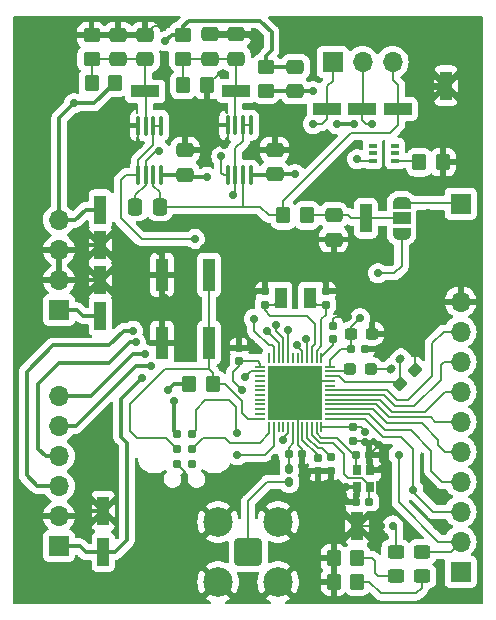
<source format=gbr>
%TF.GenerationSoftware,KiCad,Pcbnew,7.0.9+1*%
%TF.CreationDate,2024-01-05T17:55:25+01:00*%
%TF.ProjectId,sensor,73656e73-6f72-42e6-9b69-6361645f7063,rev?*%
%TF.SameCoordinates,Original*%
%TF.FileFunction,Copper,L1,Top*%
%TF.FilePolarity,Positive*%
%FSLAX46Y46*%
G04 Gerber Fmt 4.6, Leading zero omitted, Abs format (unit mm)*
G04 Created by KiCad (PCBNEW 7.0.9+1) date 2024-01-05 17:55:25*
%MOMM*%
%LPD*%
G01*
G04 APERTURE LIST*
G04 Aperture macros list*
%AMRoundRect*
0 Rectangle with rounded corners*
0 $1 Rounding radius*
0 $2 $3 $4 $5 $6 $7 $8 $9 X,Y pos of 4 corners*
0 Add a 4 corners polygon primitive as box body*
4,1,4,$2,$3,$4,$5,$6,$7,$8,$9,$2,$3,0*
0 Add four circle primitives for the rounded corners*
1,1,$1+$1,$2,$3*
1,1,$1+$1,$4,$5*
1,1,$1+$1,$6,$7*
1,1,$1+$1,$8,$9*
0 Add four rect primitives between the rounded corners*
20,1,$1+$1,$2,$3,$4,$5,0*
20,1,$1+$1,$4,$5,$6,$7,0*
20,1,$1+$1,$6,$7,$8,$9,0*
20,1,$1+$1,$8,$9,$2,$3,0*%
%AMFreePoly0*
4,1,19,0.550000,-0.750000,0.000000,-0.750000,0.000000,-0.744911,-0.071157,-0.744911,-0.207708,-0.704816,-0.327430,-0.627875,-0.420627,-0.520320,-0.479746,-0.390866,-0.500000,-0.250000,-0.500000,0.250000,-0.479746,0.390866,-0.420627,0.520320,-0.327430,0.627875,-0.207708,0.704816,-0.071157,0.744911,0.000000,0.744911,0.000000,0.750000,0.550000,0.750000,0.550000,-0.750000,0.550000,-0.750000,
$1*%
%AMFreePoly1*
4,1,19,0.000000,0.744911,0.071157,0.744911,0.207708,0.704816,0.327430,0.627875,0.420627,0.520320,0.479746,0.390866,0.500000,0.250000,0.500000,-0.250000,0.479746,-0.390866,0.420627,-0.520320,0.327430,-0.627875,0.207708,-0.704816,0.071157,-0.744911,0.000000,-0.744911,0.000000,-0.750000,-0.550000,-0.750000,-0.550000,0.750000,0.000000,0.750000,0.000000,0.744911,0.000000,0.744911,
$1*%
G04 Aperture macros list end*
%TA.AperFunction,SMDPad,CuDef*%
%ADD10RoundRect,0.250000X0.350000X0.450000X-0.350000X0.450000X-0.350000X-0.450000X0.350000X-0.450000X0*%
%TD*%
%TA.AperFunction,SMDPad,CuDef*%
%ADD11RoundRect,0.250000X0.450000X-0.325000X0.450000X0.325000X-0.450000X0.325000X-0.450000X-0.325000X0*%
%TD*%
%TA.AperFunction,ConnectorPad*%
%ADD12C,0.787400*%
%TD*%
%TA.AperFunction,SMDPad,CuDef*%
%ADD13RoundRect,0.100000X-0.100000X0.712500X-0.100000X-0.712500X0.100000X-0.712500X0.100000X0.712500X0*%
%TD*%
%TA.AperFunction,SMDPad,CuDef*%
%ADD14RoundRect,0.160000X0.044194X0.270468X-0.270468X-0.044194X-0.044194X-0.270468X0.270468X0.044194X0*%
%TD*%
%TA.AperFunction,SMDPad,CuDef*%
%ADD15RoundRect,0.155000X0.212500X0.155000X-0.212500X0.155000X-0.212500X-0.155000X0.212500X-0.155000X0*%
%TD*%
%TA.AperFunction,SMDPad,CuDef*%
%ADD16RoundRect,0.020000X0.480000X-1.180000X0.480000X1.180000X-0.480000X1.180000X-0.480000X-1.180000X0*%
%TD*%
%TA.AperFunction,SMDPad,CuDef*%
%ADD17RoundRect,0.050000X-0.050000X0.350000X-0.050000X-0.350000X0.050000X-0.350000X0.050000X0.350000X0*%
%TD*%
%TA.AperFunction,SMDPad,CuDef*%
%ADD18RoundRect,0.050000X-0.350000X0.050000X-0.350000X-0.050000X0.350000X-0.050000X0.350000X0.050000X0*%
%TD*%
%TA.AperFunction,ComponentPad*%
%ADD19C,0.800000*%
%TD*%
%TA.AperFunction,SMDPad,CuDef*%
%ADD20R,4.600000X4.600000*%
%TD*%
%TA.AperFunction,SMDPad,CuDef*%
%ADD21RoundRect,0.155000X-0.212500X-0.155000X0.212500X-0.155000X0.212500X0.155000X-0.212500X0.155000X0*%
%TD*%
%TA.AperFunction,ComponentPad*%
%ADD22RoundRect,0.200100X0.949900X0.949900X-0.949900X0.949900X-0.949900X-0.949900X0.949900X-0.949900X0*%
%TD*%
%TA.AperFunction,ComponentPad*%
%ADD23C,2.500000*%
%TD*%
%TA.AperFunction,SMDPad,CuDef*%
%ADD24RoundRect,0.155000X-0.155000X0.212500X-0.155000X-0.212500X0.155000X-0.212500X0.155000X0.212500X0*%
%TD*%
%TA.AperFunction,SMDPad,CuDef*%
%ADD25RoundRect,0.250000X0.475000X-0.337500X0.475000X0.337500X-0.475000X0.337500X-0.475000X-0.337500X0*%
%TD*%
%TA.AperFunction,SMDPad,CuDef*%
%ADD26RoundRect,0.250000X-0.350000X-0.450000X0.350000X-0.450000X0.350000X0.450000X-0.350000X0.450000X0*%
%TD*%
%TA.AperFunction,SMDPad,CuDef*%
%ADD27FreePoly0,90.000000*%
%TD*%
%TA.AperFunction,SMDPad,CuDef*%
%ADD28R,1.500000X1.000000*%
%TD*%
%TA.AperFunction,SMDPad,CuDef*%
%ADD29FreePoly1,90.000000*%
%TD*%
%TA.AperFunction,ComponentPad*%
%ADD30R,1.700000X1.700000*%
%TD*%
%TA.AperFunction,ComponentPad*%
%ADD31O,1.700000X1.700000*%
%TD*%
%TA.AperFunction,SMDPad,CuDef*%
%ADD32RoundRect,0.250000X-0.450000X0.350000X-0.450000X-0.350000X0.450000X-0.350000X0.450000X0.350000X0*%
%TD*%
%TA.AperFunction,SMDPad,CuDef*%
%ADD33RoundRect,0.250000X-0.475000X0.337500X-0.475000X-0.337500X0.475000X-0.337500X0.475000X0.337500X0*%
%TD*%
%TA.AperFunction,SMDPad,CuDef*%
%ADD34RoundRect,0.155000X0.155000X-0.212500X0.155000X0.212500X-0.155000X0.212500X-0.155000X-0.212500X0*%
%TD*%
%TA.AperFunction,SMDPad,CuDef*%
%ADD35RoundRect,0.020000X1.180000X0.480000X-1.180000X0.480000X-1.180000X-0.480000X1.180000X-0.480000X0*%
%TD*%
%TA.AperFunction,SMDPad,CuDef*%
%ADD36RoundRect,0.237500X0.287500X0.237500X-0.287500X0.237500X-0.287500X-0.237500X0.287500X-0.237500X0*%
%TD*%
%TA.AperFunction,SMDPad,CuDef*%
%ADD37RoundRect,0.237500X-0.300000X-0.237500X0.300000X-0.237500X0.300000X0.237500X-0.300000X0.237500X0*%
%TD*%
%TA.AperFunction,SMDPad,CuDef*%
%ADD38RoundRect,0.160000X0.160000X-0.222500X0.160000X0.222500X-0.160000X0.222500X-0.160000X-0.222500X0*%
%TD*%
%TA.AperFunction,SMDPad,CuDef*%
%ADD39R,1.000000X2.750000*%
%TD*%
%TA.AperFunction,SMDPad,CuDef*%
%ADD40RoundRect,0.250000X0.337500X0.475000X-0.337500X0.475000X-0.337500X-0.475000X0.337500X-0.475000X0*%
%TD*%
%TA.AperFunction,SMDPad,CuDef*%
%ADD41RoundRect,0.020000X-1.180000X-0.480000X1.180000X-0.480000X1.180000X0.480000X-1.180000X0.480000X0*%
%TD*%
%TA.AperFunction,SMDPad,CuDef*%
%ADD42RoundRect,0.237500X-0.044194X-0.380070X0.380070X0.044194X0.044194X0.380070X-0.380070X-0.044194X0*%
%TD*%
%TA.AperFunction,SMDPad,CuDef*%
%ADD43RoundRect,0.250000X0.450000X-0.350000X0.450000X0.350000X-0.450000X0.350000X-0.450000X-0.350000X0*%
%TD*%
%TA.AperFunction,SMDPad,CuDef*%
%ADD44R,0.650000X0.400000*%
%TD*%
%TA.AperFunction,SMDPad,CuDef*%
%ADD45R,0.800000X0.900000*%
%TD*%
%TA.AperFunction,SMDPad,CuDef*%
%ADD46R,1.000000X1.800000*%
%TD*%
%TA.AperFunction,ViaPad*%
%ADD47C,0.700000*%
%TD*%
%TA.AperFunction,Conductor*%
%ADD48C,0.200000*%
%TD*%
%TA.AperFunction,Conductor*%
%ADD49C,0.300000*%
%TD*%
%TA.AperFunction,Conductor*%
%ADD50C,0.600000*%
%TD*%
%TA.AperFunction,Conductor*%
%ADD51C,0.156500*%
%TD*%
%TA.AperFunction,Conductor*%
%ADD52C,0.150000*%
%TD*%
G04 APERTURE END LIST*
D10*
%TO.P,R603,1*%
%TO.N,Net-(D601-K)*%
X141250000Y-108000000D03*
%TO.P,R603,2*%
%TO.N,GND*%
X139250000Y-108000000D03*
%TD*%
%TO.P,R602,1*%
%TO.N,Net-(D602-K)*%
X141250000Y-106000000D03*
%TO.P,R602,2*%
%TO.N,GND*%
X139250000Y-106000000D03*
%TD*%
D11*
%TO.P,D602,1,K*%
%TO.N,Net-(D602-K)*%
X144500000Y-107525000D03*
%TO.P,D602,2,A*%
%TO.N,/Microcontroller/io_p025*%
X144500000Y-105475000D03*
%TD*%
%TO.P,D601,1,K*%
%TO.N,Net-(D601-K)*%
X146750000Y-107525000D03*
%TO.P,D601,2,A*%
%TO.N,/Microcontroller/io_p024*%
X146750000Y-105475000D03*
%TD*%
D12*
%TO.P,J601,1,Pin_1*%
%TO.N,/Microcontroller/V_{DD}*%
X125980000Y-95500000D03*
%TO.P,J601,2,Pin_2*%
%TO.N,/Microcontroller/swd_clk*%
X127250000Y-95500000D03*
%TO.P,J601,3,Pin_3*%
%TO.N,/Microcontroller/swd_rst*%
X125980000Y-96770000D03*
%TO.P,J601,4,Pin_4*%
%TO.N,/Microcontroller/swd_io*%
X127250000Y-96770000D03*
%TO.P,J601,5,Pin_5*%
%TO.N,GND*%
X125980000Y-98040000D03*
%TO.P,J601,6,Pin_6*%
%TO.N,unconnected-(J601-Pin_6-Pad6)*%
X127250000Y-98040000D03*
%TD*%
D13*
%TO.P,U301,1*%
%TO.N,/Reference/ref_1v1*%
X124625000Y-69387500D03*
%TO.P,U301,2,-*%
X123975000Y-69387500D03*
%TO.P,U301,3,+*%
%TO.N,Net-(J302-Pin_1)*%
X123325000Y-69387500D03*
%TO.P,U301,4,V-*%
%TO.N,GND*%
X122675000Y-69387500D03*
%TO.P,U301,5,+*%
%TO.N,/Reference/ref_1v1*%
X122675000Y-73612500D03*
%TO.P,U301,6,-*%
%TO.N,Net-(J401-Pin_1)*%
X123325000Y-73612500D03*
%TO.P,U301,7*%
%TO.N,/Filter/In*%
X123975000Y-73612500D03*
%TO.P,U301,8,V+*%
%TO.N,/P_{IN}/LDO_{OUT}*%
X124625000Y-73612500D03*
%TD*%
D14*
%TO.P,L602,1,1*%
%TO.N,/Microcontroller/dcdc_dec4*%
X144904819Y-89190362D03*
%TO.P,L602,2,2*%
%TO.N,Net-(L602-Pad2)*%
X144095181Y-90000000D03*
%TD*%
D15*
%TO.P,C606,1*%
%TO.N,/Microcontroller/osc_xc1*%
X142250000Y-101250000D03*
%TO.P,C606,2*%
%TO.N,GND*%
X141115000Y-101250000D03*
%TD*%
D16*
%TO.P,J403,1,Pin_1*%
%TO.N,GND*%
X148750000Y-66000000D03*
%TD*%
D17*
%TO.P,U601,1,DEC1*%
%TO.N,Net-(U601-DEC1)*%
X138200000Y-89050000D03*
%TO.P,U601,2,P0.00/XL1*%
%TO.N,/Microcontroller/osc_xl1*%
X137800000Y-89050000D03*
%TO.P,U601,3,P0.01/XL2*%
%TO.N,/Microcontroller/osc_xl2*%
X137400000Y-89050000D03*
%TO.P,U601,4,P0.02/AIN0*%
%TO.N,/Filter/Out*%
X137000000Y-89050000D03*
%TO.P,U601,5,P0.03/AIN1*%
%TO.N,/Microcontroller/V_{ref}*%
X136600000Y-89050000D03*
%TO.P,U601,6,P0.04/AIN2*%
%TO.N,unconnected-(U601-P0.04{slash}AIN2-Pad6)*%
X136200000Y-89050000D03*
%TO.P,U601,7,P0.05/AIN3*%
%TO.N,unconnected-(U601-P0.05{slash}AIN3-Pad7)*%
X135800000Y-89050000D03*
%TO.P,U601,8,P0.06*%
%TO.N,/P_{IN}/HBO-MCU*%
X135400000Y-89050000D03*
%TO.P,U601,9,P0.07*%
%TO.N,/P_{IN}/EH-ON*%
X135000000Y-89050000D03*
%TO.P,U601,10,P0.08*%
%TO.N,/P_{IN}/PWG-Vout*%
X134600000Y-89050000D03*
%TO.P,U601,11,P0.09*%
%TO.N,/P_{IN}/PWG-LDO*%
X134200000Y-89050000D03*
%TO.P,U601,12,P0.10*%
%TO.N,unconnected-(U601-P0.10-Pad12)*%
X133800000Y-89050000D03*
D18*
%TO.P,U601,13,VDD*%
%TO.N,/Microcontroller/V_{DD}*%
X133050000Y-89800000D03*
%TO.P,U601,14,P0.11*%
%TO.N,/Microcontroller/LDO_{EN}*%
X133050000Y-90200000D03*
%TO.P,U601,15,P0.12*%
%TO.N,unconnected-(U601-P0.12-Pad15)*%
X133050000Y-90600000D03*
%TO.P,U601,16,P0.13*%
%TO.N,unconnected-(U601-P0.13-Pad16)*%
X133050000Y-91000000D03*
%TO.P,U601,17,P0.14*%
%TO.N,unconnected-(U601-P0.14-Pad17)*%
X133050000Y-91400000D03*
%TO.P,U601,18,P0.15*%
%TO.N,unconnected-(U601-P0.15-Pad18)*%
X133050000Y-91800000D03*
%TO.P,U601,19,P0.16*%
%TO.N,unconnected-(U601-P0.16-Pad19)*%
X133050000Y-92200000D03*
%TO.P,U601,20,P0.17*%
%TO.N,unconnected-(U601-P0.17-Pad20)*%
X133050000Y-92600000D03*
%TO.P,U601,21,P0.18*%
%TO.N,unconnected-(U601-P0.18-Pad21)*%
X133050000Y-93000000D03*
%TO.P,U601,22,P0.19*%
%TO.N,unconnected-(U601-P0.19-Pad22)*%
X133050000Y-93400000D03*
%TO.P,U601,23,P0.20*%
%TO.N,unconnected-(U601-P0.20-Pad23)*%
X133050000Y-93800000D03*
%TO.P,U601,24,P0.21/~{RESET}*%
%TO.N,/Microcontroller/swd_rst*%
X133050000Y-94200000D03*
D17*
%TO.P,U601,25,SWDCLK*%
%TO.N,/Microcontroller/swd_io*%
X133800000Y-94950000D03*
%TO.P,U601,26,SWDIO*%
%TO.N,/Microcontroller/swd_clk*%
X134200000Y-94950000D03*
%TO.P,U601,27,P0.22*%
%TO.N,unconnected-(U601-P0.22-Pad27)*%
X134600000Y-94950000D03*
%TO.P,U601,28,P0.23*%
%TO.N,unconnected-(U601-P0.23-Pad28)*%
X135000000Y-94950000D03*
%TO.P,U601,29,P0.24*%
%TO.N,/Microcontroller/io_p024*%
X135400000Y-94950000D03*
%TO.P,U601,30,ANT*%
%TO.N,/Microcontroller/rf_out*%
X135800000Y-94950000D03*
%TO.P,U601,31,VSS*%
%TO.N,GND*%
X136200000Y-94950000D03*
%TO.P,U601,32,DEC2*%
%TO.N,Net-(U601-DEC2)*%
X136600000Y-94950000D03*
%TO.P,U601,33,DEC3*%
%TO.N,Net-(U601-DEC3)*%
X137000000Y-94950000D03*
%TO.P,U601,34,XC1*%
%TO.N,/Microcontroller/osc_xc1*%
X137400000Y-94950000D03*
%TO.P,U601,35,XC2*%
%TO.N,/Microcontroller/osc_xc2*%
X137800000Y-94950000D03*
%TO.P,U601,36,VDD*%
%TO.N,/Microcontroller/V_{DD}*%
X138200000Y-94950000D03*
D18*
%TO.P,U601,37,P0.25*%
%TO.N,/Microcontroller/io_p025*%
X138950000Y-94200000D03*
%TO.P,U601,38,P0.26*%
%TO.N,/Microcontroller/io_p026*%
X138950000Y-93800000D03*
%TO.P,U601,39,P0.27*%
%TO.N,/Microcontroller/io_p027*%
X138950000Y-93400000D03*
%TO.P,U601,40,P0.28/AIN4*%
%TO.N,/Microcontroller/io_p028*%
X138950000Y-93000000D03*
%TO.P,U601,41,P0.29/AIN5*%
%TO.N,/Microcontroller/io_p029*%
X138950000Y-92600000D03*
%TO.P,U601,42,P0.30/AIN6*%
%TO.N,/Microcontroller/io_p030*%
X138950000Y-92200000D03*
%TO.P,U601,43,P0.31/AIN7*%
%TO.N,/Microcontroller/io_p031*%
X138950000Y-91800000D03*
%TO.P,U601,44,NC*%
%TO.N,unconnected-(U601-NC-Pad44)*%
X138950000Y-91400000D03*
%TO.P,U601,45,VSS*%
%TO.N,GND*%
X138950000Y-91000000D03*
%TO.P,U601,46,DEC4*%
%TO.N,/Microcontroller/dcdc_dec4*%
X138950000Y-90600000D03*
%TO.P,U601,47,DCC*%
%TO.N,Net-(U601-DCC)*%
X138950000Y-90200000D03*
%TO.P,U601,48,VDD*%
%TO.N,/Microcontroller/V_{DD}*%
X138950000Y-89800000D03*
D19*
%TO.P,U601,49,VSS*%
%TO.N,GND*%
X137500000Y-90500000D03*
X136000000Y-90500000D03*
X134500000Y-90500000D03*
X137500000Y-92000000D03*
X136000000Y-92000000D03*
D20*
X136000000Y-92000000D03*
D19*
X134500000Y-92000000D03*
X137500000Y-93500000D03*
X136000000Y-93500000D03*
X134500000Y-93500000D03*
%TD*%
D16*
%TO.P,J203,1,Pin_1*%
%TO.N,GND*%
X141250000Y-103250000D03*
%TD*%
D21*
%TO.P,C602,1*%
%TO.N,/Microcontroller/V_{DD}*%
X140732500Y-88300000D03*
%TO.P,C602,2*%
%TO.N,GND*%
X141867500Y-88300000D03*
%TD*%
D22*
%TO.P,J101,1,In*%
%TO.N,/Microcontroller/rf_ant*%
X132000000Y-105500000D03*
D23*
%TO.P,J101,2,Ext*%
%TO.N,GND*%
X134540000Y-108040000D03*
X134540000Y-102960000D03*
X129460000Y-108040000D03*
X129460000Y-102960000D03*
%TD*%
D24*
%TO.P,C608,1*%
%TO.N,Net-(U601-DEC2)*%
X137900000Y-97532500D03*
%TO.P,C608,2*%
%TO.N,GND*%
X137900000Y-98667500D03*
%TD*%
D25*
%TO.P,C301,1*%
%TO.N,Net-(J302-Pin_1)*%
X121000000Y-63787500D03*
%TO.P,C301,2*%
%TO.N,GND*%
X121000000Y-61712500D03*
%TD*%
%TO.P,C304,1*%
%TO.N,Net-(J301-Pin_1)*%
X131000000Y-63750000D03*
%TO.P,C304,2*%
%TO.N,GND*%
X131000000Y-61675000D03*
%TD*%
D26*
%TO.P,R601,1*%
%TO.N,/Microcontroller/V_{DD}*%
X127000000Y-91300000D03*
%TO.P,R601,2*%
%TO.N,/Microcontroller/swd_rst*%
X129000000Y-91300000D03*
%TD*%
D27*
%TO.P,JP501,1,A*%
%TO.N,/Filter/Out*%
X145000000Y-78550000D03*
D28*
%TO.P,JP501,2,C*%
%TO.N,Net-(J501-Pin_1)*%
X145000000Y-77250000D03*
D29*
%TO.P,JP501,3,B*%
%TO.N,Net-(J503-Pin_1)*%
X145000000Y-75950000D03*
%TD*%
D16*
%TO.P,J207,1,Pin_1*%
%TO.N,GND*%
X119500000Y-82500000D03*
%TD*%
D24*
%TO.P,C605,1*%
%TO.N,Net-(U601-DEC3)*%
X139000000Y-97465000D03*
%TO.P,C605,2*%
%TO.N,GND*%
X139000000Y-98600000D03*
%TD*%
D30*
%TO.P,J202,1,Pin_1*%
%TO.N,/Microcontroller/LDO_{EN}*%
X116000000Y-105000000D03*
D31*
%TO.P,J202,2,Pin_2*%
%TO.N,GND*%
X116000000Y-102460000D03*
%TO.P,J202,3,Pin_3*%
%TO.N,/P_{IN}/HBO-MCU*%
X116000000Y-99920000D03*
%TO.P,J202,4,Pin_4*%
%TO.N,/P_{IN}/EH-ON*%
X116000000Y-97380000D03*
%TO.P,J202,5,Pin_5*%
%TO.N,/P_{IN}/PWG-Vout*%
X116000000Y-94840000D03*
%TO.P,J202,6,Pin_6*%
%TO.N,/P_{IN}/PWG-LDO*%
X116000000Y-92300000D03*
%TD*%
D30*
%TO.P,J201,1,Pin_1*%
%TO.N,/Microcontroller/V_{DD}*%
X116000000Y-85000000D03*
D31*
%TO.P,J201,2,Pin_2*%
%TO.N,GND*%
X116000000Y-82460000D03*
%TO.P,J201,3,Pin_3*%
X116000000Y-79920000D03*
%TO.P,J201,4,Pin_4*%
%TO.N,/P_{IN}/LDO_{OUT}*%
X116000000Y-77380000D03*
%TD*%
D32*
%TO.P,R303,1*%
%TO.N,/P_{IN}/LDO_{OUT}*%
X126500000Y-61712500D03*
%TO.P,R303,2*%
%TO.N,Net-(J301-Pin_1)*%
X126500000Y-63712500D03*
%TD*%
D33*
%TO.P,C403,1*%
%TO.N,/P_{IN}/LDO_{OUT}*%
X136000000Y-64425000D03*
%TO.P,C403,2*%
%TO.N,Net-(JP403-A)*%
X136000000Y-66500000D03*
%TD*%
D34*
%TO.P,C611,1*%
%TO.N,/Microcontroller/osc_xl1*%
X138600000Y-84567500D03*
%TO.P,C611,2*%
%TO.N,GND*%
X138600000Y-83432500D03*
%TD*%
D26*
%TO.P,R501,1*%
%TO.N,/Filter/In*%
X135000000Y-77000000D03*
%TO.P,R501,2*%
%TO.N,Net-(J501-Pin_1)*%
X137000000Y-77000000D03*
%TD*%
D35*
%TO.P,J402,1,Pin_1*%
%TO.N,Net-(J402-Pin_1)*%
X138670000Y-68000000D03*
%TD*%
D26*
%TO.P,R304,1*%
%TO.N,Net-(J301-Pin_1)*%
X126500000Y-65962500D03*
%TO.P,R304,2*%
%TO.N,GND*%
X128500000Y-65962500D03*
%TD*%
D16*
%TO.P,J501,1,Pin_1*%
%TO.N,Net-(J501-Pin_1)*%
X142000000Y-77250000D03*
%TD*%
D24*
%TO.P,C613,1*%
%TO.N,/Microcontroller/V_{DD}*%
X140900000Y-94932500D03*
%TO.P,C613,2*%
%TO.N,GND*%
X140900000Y-96067500D03*
%TD*%
D26*
%TO.P,R401,1*%
%TO.N,Net-(Q401A-E1)*%
X146500000Y-72500000D03*
%TO.P,R401,2*%
%TO.N,GND*%
X148500000Y-72500000D03*
%TD*%
D35*
%TO.P,J405,1,Pin_1*%
%TO.N,/Filter/In*%
X144670000Y-68000000D03*
%TD*%
D13*
%TO.P,U302,1*%
%TO.N,/Reference/ref_0v5*%
X132225000Y-69350000D03*
%TO.P,U302,2,-*%
X131575000Y-69350000D03*
%TO.P,U302,3,+*%
%TO.N,Net-(J301-Pin_1)*%
X130925000Y-69350000D03*
%TO.P,U302,4,V-*%
%TO.N,GND*%
X130275000Y-69350000D03*
%TO.P,U302,5,+*%
%TO.N,Net-(J402-Pin_1)*%
X130275000Y-73575000D03*
%TO.P,U302,6,-*%
%TO.N,/Reference/ref_0v5*%
X130925000Y-73575000D03*
%TO.P,U302,7*%
%TO.N,/Filter/In*%
X131575000Y-73575000D03*
%TO.P,U302,8,V+*%
%TO.N,/P_{IN}/LDO_{OUT}*%
X132225000Y-73575000D03*
%TD*%
D36*
%TO.P,L603,1,1*%
%TO.N,Net-(L602-Pad2)*%
X142375000Y-90000000D03*
%TO.P,L603,2,2*%
%TO.N,Net-(U601-DCC)*%
X140625000Y-90000000D03*
%TD*%
D16*
%TO.P,J208,1,Pin_1*%
%TO.N,GND*%
X119500000Y-79500000D03*
%TD*%
D37*
%TO.P,C601,1*%
%TO.N,/Microcontroller/V_{DD}*%
X140737500Y-87000000D03*
%TO.P,C601,2*%
%TO.N,GND*%
X142462500Y-87000000D03*
%TD*%
D38*
%TO.P,L601,1,1*%
%TO.N,/Microcontroller/rf_ant*%
X135500000Y-99572500D03*
%TO.P,L601,2,2*%
%TO.N,/Microcontroller/rf_out*%
X135500000Y-98427500D03*
%TD*%
D39*
%TO.P,SW601,1,1*%
%TO.N,GND*%
X124700000Y-87775000D03*
X124700000Y-82025000D03*
%TO.P,SW601,2,2*%
%TO.N,/Microcontroller/swd_rst*%
X128700000Y-87775000D03*
X128700000Y-82025000D03*
%TD*%
D35*
%TO.P,J401,1,Pin_1*%
%TO.N,Net-(J401-Pin_1)*%
X141670000Y-68000000D03*
%TD*%
D40*
%TO.P,C401,1*%
%TO.N,/Filter/In*%
X124537500Y-76250000D03*
%TO.P,C401,2*%
%TO.N,Net-(J401-Pin_1)*%
X122462500Y-76250000D03*
%TD*%
D30*
%TO.P,J503,1,Pin_1*%
%TO.N,Net-(J503-Pin_1)*%
X150000000Y-76000000D03*
%TD*%
D16*
%TO.P,J502,1,Pin_1*%
%TO.N,GND*%
X119750000Y-102000000D03*
%TD*%
D34*
%TO.P,C604,1*%
%TO.N,/Microcontroller/V_{DD}*%
X131250000Y-89317500D03*
%TO.P,C604,2*%
%TO.N,GND*%
X131250000Y-88182500D03*
%TD*%
%TO.P,C612,1*%
%TO.N,/Microcontroller/osc_xl2*%
X133400000Y-84567500D03*
%TO.P,C612,2*%
%TO.N,GND*%
X133400000Y-83432500D03*
%TD*%
D41*
%TO.P,J302,1,Pin_1*%
%TO.N,Net-(J302-Pin_1)*%
X123300000Y-66500000D03*
%TD*%
D42*
%TO.P,C610,1*%
%TO.N,/Microcontroller/dcdc_dec4*%
X144890120Y-91309880D03*
%TO.P,C610,2*%
%TO.N,GND*%
X146109880Y-90090120D03*
%TD*%
D43*
%TO.P,R302,1*%
%TO.N,Net-(J302-Pin_1)*%
X118750000Y-63750000D03*
%TO.P,R302,2*%
%TO.N,GND*%
X118750000Y-61750000D03*
%TD*%
D21*
%TO.P,C607,1*%
%TO.N,/Microcontroller/osc_xc2*%
X141115000Y-97250000D03*
%TO.P,C607,2*%
%TO.N,GND*%
X142250000Y-97250000D03*
%TD*%
%TO.P,C603,1*%
%TO.N,/Microcontroller/rf_out*%
X135432500Y-97200000D03*
%TO.P,C603,2*%
%TO.N,GND*%
X136567500Y-97200000D03*
%TD*%
D25*
%TO.P,C302,1*%
%TO.N,Net-(J302-Pin_1)*%
X123300000Y-63787500D03*
%TO.P,C302,2*%
%TO.N,GND*%
X123300000Y-61712500D03*
%TD*%
D33*
%TO.P,C501,1*%
%TO.N,Net-(J501-Pin_1)*%
X139250000Y-76962500D03*
%TO.P,C501,2*%
%TO.N,GND*%
X139250000Y-79037500D03*
%TD*%
D16*
%TO.P,J205,1,Pin_1*%
%TO.N,/P_{IN}/LDO_{OUT}*%
X119500000Y-76500000D03*
%TD*%
D44*
%TO.P,Q401,1,E1*%
%TO.N,Net-(Q401A-E1)*%
X144450000Y-72400000D03*
%TO.P,Q401,2,B1*%
%TO.N,/Sensor/V_{ref}*%
X144450000Y-71750000D03*
%TO.P,Q401,3,C2*%
%TO.N,unconnected-(Q401B-C2-Pad3)*%
X144450000Y-71100000D03*
%TO.P,Q401,4,E2*%
%TO.N,unconnected-(Q401B-E2-Pad4)*%
X142550000Y-71100000D03*
%TO.P,Q401,5,B2*%
%TO.N,unconnected-(Q401B-B2-Pad5)*%
X142550000Y-71750000D03*
%TO.P,Q401,6,C1*%
%TO.N,Net-(JP402-A)*%
X142550000Y-72400000D03*
%TD*%
D25*
%TO.P,C303,1*%
%TO.N,Net-(J301-Pin_1)*%
X128750000Y-63750000D03*
%TO.P,C303,2*%
%TO.N,GND*%
X128750000Y-61675000D03*
%TD*%
D32*
%TO.P,R402,1*%
%TO.N,/P_{IN}/LDO_{OUT}*%
X133520000Y-64432500D03*
%TO.P,R402,2*%
%TO.N,Net-(JP403-A)*%
X133520000Y-66432500D03*
%TD*%
D41*
%TO.P,J301,1,Pin_1*%
%TO.N,Net-(J301-Pin_1)*%
X131000000Y-66462500D03*
%TD*%
D16*
%TO.P,J206,1,Pin_1*%
%TO.N,/Microcontroller/V_{DD}*%
X119500000Y-85500000D03*
%TD*%
D30*
%TO.P,Q402,1,D*%
%TO.N,Net-(J402-Pin_1)*%
X139170000Y-64000000D03*
D31*
%TO.P,Q402,2,S*%
%TO.N,Net-(J401-Pin_1)*%
X141710000Y-64000000D03*
%TO.P,Q402,3,G*%
%TO.N,/Filter/In*%
X144250000Y-64000000D03*
%TD*%
D45*
%TO.P,Y601,1,1*%
%TO.N,/Microcontroller/osc_xc2*%
X141232500Y-98550000D03*
%TO.P,Y601,2,2*%
%TO.N,GND*%
X141232500Y-99950000D03*
%TO.P,Y601,3,3*%
%TO.N,/Microcontroller/osc_xc1*%
X142332500Y-99950000D03*
%TO.P,Y601,4,4*%
%TO.N,GND*%
X142332500Y-98550000D03*
%TD*%
D34*
%TO.P,C609,1*%
%TO.N,Net-(U601-DEC1)*%
X139200000Y-87467500D03*
%TO.P,C609,2*%
%TO.N,GND*%
X139200000Y-86332500D03*
%TD*%
D10*
%TO.P,R301,1*%
%TO.N,/P_{IN}/LDO_{OUT}*%
X120750000Y-65750000D03*
%TO.P,R301,2*%
%TO.N,Net-(J302-Pin_1)*%
X118750000Y-65750000D03*
%TD*%
D16*
%TO.P,J204,1,Pin_1*%
%TO.N,/Microcontroller/LDO_{EN}*%
X119750000Y-105500000D03*
%TD*%
D25*
%TO.P,C404,1*%
%TO.N,/P_{IN}/LDO_{OUT}*%
X134250000Y-73500000D03*
%TO.P,C404,2*%
%TO.N,GND*%
X134250000Y-71425000D03*
%TD*%
D46*
%TO.P,Y602,1,1*%
%TO.N,/Microcontroller/osc_xl2*%
X134750000Y-84000000D03*
%TO.P,Y602,2,2*%
%TO.N,/Microcontroller/osc_xl1*%
X137250000Y-84000000D03*
%TD*%
D30*
%TO.P,J602,1,Pin_1*%
%TO.N,/Microcontroller/V_{DD}*%
X150000000Y-107160000D03*
D31*
%TO.P,J602,2,Pin_2*%
%TO.N,/Microcontroller/io_p024*%
X150000000Y-104620000D03*
%TO.P,J602,3,Pin_3*%
%TO.N,/Microcontroller/io_p025*%
X150000000Y-102080000D03*
%TO.P,J602,4,Pin_4*%
%TO.N,/Microcontroller/io_p026*%
X150000000Y-99540000D03*
%TO.P,J602,5,Pin_5*%
%TO.N,/Microcontroller/io_p027*%
X150000000Y-97000000D03*
%TO.P,J602,6,Pin_6*%
%TO.N,/Microcontroller/io_p028*%
X150000000Y-94460000D03*
%TO.P,J602,7,Pin_7*%
%TO.N,/Microcontroller/io_p029*%
X150000000Y-91920000D03*
%TO.P,J602,8,Pin_8*%
%TO.N,/Microcontroller/io_p030*%
X150000000Y-89380000D03*
%TO.P,J602,9,Pin_9*%
%TO.N,/Microcontroller/io_p031*%
X150000000Y-86840000D03*
%TO.P,J602,10,Pin_10*%
%TO.N,GND*%
X150000000Y-84300000D03*
%TD*%
D25*
%TO.P,C402,1*%
%TO.N,/P_{IN}/LDO_{OUT}*%
X126675000Y-73537500D03*
%TO.P,C402,2*%
%TO.N,GND*%
X126675000Y-71462500D03*
%TD*%
D47*
%TO.N,GND*%
X113500000Y-109250000D03*
X115000000Y-109250000D03*
X116250000Y-109250000D03*
X127000000Y-108250000D03*
X127000000Y-107000000D03*
X127000000Y-105750000D03*
X134250000Y-97500000D03*
X133500000Y-98500000D03*
X128250000Y-100750000D03*
X148000000Y-103250000D03*
X147500000Y-100250000D03*
X146500000Y-86750000D03*
X145000000Y-85500000D03*
X114500000Y-63000000D03*
X114250000Y-66000000D03*
X113750000Y-68250000D03*
X113500000Y-70750000D03*
X114500000Y-72250000D03*
X114500000Y-74500000D03*
X120000000Y-73750000D03*
X139250000Y-73250000D03*
X138250000Y-74750000D03*
X147250000Y-76750000D03*
X147250000Y-75000000D03*
X113250000Y-81250000D03*
X114500000Y-81250000D03*
X117250000Y-81000000D03*
X118250000Y-80250000D03*
X121500000Y-80250000D03*
X123500000Y-80000000D03*
X124500000Y-80000000D03*
X125750000Y-80000000D03*
X127000000Y-80000000D03*
X128250000Y-79750000D03*
X130000000Y-79000000D03*
X132500000Y-78000000D03*
X134000000Y-78750000D03*
X136750000Y-80750000D03*
X138250000Y-80750000D03*
X139750000Y-80750000D03*
X141250000Y-80750000D03*
X141250000Y-82000000D03*
X142750000Y-83500000D03*
X144000000Y-83250000D03*
X145500000Y-82500000D03*
X146500000Y-81250000D03*
X147000000Y-79750000D03*
X147750000Y-78250000D03*
X149250000Y-78250000D03*
X151000000Y-79750000D03*
X151000000Y-78250000D03*
X151000000Y-73500000D03*
X151000000Y-71500000D03*
X151000000Y-70000000D03*
X151000000Y-68250000D03*
X151000000Y-66250000D03*
X151000000Y-64500000D03*
X151000000Y-62750000D03*
X151000000Y-61000000D03*
X149500000Y-61000000D03*
X147750000Y-61000000D03*
X146000000Y-61000000D03*
X144250000Y-61000000D03*
X142500000Y-61000000D03*
X140750000Y-61000000D03*
X139000000Y-61000000D03*
X137250000Y-61000000D03*
X135500000Y-61000000D03*
X137000000Y-108750000D03*
X137000000Y-107250000D03*
X137000000Y-106000000D03*
X137000000Y-104500000D03*
X137000000Y-103000000D03*
X137000000Y-101500000D03*
X137000000Y-100250000D03*
X132500000Y-99250000D03*
X131750000Y-100000000D03*
X130750000Y-100750000D03*
X129500000Y-100750000D03*
X127000000Y-102000000D03*
X127000000Y-103250000D03*
X127000000Y-104500000D03*
X127000000Y-109250000D03*
X125500000Y-109250000D03*
X124000000Y-109250000D03*
X122500000Y-109250000D03*
X121000000Y-109250000D03*
X119250000Y-109250000D03*
X117750000Y-109250000D03*
X119750000Y-99250000D03*
X119750000Y-97250000D03*
X119750000Y-95250000D03*
X122500000Y-80250000D03*
X122250000Y-82500000D03*
X122500000Y-84500000D03*
X131750000Y-81500000D03*
X131500000Y-78750000D03*
X126000000Y-77750000D03*
X135500000Y-80500000D03*
X135500000Y-79000000D03*
X147500000Y-84750000D03*
X147750000Y-82500000D03*
X150000000Y-79750000D03*
X143250000Y-75000000D03*
X140500000Y-75000000D03*
X117750000Y-73750000D03*
X117750000Y-71500000D03*
X121250000Y-71500000D03*
X121250000Y-69000000D03*
X117750000Y-69000000D03*
%TO.N,/P_{IN}/HBO-MCU*%
X122250000Y-86750000D03*
%TO.N,/P_{IN}/EH-ON*%
X122500000Y-87750000D03*
%TO.N,/P_{IN}/PWG-LDO*%
X123250000Y-88750000D03*
%TO.N,/P_{IN}/PWG-Vout*%
X123750000Y-89750000D03*
%TO.N,GND*%
X138000000Y-108000000D03*
X138000000Y-106000000D03*
%TO.N,/Microcontroller/io_p025*%
X144250000Y-103250000D03*
X146000000Y-100250000D03*
%TO.N,/Microcontroller/V_{DD}*%
X125750000Y-92750000D03*
%TO.N,GND*%
X127000000Y-100750000D03*
X132500000Y-83500000D03*
X143250000Y-98500000D03*
X124750000Y-61000000D03*
X132250000Y-87798911D03*
X116750000Y-62500000D03*
X140300000Y-101200000D03*
X143100000Y-88400000D03*
X130000000Y-65000000D03*
X140300000Y-100000000D03*
X140500000Y-85600000D03*
X143800000Y-87100000D03*
X146250000Y-66000000D03*
X116750000Y-65000000D03*
X132625000Y-62125000D03*
X125000000Y-85250000D03*
X116750000Y-61250000D03*
X138500000Y-82500000D03*
X143250000Y-103250000D03*
X122750000Y-71000000D03*
X138900000Y-99600000D03*
X136600000Y-98200000D03*
X125000000Y-84000000D03*
X137000000Y-99000000D03*
X116750000Y-66250000D03*
X134250000Y-70000000D03*
X128250000Y-71500000D03*
X130000000Y-71000000D03*
X137500000Y-79000000D03*
X146000000Y-88500000D03*
X141900000Y-96200000D03*
X116750000Y-63750000D03*
X132750000Y-63000000D03*
X143100000Y-96400000D03*
X150250000Y-72500000D03*
X146000000Y-70500000D03*
%TO.N,Net-(J401-Pin_1)*%
X142500000Y-69250000D03*
X124500000Y-71500000D03*
%TO.N,/P_{IN}/LDO_{OUT}*%
X117250000Y-67500000D03*
X136000000Y-73500000D03*
X128500000Y-73750000D03*
X125000000Y-62250000D03*
%TO.N,/Microcontroller/V_{DD}*%
X141500000Y-85700000D03*
X131500000Y-91750000D03*
X125250000Y-91750000D03*
X141900000Y-95300000D03*
%TO.N,/P_{IN}/PWG-LDO*%
X132500000Y-85750000D03*
%TO.N,/P_{IN}/PWG-Vout*%
X133600000Y-86800000D03*
%TO.N,/P_{IN}/EH-ON*%
X134400000Y-86300000D03*
%TO.N,/P_{IN}/HBO-MCU*%
X135400000Y-86700000D03*
%TO.N,/Microcontroller/LDO_{EN}*%
X123000000Y-90750000D03*
X131750000Y-90700000D03*
%TO.N,/Filter/Out*%
X143000000Y-81900000D03*
X136900500Y-87500000D03*
%TO.N,/Microcontroller/V_{ref}*%
X136128979Y-87962451D03*
%TO.N,/Microcontroller/io_p024*%
X144750000Y-97250000D03*
X135000000Y-96000000D03*
%TO.N,/Microcontroller/swd_clk*%
X131100000Y-97300000D03*
X131100000Y-95400000D03*
%TO.N,/Reference/ref_1v1*%
X127500000Y-79000000D03*
%TO.N,/Reference/ref_0v5*%
X130750000Y-75250000D03*
%TO.N,Net-(JP402-A)*%
X141250000Y-72250000D03*
%TO.N,Net-(JP403-A)*%
X137500000Y-66500000D03*
X141000000Y-69250000D03*
X139500000Y-69250000D03*
%TO.N,Net-(J402-Pin_1)*%
X129750000Y-72000000D03*
X137500000Y-69250000D03*
%TD*%
D48*
%TO.N,GND*%
X127000000Y-100750000D02*
X126637407Y-100387407D01*
X126637407Y-100387407D02*
X126637407Y-98697407D01*
X126637407Y-98697407D02*
X125980000Y-98040000D01*
X143250000Y-103250000D02*
X141250000Y-103250000D01*
D49*
%TO.N,/Microcontroller/LDO_{EN}*%
X123000000Y-90750000D02*
X121250000Y-92500000D01*
X121250000Y-92500000D02*
X121250000Y-95750000D01*
X121250000Y-95750000D02*
X121750000Y-96250000D01*
X121750000Y-104500000D02*
X120750000Y-105500000D01*
X121750000Y-96250000D02*
X121750000Y-104500000D01*
X120750000Y-105500000D02*
X119750000Y-105500000D01*
%TO.N,/P_{IN}/HBO-MCU*%
X122250000Y-86750000D02*
X121500000Y-86750000D01*
X121500000Y-86750000D02*
X120250000Y-88000000D01*
X120250000Y-88000000D02*
X115500000Y-88000000D01*
X115500000Y-88000000D02*
X113250000Y-90250000D01*
X113250000Y-90250000D02*
X113250000Y-99000000D01*
X113250000Y-99000000D02*
X114170000Y-99920000D01*
X114170000Y-99920000D02*
X116000000Y-99920000D01*
%TO.N,/P_{IN}/EH-ON*%
X116000000Y-97380000D02*
X114880000Y-97380000D01*
X114880000Y-97380000D02*
X114250000Y-96750000D01*
X114250000Y-96750000D02*
X114250000Y-91250000D01*
X116000000Y-89500000D02*
X120250000Y-89500000D01*
X114250000Y-91250000D02*
X116000000Y-89500000D01*
X120250000Y-89500000D02*
X122000000Y-87750000D01*
X122000000Y-87750000D02*
X122500000Y-87750000D01*
%TO.N,/P_{IN}/PWG-LDO*%
X116000000Y-92300000D02*
X118700000Y-92300000D01*
X118700000Y-92300000D02*
X122250000Y-88750000D01*
X122250000Y-88750000D02*
X123250000Y-88750000D01*
%TO.N,/Microcontroller/V_{DD}*%
X125250000Y-91750000D02*
X125700000Y-91300000D01*
X125700000Y-91300000D02*
X127000000Y-91300000D01*
%TO.N,/P_{IN}/PWG-Vout*%
X123750000Y-89750000D02*
X122500000Y-89750000D01*
X122500000Y-89750000D02*
X117410000Y-94840000D01*
X117410000Y-94840000D02*
X116000000Y-94840000D01*
D48*
%TO.N,Net-(D601-K)*%
X141250000Y-108000000D02*
X142250000Y-108000000D01*
X146750000Y-108500000D02*
X146750000Y-107525000D01*
X142250000Y-108000000D02*
X143250000Y-109000000D01*
X143250000Y-109000000D02*
X146250000Y-109000000D01*
X146250000Y-109000000D02*
X146750000Y-108500000D01*
%TO.N,Net-(D602-K)*%
X141250000Y-106000000D02*
X142500000Y-106000000D01*
X142500000Y-106000000D02*
X142750000Y-106250000D01*
X142750000Y-107250000D02*
X143025000Y-107525000D01*
X142750000Y-106250000D02*
X142750000Y-107250000D01*
X143025000Y-107525000D02*
X144500000Y-107525000D01*
%TO.N,GND*%
X139250000Y-108000000D02*
X138000000Y-108000000D01*
X139250000Y-106000000D02*
X138000000Y-106000000D01*
%TO.N,/Microcontroller/io_p024*%
X150000000Y-104620000D02*
X149145000Y-105475000D01*
X149145000Y-105475000D02*
X146750000Y-105475000D01*
%TO.N,/Microcontroller/io_p025*%
X146000000Y-100400000D02*
X146000000Y-100250000D01*
X144500000Y-103500000D02*
X144500000Y-105475000D01*
X144250000Y-103250000D02*
X144500000Y-103500000D01*
%TO.N,/Microcontroller/swd_io*%
X127250000Y-96770000D02*
X128202450Y-95817550D01*
X128202450Y-95817550D02*
X130067550Y-95817550D01*
X130067550Y-95817550D02*
X130500000Y-96250000D01*
X130500000Y-96250000D02*
X133000000Y-96250000D01*
X133000000Y-96250000D02*
X133800000Y-95450000D01*
X133800000Y-95450000D02*
X133800000Y-94950000D01*
%TO.N,/Microcontroller/swd_rst*%
X125980000Y-96770000D02*
X125077550Y-95867550D01*
X125077550Y-95867550D02*
X122617550Y-95867550D01*
X122617550Y-95867550D02*
X122000000Y-95250000D01*
X122000000Y-95250000D02*
X122000000Y-93000000D01*
X122000000Y-93000000D02*
X125000000Y-90000000D01*
X125000000Y-90000000D02*
X128700000Y-90000000D01*
D49*
%TO.N,/Microcontroller/V_{DD}*%
X125750000Y-92750000D02*
X125719700Y-92780300D01*
X125719700Y-92780300D02*
X125719700Y-95239700D01*
X125719700Y-95239700D02*
X125980000Y-95500000D01*
D48*
%TO.N,/Microcontroller/swd_clk*%
X127250000Y-95500000D02*
X127558051Y-95191949D01*
X127558051Y-95191949D02*
X127558051Y-93441949D01*
X131000000Y-93250000D02*
X131000000Y-95300000D01*
X127558051Y-93441949D02*
X128357450Y-92642550D01*
X131000000Y-95300000D02*
X131100000Y-95400000D01*
X128357450Y-92642550D02*
X130392550Y-92642550D01*
X130392550Y-92642550D02*
X131000000Y-93250000D01*
%TO.N,/Microcontroller/swd_rst*%
X129000000Y-91300000D02*
X130050000Y-91300000D01*
X130050000Y-91300000D02*
X131500000Y-92750000D01*
X131500000Y-92750000D02*
X131500000Y-93700000D01*
X131500000Y-93700000D02*
X132000000Y-94200000D01*
X132000000Y-94200000D02*
X133050000Y-94200000D01*
%TO.N,Net-(J302-Pin_1)*%
X123325000Y-66525000D02*
X123300000Y-66500000D01*
X121000000Y-63787500D02*
X123300000Y-63787500D01*
X118750000Y-63750000D02*
X120962500Y-63750000D01*
X120962500Y-63750000D02*
X121000000Y-63787500D01*
X118750000Y-65750000D02*
X118750000Y-63750000D01*
X123325000Y-69387500D02*
X123325000Y-66525000D01*
X123300000Y-63787500D02*
X123300000Y-66500000D01*
%TO.N,GND*%
X143200000Y-98550000D02*
X142332500Y-98550000D01*
D49*
X117540000Y-102460000D02*
X118000000Y-102000000D01*
D48*
X140350000Y-99950000D02*
X140300000Y-100000000D01*
D49*
X118000000Y-102000000D02*
X119750000Y-102000000D01*
D50*
X132175000Y-61675000D02*
X131000000Y-61675000D01*
D48*
X133400000Y-83432500D02*
X132567500Y-83432500D01*
X130275000Y-69350000D02*
X130275000Y-70725000D01*
X141867500Y-88300000D02*
X143000000Y-88300000D01*
X143700000Y-87000000D02*
X143800000Y-87100000D01*
X124012500Y-61000000D02*
X123300000Y-61712500D01*
X138500000Y-82500000D02*
X138500000Y-83332500D01*
X136600000Y-98200000D02*
X136567500Y-98167500D01*
X141232500Y-99950000D02*
X140350000Y-99950000D01*
X136567500Y-96767500D02*
X136200000Y-96400000D01*
X122750000Y-71000000D02*
X122675000Y-70925000D01*
X128500000Y-65962500D02*
X128537500Y-65962500D01*
X134250000Y-71425000D02*
X134250000Y-70000000D01*
X137000000Y-91000000D02*
X136000000Y-92000000D01*
X128537500Y-65962500D02*
X129500000Y-65000000D01*
D50*
X132750000Y-63000000D02*
X132750000Y-62250000D01*
D48*
X124700000Y-85550000D02*
X124700000Y-87775000D01*
X137332500Y-98667500D02*
X137900000Y-98667500D01*
X146109880Y-90090120D02*
X146109880Y-88609880D01*
D49*
X117900000Y-79500000D02*
X119500000Y-79500000D01*
D48*
X137537500Y-79037500D02*
X137500000Y-79000000D01*
X137000000Y-99000000D02*
X137332500Y-98667500D01*
X139000000Y-99500000D02*
X139000000Y-98600000D01*
X139250000Y-79037500D02*
X137537500Y-79037500D01*
X136200000Y-94950000D02*
X136200000Y-93300000D01*
X135900000Y-91900000D02*
X136000000Y-92000000D01*
D49*
X119460000Y-82460000D02*
X119500000Y-82500000D01*
D48*
X124750000Y-61000000D02*
X124012500Y-61000000D01*
X140900000Y-96067500D02*
X141767500Y-96067500D01*
X128212500Y-71462500D02*
X128250000Y-71500000D01*
X129500000Y-65000000D02*
X130000000Y-65000000D01*
X136200000Y-92200000D02*
X135900000Y-91900000D01*
D49*
X131250000Y-88182500D02*
X131866411Y-88182500D01*
D48*
X136567500Y-97000000D02*
X136567500Y-96767500D01*
X130275000Y-70725000D02*
X130000000Y-71000000D01*
X126675000Y-71462500D02*
X128212500Y-71462500D01*
D50*
X128750000Y-61675000D02*
X131000000Y-61675000D01*
D48*
X132567500Y-83432500D02*
X132500000Y-83500000D01*
D49*
X116000000Y-79920000D02*
X117480000Y-79920000D01*
D48*
X136567500Y-98167500D02*
X136567500Y-97200000D01*
D50*
X132625000Y-62125000D02*
X132175000Y-61675000D01*
D48*
X143000000Y-88300000D02*
X143100000Y-88400000D01*
D50*
X132750000Y-62250000D02*
X132625000Y-62125000D01*
D48*
X139200000Y-85800000D02*
X139400000Y-85600000D01*
D49*
X117480000Y-79920000D02*
X117900000Y-79500000D01*
D48*
X148500000Y-72500000D02*
X150250000Y-72500000D01*
X139400000Y-85600000D02*
X140500000Y-85600000D01*
X125000000Y-85250000D02*
X124700000Y-85550000D01*
X136200000Y-96400000D02*
X136200000Y-94950000D01*
X138900000Y-99600000D02*
X139000000Y-99500000D01*
X124700000Y-83700000D02*
X125000000Y-84000000D01*
X142250000Y-97250000D02*
X143100000Y-96400000D01*
X141115000Y-101250000D02*
X140350000Y-101250000D01*
X142462500Y-87000000D02*
X143700000Y-87000000D01*
X143250000Y-98500000D02*
X143200000Y-98550000D01*
X140350000Y-101250000D02*
X140300000Y-101200000D01*
D50*
X148750000Y-66000000D02*
X146250000Y-66000000D01*
D48*
X146109880Y-88609880D02*
X146000000Y-88500000D01*
X138500000Y-83332500D02*
X138600000Y-83432500D01*
X141767500Y-96067500D02*
X141900000Y-96200000D01*
X139200000Y-86332500D02*
X139200000Y-85800000D01*
X124700000Y-82025000D02*
X124700000Y-83700000D01*
X136200000Y-93300000D02*
X136200000Y-92200000D01*
D49*
X116000000Y-82460000D02*
X119460000Y-82460000D01*
X116000000Y-102460000D02*
X117540000Y-102460000D01*
X131866411Y-88182500D02*
X132250000Y-87798911D01*
D48*
X138950000Y-91000000D02*
X137000000Y-91000000D01*
X122675000Y-70925000D02*
X122675000Y-69387500D01*
%TO.N,/Filter/In*%
X144250000Y-64000000D02*
X144250000Y-65500000D01*
X133750000Y-77000000D02*
X135000000Y-77000000D01*
X144250000Y-65500000D02*
X144670000Y-65920000D01*
X131575000Y-73575000D02*
X131575000Y-76250000D01*
X123975000Y-74475000D02*
X124537500Y-75037500D01*
X135000000Y-75750000D02*
X140750000Y-70000000D01*
X131575000Y-76250000D02*
X131000000Y-76250000D01*
X124537500Y-75037500D02*
X124537500Y-76250000D01*
X133000000Y-76250000D02*
X133750000Y-77000000D01*
X135000000Y-77000000D02*
X135000000Y-75750000D01*
X131000000Y-76250000D02*
X133000000Y-76250000D01*
X140750000Y-70000000D02*
X144000000Y-70000000D01*
X124537500Y-76250000D02*
X131000000Y-76250000D01*
X123975000Y-73612500D02*
X123975000Y-74475000D01*
X144670000Y-69330000D02*
X144670000Y-68000000D01*
X144670000Y-65920000D02*
X144670000Y-68000000D01*
X144000000Y-70000000D02*
X144670000Y-69330000D01*
%TO.N,Net-(J401-Pin_1)*%
X124500000Y-71500000D02*
X124250000Y-71500000D01*
X141710000Y-64000000D02*
X141710000Y-67960000D01*
X141670000Y-68920000D02*
X142000000Y-69250000D01*
X124250000Y-71500000D02*
X123325000Y-72425000D01*
X123325000Y-74425000D02*
X122462500Y-75287500D01*
X141670000Y-68000000D02*
X141670000Y-68920000D01*
X123325000Y-73612500D02*
X123325000Y-74425000D01*
X141710000Y-67960000D02*
X141670000Y-68000000D01*
X123325000Y-72425000D02*
X123325000Y-73612500D01*
X142000000Y-69250000D02*
X142500000Y-69250000D01*
X122462500Y-75287500D02*
X122462500Y-76250000D01*
D49*
%TO.N,/P_{IN}/LDO_{OUT}*%
X127000000Y-60500000D02*
X126500000Y-61000000D01*
X135992500Y-64432500D02*
X136000000Y-64425000D01*
X126500000Y-61712500D02*
X125537500Y-61712500D01*
X133520000Y-64432500D02*
X133520000Y-63480000D01*
X125537500Y-61712500D02*
X125000000Y-62250000D01*
X134000000Y-61500000D02*
X133000000Y-60500000D01*
X133520000Y-63480000D02*
X134000000Y-63000000D01*
X117370000Y-77380000D02*
X118250000Y-76500000D01*
X116000000Y-77380000D02*
X117370000Y-77380000D01*
X133520000Y-64432500D02*
X135992500Y-64432500D01*
X133000000Y-60500000D02*
X127000000Y-60500000D01*
X119000000Y-67500000D02*
X120750000Y-65750000D01*
X134250000Y-73500000D02*
X136000000Y-73500000D01*
X116000000Y-68750000D02*
X116000000Y-77380000D01*
X124625000Y-73612500D02*
X126600000Y-73612500D01*
X117250000Y-67500000D02*
X119000000Y-67500000D01*
X126500000Y-61000000D02*
X126500000Y-61712500D01*
X128500000Y-73750000D02*
X126887500Y-73750000D01*
X134175000Y-73575000D02*
X134250000Y-73500000D01*
X118250000Y-76500000D02*
X119500000Y-76500000D01*
X117250000Y-67500000D02*
X116000000Y-68750000D01*
X126887500Y-73750000D02*
X126675000Y-73537500D01*
X132225000Y-73575000D02*
X134175000Y-73575000D01*
X134000000Y-63000000D02*
X134000000Y-61500000D01*
X126600000Y-73612500D02*
X126675000Y-73537500D01*
D48*
%TO.N,Net-(J501-Pin_1)*%
X140462500Y-76962500D02*
X140750000Y-77250000D01*
X137000000Y-77000000D02*
X139212500Y-77000000D01*
X139212500Y-77000000D02*
X139250000Y-76962500D01*
X139250000Y-76962500D02*
X140462500Y-76962500D01*
X140750000Y-77250000D02*
X142000000Y-77250000D01*
X145000000Y-77250000D02*
X142000000Y-77250000D01*
%TO.N,/Microcontroller/V_{DD}*%
X140737500Y-86462500D02*
X141400000Y-85800000D01*
X131250000Y-89783750D02*
X131250000Y-89317500D01*
X140737500Y-88295000D02*
X140732500Y-88300000D01*
D49*
X116000000Y-85000000D02*
X117500000Y-85000000D01*
D48*
X138200000Y-94950000D02*
X140882500Y-94950000D01*
X141532500Y-94932500D02*
X140900000Y-94932500D01*
D49*
X117500000Y-85000000D02*
X118000000Y-85500000D01*
D48*
X138950000Y-89800000D02*
X138950000Y-89250000D01*
X133050000Y-89550000D02*
X132817500Y-89317500D01*
X141400000Y-85800000D02*
X141500000Y-85700000D01*
D49*
X118000000Y-85500000D02*
X119500000Y-85500000D01*
D48*
X130750000Y-91027818D02*
X130750000Y-90283750D01*
X138950000Y-89250000D02*
X139900000Y-88300000D01*
X140737500Y-87000000D02*
X140737500Y-86462500D01*
X131500000Y-91750000D02*
X131472182Y-91750000D01*
X141900000Y-95300000D02*
X141532500Y-94932500D01*
X130750000Y-90283750D02*
X131250000Y-89783750D01*
X132817500Y-89317500D02*
X131250000Y-89317500D01*
X140882500Y-94950000D02*
X140900000Y-94932500D01*
X131472182Y-91750000D02*
X130750000Y-91027818D01*
X139900000Y-88300000D02*
X140637500Y-88300000D01*
X133050000Y-89800000D02*
X133050000Y-89550000D01*
X140737500Y-87000000D02*
X140737500Y-88295000D01*
%TO.N,Net-(U601-DEC3)*%
X137000000Y-94950000D02*
X137000000Y-95800000D01*
X138267500Y-96700000D02*
X139000000Y-97432500D01*
X137000000Y-95800000D02*
X137900000Y-96700000D01*
X137900000Y-96700000D02*
X138267500Y-96700000D01*
%TO.N,Net-(U601-DEC2)*%
X136600000Y-94950000D02*
X136600000Y-96000000D01*
X137900000Y-97300000D02*
X137900000Y-97432500D01*
X136600000Y-96000000D02*
X137900000Y-97300000D01*
%TO.N,Net-(U601-DEC1)*%
X138200000Y-89050000D02*
X138200000Y-89000000D01*
X138200000Y-89000000D02*
X139200000Y-88000000D01*
X139200000Y-88000000D02*
X139200000Y-87467500D01*
%TO.N,/P_{IN}/PWG-LDO*%
X133750000Y-88000000D02*
X134022182Y-88000000D01*
X132500000Y-85750000D02*
X132500000Y-86750000D01*
X134022182Y-88000000D02*
X134200000Y-88177818D01*
X134200000Y-88177818D02*
X134200000Y-89050000D01*
X132500000Y-86750000D02*
X133750000Y-88000000D01*
%TO.N,/P_{IN}/PWG-Vout*%
X133600000Y-86800000D02*
X134600000Y-87800000D01*
X134600000Y-87800000D02*
X134600000Y-89050000D01*
%TO.N,/P_{IN}/EH-ON*%
X134400000Y-86800000D02*
X135000000Y-87400000D01*
X134400000Y-86300000D02*
X134400000Y-86800000D01*
X135000000Y-87400000D02*
X135000000Y-89050000D01*
%TO.N,/P_{IN}/HBO-MCU*%
X135400000Y-89050000D02*
X135400000Y-86700000D01*
D49*
%TO.N,/Microcontroller/LDO_{EN}*%
X117750000Y-105000000D02*
X118250000Y-105500000D01*
D48*
X131750000Y-90700000D02*
X132250000Y-90200000D01*
D49*
X116000000Y-105000000D02*
X117750000Y-105000000D01*
X118250000Y-105500000D02*
X119750000Y-105500000D01*
D48*
X132250000Y-90200000D02*
X133050000Y-90200000D01*
%TO.N,Net-(J503-Pin_1)*%
X149950000Y-75950000D02*
X150000000Y-76000000D01*
X145000000Y-75950000D02*
X149950000Y-75950000D01*
%TO.N,/Filter/Out*%
X137000000Y-89050000D02*
X137000000Y-87599500D01*
X144400000Y-81900000D02*
X145000000Y-81300000D01*
X145000000Y-78550000D02*
X145000000Y-81300000D01*
X143000000Y-81900000D02*
X144400000Y-81900000D01*
X137000000Y-87599500D02*
X136900500Y-87500000D01*
%TO.N,Net-(L602-Pad2)*%
X144095181Y-90000000D02*
X142375000Y-90000000D01*
%TO.N,Net-(U601-DCC)*%
X140625000Y-90000000D02*
X140425000Y-90200000D01*
X140425000Y-90200000D02*
X138950000Y-90200000D01*
%TO.N,Net-(Q401A-E1)*%
X146400000Y-72400000D02*
X146500000Y-72500000D01*
X144450000Y-72400000D02*
X146400000Y-72400000D01*
%TO.N,/Microcontroller/V_{ref}*%
X136128979Y-87962451D02*
X136600000Y-88433472D01*
X136600000Y-88433472D02*
X136600000Y-89050000D01*
%TO.N,/Microcontroller/io_p024*%
X135400000Y-95432218D02*
X135400000Y-94950000D01*
X144750000Y-101250000D02*
X148120000Y-104620000D01*
X135000000Y-96000000D02*
X135000000Y-95832218D01*
X148120000Y-104620000D02*
X150000000Y-104620000D01*
X135000000Y-95832218D02*
X135400000Y-95432218D01*
X144750000Y-97250000D02*
X144750000Y-101250000D01*
%TO.N,/Microcontroller/io_p025*%
X146000000Y-96800000D02*
X146000000Y-100400000D01*
X147680000Y-102080000D02*
X150000000Y-102080000D01*
X141900000Y-94200000D02*
X143450000Y-95750000D01*
X144950000Y-95750000D02*
X146000000Y-96800000D01*
X143450000Y-95750000D02*
X144950000Y-95750000D01*
X138950000Y-94200000D02*
X141900000Y-94200000D01*
X146000000Y-100400000D02*
X147680000Y-102080000D01*
%TO.N,/Microcontroller/io_p026*%
X147500000Y-98600000D02*
X148440000Y-99540000D01*
X142200000Y-93800000D02*
X143600000Y-95200000D01*
X143600000Y-95200000D02*
X145775000Y-95200000D01*
X138950000Y-93800000D02*
X142200000Y-93800000D01*
X147500000Y-96925000D02*
X147500000Y-98600000D01*
X145775000Y-95200000D02*
X147500000Y-96925000D01*
X148440000Y-99540000D02*
X150000000Y-99540000D01*
%TO.N,/Microcontroller/io_p027*%
X142550000Y-93400000D02*
X143750000Y-94600000D01*
X148700000Y-97000000D02*
X150000000Y-97000000D01*
X146700000Y-94600000D02*
X148100000Y-96000000D01*
X148100000Y-96000000D02*
X148100000Y-96400000D01*
X138950000Y-93400000D02*
X142550000Y-93400000D01*
X148100000Y-96400000D02*
X148700000Y-97000000D01*
X143750000Y-94600000D02*
X146700000Y-94600000D01*
%TO.N,/Microcontroller/io_p028*%
X142850000Y-93000000D02*
X143950000Y-94100000D01*
X143950000Y-94100000D02*
X147500000Y-94100000D01*
X138950000Y-93000000D02*
X142850000Y-93000000D01*
X147860000Y-94460000D02*
X150000000Y-94460000D01*
X147500000Y-94100000D02*
X147860000Y-94460000D01*
%TO.N,/Microcontroller/io_p029*%
X138950000Y-92600000D02*
X143150000Y-92600000D01*
X143150000Y-92600000D02*
X144150000Y-93600000D01*
X147000000Y-93600000D02*
X148680000Y-91920000D01*
X148680000Y-91920000D02*
X150000000Y-91920000D01*
X144150000Y-93600000D02*
X147000000Y-93600000D01*
%TO.N,/Microcontroller/io_p030*%
X138950000Y-92200000D02*
X143500000Y-92200000D01*
X144450000Y-93150000D02*
X146050000Y-93150000D01*
X146050000Y-93150000D02*
X148300000Y-90900000D01*
X148300000Y-90900000D02*
X148300000Y-89700000D01*
X148300000Y-89700000D02*
X148620000Y-89380000D01*
X143500000Y-92200000D02*
X144450000Y-93150000D01*
X148620000Y-89380000D02*
X150000000Y-89380000D01*
%TO.N,/Microcontroller/io_p031*%
X147600000Y-87800000D02*
X148560000Y-86840000D01*
X145550000Y-92650000D02*
X147600000Y-90600000D01*
X138950000Y-91800000D02*
X143800000Y-91800000D01*
X143800000Y-91800000D02*
X144650000Y-92650000D01*
X148560000Y-86840000D02*
X150000000Y-86840000D01*
X144650000Y-92650000D02*
X145550000Y-92650000D01*
X147600000Y-90600000D02*
X147600000Y-87800000D01*
D51*
%TO.N,/Microcontroller/rf_out*%
X135500000Y-98427500D02*
X135432500Y-98360000D01*
X135432500Y-96667500D02*
X135800000Y-96300000D01*
X135432500Y-98360000D02*
X135432500Y-96667500D01*
X135800000Y-96300000D02*
X135800000Y-94950000D01*
D48*
%TO.N,/Microcontroller/osc_xc1*%
X139200000Y-96300000D02*
X138900000Y-96300000D01*
D52*
X141682500Y-99250000D02*
X142232500Y-99800000D01*
D48*
X140100000Y-98867500D02*
X140100000Y-97200000D01*
X137400000Y-95612046D02*
X138087954Y-96300000D01*
X140100000Y-97200000D02*
X139200000Y-96300000D01*
X140482500Y-99250000D02*
X140100000Y-98867500D01*
X137400000Y-94950000D02*
X137400000Y-95612046D01*
X138087954Y-96300000D02*
X138900000Y-96300000D01*
X142232500Y-101232500D02*
X142232500Y-99800000D01*
D52*
X140482500Y-99250000D02*
X141682500Y-99250000D01*
D48*
%TO.N,/Microcontroller/osc_xc2*%
X140950000Y-97250000D02*
X139500000Y-95800000D01*
X139500000Y-95800000D02*
X138153640Y-95800000D01*
X141115000Y-97250000D02*
X140950000Y-97250000D01*
X138153640Y-95800000D02*
X137800000Y-95446360D01*
X137800000Y-95446360D02*
X137800000Y-94950000D01*
X141115000Y-97250000D02*
X141115000Y-98532500D01*
%TO.N,/Microcontroller/dcdc_dec4*%
X139700000Y-90600000D02*
X140209880Y-91109880D01*
X140209880Y-91109880D02*
X144890120Y-91109880D01*
X144890120Y-91109880D02*
X144890120Y-89205061D01*
X138950000Y-90600000D02*
X139700000Y-90600000D01*
X144890120Y-89205061D02*
X144904819Y-89190362D01*
%TO.N,/Microcontroller/osc_xl1*%
X138600000Y-85400000D02*
X138600000Y-84567500D01*
X138200000Y-88065686D02*
X138200000Y-85800000D01*
X138200000Y-85800000D02*
X138600000Y-85400000D01*
X137250000Y-84185000D02*
X137250000Y-84000000D01*
X137817500Y-84567500D02*
X137250000Y-84000000D01*
X137800000Y-89050000D02*
X137800000Y-88465686D01*
X137800000Y-88465686D02*
X138200000Y-88065686D01*
X138600000Y-84567500D02*
X137817500Y-84567500D01*
%TO.N,/Microcontroller/osc_xl2*%
X133400000Y-84567500D02*
X133400000Y-85000000D01*
X133400000Y-85000000D02*
X133900000Y-85500000D01*
X137400000Y-88150000D02*
X137400000Y-89050000D01*
X133900000Y-85500000D02*
X137000000Y-85500000D01*
X137700000Y-87850000D02*
X137400000Y-88150000D01*
X134182500Y-84567500D02*
X134750000Y-84000000D01*
X133400000Y-84567500D02*
X134182500Y-84567500D01*
X137700000Y-86200000D02*
X137700000Y-87850000D01*
X137000000Y-85500000D02*
X137700000Y-86200000D01*
D51*
%TO.N,/Microcontroller/rf_ant*%
X132000000Y-101200000D02*
X132000000Y-105500000D01*
X133627500Y-99572500D02*
X132000000Y-101200000D01*
X135500000Y-99572500D02*
X133627500Y-99572500D01*
D48*
%TO.N,/Microcontroller/swd_rst*%
X129000000Y-91300000D02*
X129000000Y-90300000D01*
X129000000Y-90300000D02*
X128700000Y-90000000D01*
X128700000Y-90000000D02*
X128700000Y-87775000D01*
X128700000Y-82025000D02*
X128700000Y-87775000D01*
%TO.N,/Microcontroller/swd_clk*%
X134200000Y-96500000D02*
X134200000Y-94950000D01*
X131100000Y-97300000D02*
X133400000Y-97300000D01*
X133400000Y-97300000D02*
X134200000Y-96500000D01*
%TO.N,Net-(J301-Pin_1)*%
X128750000Y-63750000D02*
X131000000Y-63750000D01*
X126500000Y-65962500D02*
X126500000Y-63712500D01*
X130925000Y-69350000D02*
X130925000Y-66537500D01*
X131000000Y-63750000D02*
X131000000Y-66462500D01*
X126500000Y-63712500D02*
X128712500Y-63712500D01*
X128712500Y-63712500D02*
X128750000Y-63750000D01*
X130925000Y-66537500D02*
X131000000Y-66462500D01*
%TO.N,/Reference/ref_1v1*%
X123975000Y-69387500D02*
X123975000Y-71025000D01*
X123000000Y-79000000D02*
X121250000Y-77250000D01*
X124625000Y-69387500D02*
X123975000Y-69387500D01*
X127500000Y-79000000D02*
X123000000Y-79000000D01*
X121637500Y-73612500D02*
X122675000Y-73612500D01*
X121250000Y-77250000D02*
X121250000Y-74000000D01*
X121250000Y-74000000D02*
X121637500Y-73612500D01*
X123975000Y-71025000D02*
X122675000Y-72325000D01*
X122675000Y-72325000D02*
X122675000Y-73612500D01*
%TO.N,/Reference/ref_0v5*%
X131575000Y-69350000D02*
X131575000Y-70675000D01*
X132225000Y-69350000D02*
X131575000Y-69350000D01*
X131575000Y-70675000D02*
X130925000Y-71325000D01*
X130925000Y-75075000D02*
X130925000Y-73575000D01*
X130925000Y-71325000D02*
X130925000Y-73575000D01*
X130750000Y-75250000D02*
X130925000Y-75075000D01*
%TO.N,Net-(JP402-A)*%
X141400000Y-72400000D02*
X141250000Y-72250000D01*
X142550000Y-72400000D02*
X141400000Y-72400000D01*
D49*
%TO.N,Net-(JP403-A)*%
X140250000Y-69250000D02*
X141000000Y-69250000D01*
X139500000Y-69250000D02*
X140250000Y-69250000D01*
X133587500Y-66500000D02*
X133520000Y-66432500D01*
X136000000Y-66500000D02*
X133587500Y-66500000D01*
X137500000Y-66500000D02*
X136000000Y-66500000D01*
D48*
%TO.N,Net-(J402-Pin_1)*%
X138670000Y-66080000D02*
X138670000Y-68000000D01*
X139170000Y-65580000D02*
X138670000Y-66080000D01*
X138670000Y-68830000D02*
X138670000Y-68000000D01*
X130275000Y-73575000D02*
X129928855Y-73575000D01*
X129928855Y-73575000D02*
X129750000Y-73396145D01*
X139170000Y-64000000D02*
X139170000Y-65580000D01*
X138250000Y-69250000D02*
X138670000Y-68830000D01*
X137500000Y-69250000D02*
X138250000Y-69250000D01*
X129750000Y-73396145D02*
X129750000Y-72000000D01*
%TD*%
%TA.AperFunction,Conductor*%
%TO.N,GND*%
G36*
X125250000Y-60750000D02*
G01*
X125250000Y-61125886D01*
X125241361Y-61130119D01*
X125221628Y-61137932D01*
X125182330Y-61166483D01*
X125177453Y-61169686D01*
X125163781Y-61177772D01*
X125135632Y-61194420D01*
X125120626Y-61209426D01*
X125105836Y-61222058D01*
X125088667Y-61234532D01*
X125088665Y-61234534D01*
X125057699Y-61271964D01*
X125053767Y-61276284D01*
X124961909Y-61368144D01*
X124900586Y-61401629D01*
X124900008Y-61401753D01*
X124735733Y-61436670D01*
X124735732Y-61436670D01*
X124699434Y-61452832D01*
X124630184Y-61462116D01*
X124566907Y-61432487D01*
X124529695Y-61373352D01*
X124524999Y-61339552D01*
X124524999Y-61325028D01*
X124524998Y-61325013D01*
X124514505Y-61222302D01*
X124459358Y-61055880D01*
X124459356Y-61055875D01*
X124367315Y-60906654D01*
X124243345Y-60782684D01*
X124094124Y-60690643D01*
X124094119Y-60690641D01*
X123927697Y-60635494D01*
X123927690Y-60635493D01*
X123824986Y-60625000D01*
X123550000Y-60625000D01*
X123550000Y-61838500D01*
X123530315Y-61905539D01*
X123477511Y-61951294D01*
X123426000Y-61962500D01*
X119990000Y-61962500D01*
X119988819Y-61963681D01*
X119927496Y-61997166D01*
X119901138Y-62000000D01*
X117550001Y-62000000D01*
X117550001Y-62149986D01*
X117560494Y-62252697D01*
X117615641Y-62419119D01*
X117615643Y-62419124D01*
X117707684Y-62568345D01*
X117801304Y-62661965D01*
X117834789Y-62723288D01*
X117832879Y-62750000D01*
X117750000Y-62750000D01*
X117500000Y-63000000D01*
X117500000Y-66500000D01*
X117348552Y-66651447D01*
X117343805Y-66650438D01*
X117339391Y-66649500D01*
X117160609Y-66649500D01*
X117129954Y-66656015D01*
X116985733Y-66686670D01*
X116985728Y-66686672D01*
X116822408Y-66759387D01*
X116677768Y-66864475D01*
X116558140Y-66997336D01*
X116556602Y-67000000D01*
X116250000Y-67000000D01*
X116000000Y-66750000D01*
X116000000Y-61500000D01*
X117550000Y-61500000D01*
X118500000Y-61500000D01*
X119000000Y-61500000D01*
X119735000Y-61500000D01*
X119736181Y-61498819D01*
X119797504Y-61465334D01*
X119823862Y-61462500D01*
X120750000Y-61462500D01*
X120750000Y-60625000D01*
X121250000Y-60625000D01*
X121250000Y-61462500D01*
X123050000Y-61462500D01*
X123050000Y-60625000D01*
X122775029Y-60625000D01*
X122775012Y-60625001D01*
X122672302Y-60635494D01*
X122505880Y-60690641D01*
X122505875Y-60690643D01*
X122356654Y-60782684D01*
X122237681Y-60901658D01*
X122176358Y-60935143D01*
X122106666Y-60930159D01*
X122062319Y-60901658D01*
X121943345Y-60782684D01*
X121794124Y-60690643D01*
X121794119Y-60690641D01*
X121627697Y-60635494D01*
X121627690Y-60635493D01*
X121524986Y-60625000D01*
X121250000Y-60625000D01*
X120750000Y-60625000D01*
X120475029Y-60625000D01*
X120475012Y-60625001D01*
X120372302Y-60635494D01*
X120205880Y-60690641D01*
X120205875Y-60690643D01*
X120056654Y-60782684D01*
X119937681Y-60901658D01*
X119876358Y-60935143D01*
X119806666Y-60930159D01*
X119762319Y-60901658D01*
X119668345Y-60807684D01*
X119519124Y-60715643D01*
X119519119Y-60715641D01*
X119352697Y-60660494D01*
X119352690Y-60660493D01*
X119249986Y-60650000D01*
X119000000Y-60650000D01*
X119000000Y-61500000D01*
X118500000Y-61500000D01*
X118500000Y-60650000D01*
X118250029Y-60650000D01*
X118250012Y-60650001D01*
X118147302Y-60660494D01*
X117980880Y-60715641D01*
X117980875Y-60715643D01*
X117831654Y-60807684D01*
X117707684Y-60931654D01*
X117615643Y-61080875D01*
X117615641Y-61080880D01*
X117560494Y-61247302D01*
X117560493Y-61247309D01*
X117550000Y-61350013D01*
X117550000Y-61500000D01*
X116000000Y-61500000D01*
X116000000Y-61000000D01*
X116500000Y-60500000D01*
X118000000Y-60500000D01*
X124250000Y-60500000D01*
X125000000Y-60500000D01*
X125250000Y-60750000D01*
G37*
%TD.AperFunction*%
%TD*%
%TA.AperFunction,Conductor*%
%TO.N,GND*%
G36*
X126247230Y-60120185D02*
G01*
X126292985Y-60172989D01*
X126302929Y-60242147D01*
X126273904Y-60305703D01*
X126267879Y-60312174D01*
X126107801Y-60472251D01*
X126100484Y-60479569D01*
X126087911Y-60489644D01*
X126088065Y-60489830D01*
X126082059Y-60494798D01*
X126057434Y-60521021D01*
X126032809Y-60547244D01*
X126021949Y-60558104D01*
X126011088Y-60568965D01*
X126011076Y-60568978D01*
X126006682Y-60574642D01*
X126003109Y-60578847D01*
X126001165Y-60580938D01*
X125941104Y-60616637D01*
X125922946Y-60619871D01*
X125897210Y-60622500D01*
X125897202Y-60622501D01*
X125730668Y-60677685D01*
X125730663Y-60677687D01*
X125581342Y-60769789D01*
X125457289Y-60893842D01*
X125457288Y-60893844D01*
X125379356Y-61020194D01*
X125361395Y-61049313D01*
X125359702Y-61048269D01*
X125320117Y-61093215D01*
X125288523Y-61107437D01*
X125277103Y-61110755D01*
X125277095Y-61110758D01*
X125258829Y-61121561D01*
X125250000Y-61125886D01*
X125250000Y-60750000D01*
X125000000Y-60500000D01*
X124250000Y-60500000D01*
X118000000Y-60500000D01*
X116500000Y-60500000D01*
X116000000Y-61000000D01*
X116000000Y-66750000D01*
X116250000Y-67000000D01*
X116556602Y-67000000D01*
X116468750Y-67152164D01*
X116468747Y-67152170D01*
X116413504Y-67322192D01*
X116413503Y-67322194D01*
X116407011Y-67383963D01*
X116380425Y-67448577D01*
X116371371Y-67458681D01*
X115600483Y-68229569D01*
X115587910Y-68239643D01*
X115588065Y-68239830D01*
X115582059Y-68244798D01*
X115564783Y-68263196D01*
X115532809Y-68297244D01*
X115521949Y-68308104D01*
X115511088Y-68318965D01*
X115511078Y-68318977D01*
X115506587Y-68324765D01*
X115502801Y-68329197D01*
X115469552Y-68364606D01*
X115459322Y-68383213D01*
X115448646Y-68399464D01*
X115435640Y-68416232D01*
X115435636Y-68416238D01*
X115416348Y-68460811D01*
X115413777Y-68466058D01*
X115390372Y-68508630D01*
X115390372Y-68508631D01*
X115385091Y-68529199D01*
X115378791Y-68547601D01*
X115370364Y-68567073D01*
X115362766Y-68615047D01*
X115361581Y-68620770D01*
X115349500Y-68667818D01*
X115349500Y-68689044D01*
X115347973Y-68708443D01*
X115344653Y-68729405D01*
X115346348Y-68747335D01*
X115349225Y-68777767D01*
X115349500Y-68783606D01*
X115349500Y-76122278D01*
X115329815Y-76189317D01*
X115296623Y-76223853D01*
X115128597Y-76341505D01*
X114961505Y-76508597D01*
X114825965Y-76702169D01*
X114825964Y-76702171D01*
X114726098Y-76916335D01*
X114726094Y-76916344D01*
X114664938Y-77144586D01*
X114664936Y-77144596D01*
X114644341Y-77379999D01*
X114644341Y-77380000D01*
X114664936Y-77615403D01*
X114664938Y-77615413D01*
X114726094Y-77843655D01*
X114726096Y-77843659D01*
X114726097Y-77843663D01*
X114822547Y-78050500D01*
X114825965Y-78057830D01*
X114825967Y-78057834D01*
X114916181Y-78186672D01*
X114961501Y-78251396D01*
X114961506Y-78251402D01*
X115128597Y-78418493D01*
X115128603Y-78418498D01*
X115216403Y-78479976D01*
X115312564Y-78547309D01*
X115314594Y-78548730D01*
X115358219Y-78603307D01*
X115365413Y-78672805D01*
X115333890Y-78735160D01*
X115314595Y-78751880D01*
X115128922Y-78881890D01*
X115128920Y-78881891D01*
X114961891Y-79048920D01*
X114961886Y-79048926D01*
X114826400Y-79242420D01*
X114826399Y-79242422D01*
X114726570Y-79456507D01*
X114726567Y-79456513D01*
X114669364Y-79669999D01*
X114669364Y-79670000D01*
X115566314Y-79670000D01*
X115540507Y-79710156D01*
X115500000Y-79848111D01*
X115500000Y-79991889D01*
X115540507Y-80129844D01*
X115566314Y-80170000D01*
X114669364Y-80170000D01*
X114726567Y-80383486D01*
X114726570Y-80383492D01*
X114826399Y-80597578D01*
X114961894Y-80791082D01*
X115128917Y-80958105D01*
X115315031Y-81088425D01*
X115358656Y-81143003D01*
X115365848Y-81212501D01*
X115334326Y-81274856D01*
X115315031Y-81291575D01*
X115128922Y-81421890D01*
X115128920Y-81421891D01*
X114961891Y-81588920D01*
X114961886Y-81588926D01*
X114826400Y-81782420D01*
X114826399Y-81782422D01*
X114726570Y-81996507D01*
X114726567Y-81996513D01*
X114669364Y-82209999D01*
X114669364Y-82210000D01*
X115566314Y-82210000D01*
X115540507Y-82250156D01*
X115500000Y-82388111D01*
X115500000Y-82531889D01*
X115540507Y-82669844D01*
X115566314Y-82710000D01*
X114669364Y-82710000D01*
X114726567Y-82923486D01*
X114726570Y-82923492D01*
X114826399Y-83137578D01*
X114961894Y-83331082D01*
X115083946Y-83453134D01*
X115117431Y-83514457D01*
X115112447Y-83584149D01*
X115070575Y-83640082D01*
X115039598Y-83656997D01*
X114907671Y-83706202D01*
X114907664Y-83706206D01*
X114792455Y-83792452D01*
X114792452Y-83792455D01*
X114706206Y-83907664D01*
X114706202Y-83907671D01*
X114655908Y-84042517D01*
X114650524Y-84092599D01*
X114649501Y-84102123D01*
X114649500Y-84102135D01*
X114649500Y-85897870D01*
X114649501Y-85897876D01*
X114655908Y-85957483D01*
X114706202Y-86092328D01*
X114706206Y-86092335D01*
X114792452Y-86207544D01*
X114792455Y-86207547D01*
X114907664Y-86293793D01*
X114907671Y-86293797D01*
X115042517Y-86344091D01*
X115042516Y-86344091D01*
X115049444Y-86344835D01*
X115102127Y-86350500D01*
X116897872Y-86350499D01*
X116957483Y-86344091D01*
X117092331Y-86293796D01*
X117207546Y-86207546D01*
X117293796Y-86092331D01*
X117328952Y-85998073D01*
X117370823Y-85942139D01*
X117436287Y-85917722D01*
X117504560Y-85932573D01*
X117530016Y-85951012D01*
X117547259Y-85967205D01*
X117568967Y-85988912D01*
X117574749Y-85993397D01*
X117579194Y-85997193D01*
X117608805Y-86025000D01*
X117614606Y-86030447D01*
X117614605Y-86030447D01*
X117633207Y-86040674D01*
X117649468Y-86051355D01*
X117666237Y-86064363D01*
X117710827Y-86083658D01*
X117716056Y-86086220D01*
X117758632Y-86109627D01*
X117779193Y-86114905D01*
X117797597Y-86121207D01*
X117817074Y-86129636D01*
X117854927Y-86135630D01*
X117865054Y-86137235D01*
X117870764Y-86138417D01*
X117917823Y-86150500D01*
X117939045Y-86150500D01*
X117958442Y-86152026D01*
X117979405Y-86155347D01*
X118024104Y-86151121D01*
X118027770Y-86150775D01*
X118033608Y-86150500D01*
X118375500Y-86150500D01*
X118442539Y-86170185D01*
X118488294Y-86222989D01*
X118499500Y-86274500D01*
X118499500Y-86720754D01*
X118506122Y-86775897D01*
X118509544Y-86804396D01*
X118562033Y-86937498D01*
X118562034Y-86937500D01*
X118562035Y-86937501D01*
X118648490Y-87051510D01*
X118721727Y-87107047D01*
X118747638Y-87126696D01*
X118789162Y-87182889D01*
X118793713Y-87252610D01*
X118759848Y-87313724D01*
X118698318Y-87346828D01*
X118672713Y-87349500D01*
X115585506Y-87349500D01*
X115569495Y-87347732D01*
X115569473Y-87347974D01*
X115561706Y-87347239D01*
X115489783Y-87349500D01*
X115459075Y-87349500D01*
X115459071Y-87349500D01*
X115459060Y-87349501D01*
X115451804Y-87350417D01*
X115445986Y-87350875D01*
X115397433Y-87352401D01*
X115382873Y-87356630D01*
X115377040Y-87358325D01*
X115357996Y-87362269D01*
X115336942Y-87364929D01*
X115336940Y-87364929D01*
X115291781Y-87382808D01*
X115286255Y-87384700D01*
X115239601Y-87398254D01*
X115221325Y-87409063D01*
X115203860Y-87417619D01*
X115184124Y-87425433D01*
X115144824Y-87453986D01*
X115139942Y-87457193D01*
X115098136Y-87481917D01*
X115083124Y-87496929D01*
X115068336Y-87509558D01*
X115051167Y-87522032D01*
X115051165Y-87522034D01*
X115020194Y-87559470D01*
X115016262Y-87563791D01*
X112850483Y-89729569D01*
X112837910Y-89739643D01*
X112838065Y-89739830D01*
X112832059Y-89744798D01*
X112813162Y-89764922D01*
X112782809Y-89797244D01*
X112771949Y-89808104D01*
X112761088Y-89818965D01*
X112761078Y-89818977D01*
X112756587Y-89824765D01*
X112752801Y-89829197D01*
X112719552Y-89864606D01*
X112709322Y-89883213D01*
X112698646Y-89899464D01*
X112685640Y-89916232D01*
X112685636Y-89916238D01*
X112666348Y-89960811D01*
X112663777Y-89966058D01*
X112640372Y-90008630D01*
X112640372Y-90008631D01*
X112635091Y-90029199D01*
X112628791Y-90047601D01*
X112620364Y-90067073D01*
X112612766Y-90115047D01*
X112611581Y-90120770D01*
X112599500Y-90167818D01*
X112599500Y-90189044D01*
X112597973Y-90208443D01*
X112594653Y-90229405D01*
X112597289Y-90257288D01*
X112599225Y-90277767D01*
X112599500Y-90283606D01*
X112599500Y-98914494D01*
X112597732Y-98930505D01*
X112597974Y-98930528D01*
X112597240Y-98938294D01*
X112599500Y-99010203D01*
X112599500Y-99040920D01*
X112599501Y-99040940D01*
X112600418Y-99048206D01*
X112600876Y-99054024D01*
X112602402Y-99102567D01*
X112602403Y-99102570D01*
X112608323Y-99122948D01*
X112612268Y-99141996D01*
X112614928Y-99163054D01*
X112614931Y-99163064D01*
X112632813Y-99208230D01*
X112634705Y-99213758D01*
X112648254Y-99260395D01*
X112648255Y-99260397D01*
X112659060Y-99278666D01*
X112667617Y-99296134D01*
X112670968Y-99304596D01*
X112675432Y-99315872D01*
X112703983Y-99355170D01*
X112707191Y-99360053D01*
X112731797Y-99401660D01*
X112731919Y-99401865D01*
X112731923Y-99401869D01*
X112746925Y-99416871D01*
X112759563Y-99431669D01*
X112772033Y-99448833D01*
X112772036Y-99448836D01*
X112772037Y-99448837D01*
X112809476Y-99479809D01*
X112813776Y-99483722D01*
X113232218Y-99902164D01*
X113649564Y-100319510D01*
X113659635Y-100332080D01*
X113659822Y-100331926D01*
X113664796Y-100337937D01*
X113664798Y-100337940D01*
X113690923Y-100362473D01*
X113717243Y-100387190D01*
X113738967Y-100408913D01*
X113744757Y-100413405D01*
X113749197Y-100417197D01*
X113778498Y-100444711D01*
X113784607Y-100450448D01*
X113796454Y-100456961D01*
X113803205Y-100460672D01*
X113819470Y-100471357D01*
X113836232Y-100484360D01*
X113836235Y-100484361D01*
X113836236Y-100484362D01*
X113880823Y-100503656D01*
X113886059Y-100506221D01*
X113928632Y-100529627D01*
X113944340Y-100533659D01*
X113949186Y-100534904D01*
X113967598Y-100541207D01*
X113987073Y-100549635D01*
X114026033Y-100555805D01*
X114035046Y-100557233D01*
X114040756Y-100558415D01*
X114087823Y-100570500D01*
X114109050Y-100570500D01*
X114128447Y-100572026D01*
X114149404Y-100575346D01*
X114197761Y-100570774D01*
X114203598Y-100570500D01*
X114742278Y-100570500D01*
X114809317Y-100590185D01*
X114843853Y-100623377D01*
X114961500Y-100791395D01*
X114961505Y-100791401D01*
X115128599Y-100958495D01*
X115309485Y-101085153D01*
X115314594Y-101088730D01*
X115358219Y-101143307D01*
X115365413Y-101212805D01*
X115333890Y-101275160D01*
X115314595Y-101291880D01*
X115128922Y-101421890D01*
X115128920Y-101421891D01*
X114961891Y-101588920D01*
X114961886Y-101588926D01*
X114826400Y-101782420D01*
X114826399Y-101782422D01*
X114726570Y-101996507D01*
X114726567Y-101996513D01*
X114669364Y-102209999D01*
X114669364Y-102210000D01*
X115566314Y-102210000D01*
X115540507Y-102250156D01*
X115500000Y-102388111D01*
X115500000Y-102531889D01*
X115540507Y-102669844D01*
X115566314Y-102710000D01*
X114669364Y-102710000D01*
X114726567Y-102923486D01*
X114726570Y-102923492D01*
X114826399Y-103137578D01*
X114961894Y-103331082D01*
X115083946Y-103453134D01*
X115117431Y-103514457D01*
X115112447Y-103584149D01*
X115070575Y-103640082D01*
X115039598Y-103656997D01*
X114907671Y-103706202D01*
X114907664Y-103706206D01*
X114792455Y-103792452D01*
X114792452Y-103792455D01*
X114706206Y-103907664D01*
X114706202Y-103907671D01*
X114655908Y-104042517D01*
X114653760Y-104062501D01*
X114649501Y-104102123D01*
X114649500Y-104102135D01*
X114649500Y-105897870D01*
X114649501Y-105897876D01*
X114655908Y-105957483D01*
X114706202Y-106092328D01*
X114706206Y-106092335D01*
X114792452Y-106207544D01*
X114792455Y-106207547D01*
X114907664Y-106293793D01*
X114907671Y-106293797D01*
X115042517Y-106344091D01*
X115042516Y-106344091D01*
X115049444Y-106344835D01*
X115102127Y-106350500D01*
X116897872Y-106350499D01*
X116957483Y-106344091D01*
X117092331Y-106293796D01*
X117207546Y-106207546D01*
X117293796Y-106092331D01*
X117344091Y-105957483D01*
X117350500Y-105897873D01*
X117350500Y-105819807D01*
X117370185Y-105752768D01*
X117422989Y-105707013D01*
X117492147Y-105697069D01*
X117555703Y-105726094D01*
X117562171Y-105732116D01*
X117624090Y-105794035D01*
X117729564Y-105899509D01*
X117739637Y-105912082D01*
X117739824Y-105911928D01*
X117744795Y-105917937D01*
X117797259Y-105967205D01*
X117818967Y-105988912D01*
X117824749Y-105993397D01*
X117829195Y-105997194D01*
X117864606Y-106030447D01*
X117864605Y-106030447D01*
X117883207Y-106040674D01*
X117899468Y-106051355D01*
X117916237Y-106064363D01*
X117960827Y-106083658D01*
X117966056Y-106086220D01*
X118008632Y-106109627D01*
X118029193Y-106114905D01*
X118047597Y-106121207D01*
X118067074Y-106129636D01*
X118104927Y-106135630D01*
X118115054Y-106137235D01*
X118120764Y-106138417D01*
X118167823Y-106150500D01*
X118189045Y-106150500D01*
X118208442Y-106152026D01*
X118229405Y-106155347D01*
X118274104Y-106151121D01*
X118277770Y-106150775D01*
X118283608Y-106150500D01*
X118625500Y-106150500D01*
X118692539Y-106170185D01*
X118738294Y-106222989D01*
X118749500Y-106274500D01*
X118749500Y-106720754D01*
X118755334Y-106769334D01*
X118759544Y-106804396D01*
X118812033Y-106937498D01*
X118812034Y-106937500D01*
X118812035Y-106937501D01*
X118898490Y-107051510D01*
X119012499Y-107137965D01*
X119012501Y-107137966D01*
X119079052Y-107164210D01*
X119145605Y-107190456D01*
X119229246Y-107200500D01*
X119229251Y-107200500D01*
X120270749Y-107200500D01*
X120270754Y-107200500D01*
X120354395Y-107190456D01*
X120487501Y-107137965D01*
X120601510Y-107051510D01*
X120687965Y-106937501D01*
X120740456Y-106804395D01*
X120750500Y-106720754D01*
X120750500Y-106269669D01*
X120770185Y-106202630D01*
X120822989Y-106156875D01*
X120845190Y-106150183D01*
X120845072Y-106149775D01*
X120852567Y-106147597D01*
X120852569Y-106147597D01*
X120872956Y-106141673D01*
X120891996Y-106137731D01*
X120913058Y-106135071D01*
X120958235Y-106117183D01*
X120963735Y-106115300D01*
X121010398Y-106101744D01*
X121028665Y-106090939D01*
X121046136Y-106082380D01*
X121065871Y-106074568D01*
X121105177Y-106046010D01*
X121110043Y-106042813D01*
X121151865Y-106018081D01*
X121166870Y-106003075D01*
X121181668Y-105990436D01*
X121183767Y-105988911D01*
X121198837Y-105977963D01*
X121229809Y-105940522D01*
X121233723Y-105936221D01*
X122149513Y-105020431D01*
X122162079Y-105010365D01*
X122161925Y-105010178D01*
X122167937Y-105005204D01*
X122167937Y-105005203D01*
X122167940Y-105005202D01*
X122217190Y-104952755D01*
X122238912Y-104931034D01*
X122243402Y-104925244D01*
X122247184Y-104920814D01*
X122280448Y-104885393D01*
X122290674Y-104866789D01*
X122301347Y-104850541D01*
X122314363Y-104833763D01*
X122333652Y-104789187D01*
X122336224Y-104783936D01*
X122336561Y-104783321D01*
X122359627Y-104741368D01*
X122364904Y-104720808D01*
X122371206Y-104702403D01*
X122379636Y-104682926D01*
X122387235Y-104634945D01*
X122388417Y-104629234D01*
X122400500Y-104582177D01*
X122400500Y-104560955D01*
X122402027Y-104541555D01*
X122403412Y-104532809D01*
X122405347Y-104520595D01*
X122400775Y-104472227D01*
X122400500Y-104466389D01*
X122400500Y-97603043D01*
X122420185Y-97536004D01*
X122472989Y-97490249D01*
X122542147Y-97480305D01*
X122605703Y-97509330D01*
X122643477Y-97568108D01*
X122646809Y-97582633D01*
X122676274Y-97759208D01*
X122753648Y-97984589D01*
X122753654Y-97984603D01*
X122867069Y-98194176D01*
X122867076Y-98194187D01*
X123013433Y-98382227D01*
X123013436Y-98382230D01*
X123013440Y-98382235D01*
X123188766Y-98543633D01*
X123388266Y-98673973D01*
X123606498Y-98769699D01*
X123837510Y-98828199D01*
X124015528Y-98842950D01*
X124015530Y-98842950D01*
X124134470Y-98842950D01*
X124134472Y-98842950D01*
X124312490Y-98828199D01*
X124543502Y-98769699D01*
X124761734Y-98673973D01*
X124959222Y-98544947D01*
X125026110Y-98524761D01*
X125093295Y-98543941D01*
X125139446Y-98596399D01*
X125149909Y-98665481D01*
X125121363Y-98729253D01*
X125117236Y-98733851D01*
X124996707Y-98861603D01*
X124996705Y-98861605D01*
X124996704Y-98861607D01*
X124994598Y-98865255D01*
X124909534Y-99012590D01*
X124859531Y-99179610D01*
X124859530Y-99179616D01*
X124850693Y-99331343D01*
X124849393Y-99353660D01*
X124879668Y-99525354D01*
X124948721Y-99685438D01*
X124948722Y-99685440D01*
X124948724Y-99685443D01*
X125015701Y-99775408D01*
X125052832Y-99825283D01*
X125186386Y-99937349D01*
X125342185Y-100015594D01*
X125511829Y-100055800D01*
X125511831Y-100055800D01*
X125642429Y-100055800D01*
X125642436Y-100055800D01*
X125772164Y-100040637D01*
X125935993Y-99981008D01*
X126081654Y-99885205D01*
X126201296Y-99758393D01*
X126288467Y-99607407D01*
X126338469Y-99440388D01*
X126348607Y-99266340D01*
X126318332Y-99094646D01*
X126284733Y-99016754D01*
X126276255Y-98947401D01*
X126306618Y-98884473D01*
X126348158Y-98854361D01*
X126429312Y-98818229D01*
X126541688Y-98736583D01*
X126607494Y-98713103D01*
X126675548Y-98728928D01*
X126687452Y-98736578D01*
X126800437Y-98818666D01*
X126877008Y-98852757D01*
X126930243Y-98898006D01*
X126950565Y-98964855D01*
X126942414Y-99005318D01*
X126943605Y-99005675D01*
X126941534Y-99012589D01*
X126941533Y-99012593D01*
X126922272Y-99076931D01*
X126891531Y-99179610D01*
X126891530Y-99179616D01*
X126882693Y-99331343D01*
X126881393Y-99353660D01*
X126911668Y-99525354D01*
X126980721Y-99685438D01*
X126980722Y-99685440D01*
X126980724Y-99685443D01*
X127047701Y-99775408D01*
X127084832Y-99825283D01*
X127218386Y-99937349D01*
X127374185Y-100015594D01*
X127543829Y-100055800D01*
X127543831Y-100055800D01*
X127674429Y-100055800D01*
X127674436Y-100055800D01*
X127804164Y-100040637D01*
X127967993Y-99981008D01*
X128113654Y-99885205D01*
X128233296Y-99758393D01*
X128320467Y-99607407D01*
X128370469Y-99440388D01*
X128380607Y-99266340D01*
X128350332Y-99094646D01*
X128281279Y-98934562D01*
X128276531Y-98928185D01*
X128193303Y-98816390D01*
X128177168Y-98794717D01*
X128147628Y-98769930D01*
X128038081Y-98678008D01*
X128039310Y-98676543D01*
X128000405Y-98630668D01*
X127991196Y-98561407D01*
X128006354Y-98518356D01*
X128010462Y-98511240D01*
X128061030Y-98463027D01*
X128129638Y-98449806D01*
X128194502Y-98475776D01*
X128201829Y-98482014D01*
X128248265Y-98524761D01*
X128268766Y-98543633D01*
X128468266Y-98673973D01*
X128686498Y-98769699D01*
X128917510Y-98828199D01*
X129095528Y-98842950D01*
X129095530Y-98842950D01*
X129214470Y-98842950D01*
X129214472Y-98842950D01*
X129392490Y-98828199D01*
X129623502Y-98769699D01*
X129841734Y-98673973D01*
X130041234Y-98543633D01*
X130216560Y-98382235D01*
X130293120Y-98283870D01*
X130362923Y-98194187D01*
X130362930Y-98194177D01*
X130376866Y-98168425D01*
X130442532Y-98047084D01*
X130491750Y-97997495D01*
X130559967Y-97982387D01*
X130624471Y-98005785D01*
X130672402Y-98040609D01*
X130672404Y-98040610D01*
X130672407Y-98040612D01*
X130835733Y-98113329D01*
X131010609Y-98150500D01*
X131010610Y-98150500D01*
X131189389Y-98150500D01*
X131189391Y-98150500D01*
X131364267Y-98113329D01*
X131527593Y-98040612D01*
X131672230Y-97935526D01*
X131672238Y-97935517D01*
X131675755Y-97932351D01*
X131738747Y-97902121D01*
X131758729Y-97900500D01*
X133356572Y-97900500D01*
X133364670Y-97901030D01*
X133400000Y-97905682D01*
X133400001Y-97905682D01*
X133452254Y-97898802D01*
X133556762Y-97885044D01*
X133702841Y-97824536D01*
X133731344Y-97802665D01*
X133828282Y-97728282D01*
X133849983Y-97699999D01*
X133855311Y-97693922D01*
X134352821Y-97196412D01*
X134414142Y-97162929D01*
X134483834Y-97167913D01*
X134539767Y-97209785D01*
X134564184Y-97275249D01*
X134564500Y-97284094D01*
X134564501Y-97421202D01*
X134567423Y-97458354D01*
X134567423Y-97458357D01*
X134567424Y-97458358D01*
X134588856Y-97532127D01*
X134613630Y-97617400D01*
X134697934Y-97759950D01*
X134697941Y-97759958D01*
X134716054Y-97778071D01*
X134749541Y-97839393D01*
X134744558Y-97909085D01*
X134734496Y-97929897D01*
X134733267Y-97931928D01*
X134733265Y-97931933D01*
X134685548Y-98085065D01*
X134679500Y-98151621D01*
X134679500Y-98703388D01*
X134685546Y-98769926D01*
X134685547Y-98769930D01*
X134685548Y-98769933D01*
X134705157Y-98832860D01*
X134706309Y-98902719D01*
X134669508Y-98962112D01*
X134606439Y-98992180D01*
X134586772Y-98993750D01*
X133669501Y-98993750D01*
X133661402Y-98993219D01*
X133640695Y-98990493D01*
X133627501Y-98988756D01*
X133627499Y-98988756D01*
X133476416Y-99008646D01*
X133379963Y-99048599D01*
X133335629Y-99066962D01*
X133214727Y-99159734D01*
X133193912Y-99186860D01*
X133188561Y-99192962D01*
X131620462Y-100761060D01*
X131614361Y-100766411D01*
X131587231Y-100787231D01*
X131551478Y-100833823D01*
X131494462Y-100908128D01*
X131494461Y-100908129D01*
X131436148Y-101048912D01*
X131436147Y-101048916D01*
X131416256Y-101200000D01*
X131420719Y-101233898D01*
X131421250Y-101241999D01*
X131421250Y-102587841D01*
X131401565Y-102654880D01*
X131348761Y-102700635D01*
X131279603Y-102710579D01*
X131216047Y-102681554D01*
X131178273Y-102622776D01*
X131176359Y-102615433D01*
X131136941Y-102442729D01*
X131041116Y-102198573D01*
X131041117Y-102198573D01*
X130909971Y-101971426D01*
X130862125Y-101911427D01*
X130211232Y-102562319D01*
X130167684Y-102480178D01*
X130047991Y-102339265D01*
X129900805Y-102227377D01*
X129858596Y-102207849D01*
X130509167Y-101557278D01*
X130337447Y-101440202D01*
X130337445Y-101440201D01*
X130101142Y-101326404D01*
X130101144Y-101326404D01*
X129850505Y-101249092D01*
X129850499Y-101249090D01*
X129591151Y-101210000D01*
X129328848Y-101210000D01*
X129069500Y-101249090D01*
X129069494Y-101249092D01*
X128818858Y-101326404D01*
X128818854Y-101326405D01*
X128582550Y-101440204D01*
X128582546Y-101440206D01*
X128410832Y-101557278D01*
X129061391Y-102207837D01*
X128942569Y-102279331D01*
X128808342Y-102406477D01*
X128705138Y-102558692D01*
X128057873Y-101911427D01*
X128010029Y-101971423D01*
X127878883Y-102198573D01*
X127783058Y-102442729D01*
X127724693Y-102698449D01*
X127724692Y-102698454D01*
X127705093Y-102959995D01*
X127705093Y-102960004D01*
X127724692Y-103221545D01*
X127724693Y-103221550D01*
X127783058Y-103477270D01*
X127878883Y-103721426D01*
X127878882Y-103721426D01*
X128010030Y-103948577D01*
X128057873Y-104008571D01*
X128057874Y-104008571D01*
X128708766Y-103357679D01*
X128752316Y-103439822D01*
X128872009Y-103580735D01*
X129019195Y-103692623D01*
X129061402Y-103712150D01*
X128410831Y-104362720D01*
X128582546Y-104479793D01*
X128582550Y-104479795D01*
X128818854Y-104593594D01*
X128818858Y-104593595D01*
X129069494Y-104670907D01*
X129069500Y-104670909D01*
X129328848Y-104709999D01*
X129328857Y-104710000D01*
X129591143Y-104710000D01*
X129591151Y-104709999D01*
X129850499Y-104670909D01*
X129850505Y-104670907D01*
X130101140Y-104593596D01*
X130171698Y-104559617D01*
X130240639Y-104548265D01*
X130304774Y-104575987D01*
X130343740Y-104633982D01*
X130349500Y-104671337D01*
X130349500Y-106328662D01*
X130329815Y-106395701D01*
X130277011Y-106441456D01*
X130207853Y-106451400D01*
X130171699Y-106440382D01*
X130101142Y-106406404D01*
X130101144Y-106406404D01*
X129850505Y-106329092D01*
X129850499Y-106329090D01*
X129591151Y-106290000D01*
X129328848Y-106290000D01*
X129069500Y-106329090D01*
X129069494Y-106329092D01*
X128818858Y-106406404D01*
X128818854Y-106406405D01*
X128582550Y-106520204D01*
X128582546Y-106520206D01*
X128410832Y-106637278D01*
X129061391Y-107287837D01*
X128942569Y-107359331D01*
X128808342Y-107486477D01*
X128705138Y-107638692D01*
X128057873Y-106991427D01*
X128010029Y-107051423D01*
X127878883Y-107278573D01*
X127783058Y-107522729D01*
X127724693Y-107778449D01*
X127724692Y-107778454D01*
X127705093Y-108039995D01*
X127705093Y-108040004D01*
X127724692Y-108301545D01*
X127724693Y-108301550D01*
X127783058Y-108557270D01*
X127878883Y-108801426D01*
X127878882Y-108801426D01*
X128010030Y-109028577D01*
X128057873Y-109088571D01*
X128057874Y-109088571D01*
X128708766Y-108437679D01*
X128752316Y-108519822D01*
X128872009Y-108660735D01*
X129019195Y-108772623D01*
X129061402Y-108792150D01*
X128410831Y-109442720D01*
X128582546Y-109559793D01*
X128582550Y-109559795D01*
X128798475Y-109663780D01*
X128850334Y-109710603D01*
X128868647Y-109778030D01*
X128847599Y-109844654D01*
X128793873Y-109889322D01*
X128744673Y-109899500D01*
X112224500Y-109899500D01*
X112157461Y-109879815D01*
X112111706Y-109827011D01*
X112100500Y-109775500D01*
X112100500Y-60224500D01*
X112120185Y-60157461D01*
X112172989Y-60111706D01*
X112224500Y-60100500D01*
X126180191Y-60100500D01*
X126247230Y-60120185D01*
G37*
%TD.AperFunction*%
%TA.AperFunction,Conductor*%
G36*
X132894313Y-107170185D02*
G01*
X132940068Y-107222989D01*
X132950012Y-107292147D01*
X132942702Y-107319802D01*
X132863058Y-107522729D01*
X132804693Y-107778449D01*
X132804692Y-107778454D01*
X132785093Y-108039995D01*
X132785093Y-108040004D01*
X132804692Y-108301545D01*
X132804693Y-108301550D01*
X132863058Y-108557270D01*
X132958883Y-108801426D01*
X132958882Y-108801426D01*
X133090030Y-109028577D01*
X133137873Y-109088571D01*
X133788766Y-108437678D01*
X133832316Y-108519822D01*
X133952009Y-108660735D01*
X134099195Y-108772623D01*
X134141402Y-108792150D01*
X133490831Y-109442720D01*
X133662546Y-109559793D01*
X133662550Y-109559795D01*
X133878475Y-109663780D01*
X133930334Y-109710603D01*
X133948647Y-109778030D01*
X133927599Y-109844654D01*
X133873873Y-109889322D01*
X133824673Y-109899500D01*
X130175326Y-109899500D01*
X130108287Y-109879815D01*
X130062532Y-109827011D01*
X130052588Y-109757853D01*
X130081613Y-109694297D01*
X130121525Y-109663780D01*
X130337446Y-109559798D01*
X130337456Y-109559791D01*
X130509167Y-109442720D01*
X129858609Y-108792161D01*
X129977431Y-108720669D01*
X130111658Y-108593523D01*
X130214861Y-108441308D01*
X130862124Y-109088571D01*
X130909974Y-109028570D01*
X131041116Y-108801426D01*
X131136941Y-108557270D01*
X131195306Y-108301550D01*
X131195307Y-108301545D01*
X131214907Y-108040004D01*
X131214907Y-108039995D01*
X131195307Y-107778454D01*
X131195306Y-107778449D01*
X131136941Y-107522729D01*
X131057298Y-107319802D01*
X131051129Y-107250205D01*
X131083567Y-107188322D01*
X131144312Y-107153799D01*
X131172726Y-107150500D01*
X132827274Y-107150500D01*
X132894313Y-107170185D01*
G37*
%TD.AperFunction*%
%TA.AperFunction,Conductor*%
G36*
X151842539Y-60120185D02*
G01*
X151888294Y-60172989D01*
X151899500Y-60224500D01*
X151899500Y-109775500D01*
X151879815Y-109842539D01*
X151827011Y-109888294D01*
X151775500Y-109899500D01*
X135255326Y-109899500D01*
X135188287Y-109879815D01*
X135142532Y-109827011D01*
X135132588Y-109757853D01*
X135161613Y-109694297D01*
X135201525Y-109663780D01*
X135417446Y-109559798D01*
X135417456Y-109559791D01*
X135589167Y-109442720D01*
X134938609Y-108792161D01*
X135057431Y-108720669D01*
X135191658Y-108593523D01*
X135294861Y-108441308D01*
X135942124Y-109088571D01*
X135989974Y-109028570D01*
X136121116Y-108801426D01*
X136216941Y-108557270D01*
X136275306Y-108301550D01*
X136275307Y-108301545D01*
X136279170Y-108250000D01*
X138150001Y-108250000D01*
X138150001Y-108499986D01*
X138160494Y-108602697D01*
X138215641Y-108769119D01*
X138215643Y-108769124D01*
X138307684Y-108918345D01*
X138431654Y-109042315D01*
X138580875Y-109134356D01*
X138580880Y-109134358D01*
X138747302Y-109189505D01*
X138747309Y-109189506D01*
X138850019Y-109199999D01*
X138999999Y-109199999D01*
X139000000Y-109199998D01*
X139000000Y-108250000D01*
X138150001Y-108250000D01*
X136279170Y-108250000D01*
X136294907Y-108040004D01*
X136294907Y-108039995D01*
X136275307Y-107778454D01*
X136275306Y-107778449D01*
X136268813Y-107750000D01*
X138150000Y-107750000D01*
X139000000Y-107750000D01*
X139000000Y-106250000D01*
X138150001Y-106250000D01*
X138150001Y-106499986D01*
X138160494Y-106602697D01*
X138215641Y-106769119D01*
X138215643Y-106769124D01*
X138307685Y-106918346D01*
X138311435Y-106923089D01*
X138337576Y-106987885D01*
X138324535Y-107056527D01*
X138311435Y-107076911D01*
X138307685Y-107081653D01*
X138215643Y-107230875D01*
X138215641Y-107230880D01*
X138160494Y-107397302D01*
X138160493Y-107397309D01*
X138150000Y-107500013D01*
X138150000Y-107750000D01*
X136268813Y-107750000D01*
X136216941Y-107522729D01*
X136121116Y-107278573D01*
X136121117Y-107278573D01*
X135989971Y-107051426D01*
X135942125Y-106991427D01*
X135291232Y-107642319D01*
X135247684Y-107560178D01*
X135127991Y-107419265D01*
X134980805Y-107307377D01*
X134938596Y-107287849D01*
X135589167Y-106637278D01*
X135417447Y-106520202D01*
X135417445Y-106520201D01*
X135181142Y-106406404D01*
X135181144Y-106406404D01*
X134930505Y-106329092D01*
X134930499Y-106329090D01*
X134671151Y-106290000D01*
X134408848Y-106290000D01*
X134149500Y-106329090D01*
X134149494Y-106329092D01*
X133898858Y-106406404D01*
X133898854Y-106406405D01*
X133828302Y-106440382D01*
X133759360Y-106451734D01*
X133695226Y-106424012D01*
X133656260Y-106366017D01*
X133650500Y-106328662D01*
X133650500Y-105750000D01*
X138150000Y-105750000D01*
X139000000Y-105750000D01*
X139000000Y-104800000D01*
X138850027Y-104800000D01*
X138850012Y-104800001D01*
X138747302Y-104810494D01*
X138580880Y-104865641D01*
X138580875Y-104865643D01*
X138431654Y-104957684D01*
X138307684Y-105081654D01*
X138215643Y-105230875D01*
X138215641Y-105230880D01*
X138160494Y-105397302D01*
X138160493Y-105397309D01*
X138150000Y-105500013D01*
X138150000Y-105750000D01*
X133650500Y-105750000D01*
X133650500Y-104671338D01*
X133670185Y-104604299D01*
X133722989Y-104558544D01*
X133792147Y-104548600D01*
X133828302Y-104559618D01*
X133898854Y-104593594D01*
X133898858Y-104593595D01*
X134149494Y-104670907D01*
X134149500Y-104670909D01*
X134408848Y-104709999D01*
X134408857Y-104710000D01*
X134671143Y-104710000D01*
X134671151Y-104709999D01*
X134930499Y-104670909D01*
X134930505Y-104670907D01*
X135181143Y-104593595D01*
X135417445Y-104479798D01*
X135417456Y-104479791D01*
X135589167Y-104362720D01*
X134938609Y-103712162D01*
X135057431Y-103640669D01*
X135191658Y-103513523D01*
X135294861Y-103361308D01*
X135942124Y-104008571D01*
X135989974Y-103948570D01*
X136121116Y-103721426D01*
X136216941Y-103477270D01*
X136275306Y-103221550D01*
X136275307Y-103221545D01*
X136294907Y-102960004D01*
X136294907Y-102959995D01*
X136275307Y-102698454D01*
X136275306Y-102698449D01*
X136253647Y-102603552D01*
X140250000Y-102603552D01*
X140250000Y-103896447D01*
X140896447Y-103250000D01*
X141603553Y-103250000D01*
X142249999Y-103896447D01*
X142250000Y-103896446D01*
X142250000Y-102603553D01*
X142249999Y-102603552D01*
X141603553Y-103249999D01*
X141603553Y-103250000D01*
X140896447Y-103250000D01*
X140896447Y-103249999D01*
X140250000Y-102603552D01*
X136253647Y-102603552D01*
X136216941Y-102442729D01*
X136121116Y-102198573D01*
X136121117Y-102198573D01*
X135989971Y-101971426D01*
X135942125Y-101911427D01*
X135291232Y-102562319D01*
X135247684Y-102480178D01*
X135127991Y-102339265D01*
X134980805Y-102227377D01*
X134938596Y-102207849D01*
X135589167Y-101557278D01*
X135417447Y-101440202D01*
X135417445Y-101440201D01*
X135181142Y-101326404D01*
X135181144Y-101326404D01*
X134930505Y-101249092D01*
X134930499Y-101249090D01*
X134671151Y-101210000D01*
X134408848Y-101210000D01*
X134149500Y-101249090D01*
X134149494Y-101249092D01*
X133898858Y-101326404D01*
X133898854Y-101326405D01*
X133662550Y-101440204D01*
X133662546Y-101440206D01*
X133490832Y-101557278D01*
X134141391Y-102207837D01*
X134022569Y-102279331D01*
X133888342Y-102406477D01*
X133785138Y-102558691D01*
X133137874Y-101911428D01*
X133090027Y-101971426D01*
X132958883Y-102198573D01*
X132863058Y-102442729D01*
X132823641Y-102615433D01*
X132789533Y-102676412D01*
X132727871Y-102709270D01*
X132658234Y-102703575D01*
X132602730Y-102661135D01*
X132578982Y-102595425D01*
X132578750Y-102587841D01*
X132578750Y-101491088D01*
X132598435Y-101424049D01*
X132615069Y-101403407D01*
X133018476Y-101000000D01*
X140249770Y-101000000D01*
X140865000Y-101000000D01*
X140865000Y-100524000D01*
X140884685Y-100456961D01*
X140937489Y-100411206D01*
X140980692Y-100401807D01*
X140982500Y-100400000D01*
X140982500Y-100200000D01*
X140332500Y-100200000D01*
X140332500Y-100447844D01*
X140338901Y-100507372D01*
X140338903Y-100507379D01*
X140376278Y-100607586D01*
X140381262Y-100677277D01*
X140366828Y-100714040D01*
X140296592Y-100832802D01*
X140296590Y-100832805D01*
X140250421Y-100991718D01*
X140249770Y-101000000D01*
X133018476Y-101000000D01*
X133830907Y-100187569D01*
X133892230Y-100154084D01*
X133918588Y-100151250D01*
X134713615Y-100151250D01*
X134780654Y-100170935D01*
X134809783Y-100200867D01*
X134811620Y-100199429D01*
X134816247Y-100205335D01*
X134929665Y-100318753D01*
X134929670Y-100318757D01*
X135066929Y-100401732D01*
X135066933Y-100401734D01*
X135110132Y-100415195D01*
X135220067Y-100449452D01*
X135286619Y-100455500D01*
X135713380Y-100455499D01*
X135713388Y-100455499D01*
X135779926Y-100449453D01*
X135779927Y-100449452D01*
X135779933Y-100449452D01*
X135933069Y-100401733D01*
X136047934Y-100332295D01*
X136070329Y-100318757D01*
X136070330Y-100318755D01*
X136070335Y-100318753D01*
X136183753Y-100205335D01*
X136187324Y-100199429D01*
X136232291Y-100125043D01*
X136266733Y-100068069D01*
X136314452Y-99914933D01*
X136320500Y-99848381D01*
X136320499Y-99296620D01*
X136320499Y-99296611D01*
X136314453Y-99230073D01*
X136314452Y-99230070D01*
X136314452Y-99230067D01*
X136283612Y-99131100D01*
X136266734Y-99076933D01*
X136266733Y-99076931D01*
X136259007Y-99064151D01*
X136241170Y-98996596D01*
X136259007Y-98935849D01*
X136259789Y-98934556D01*
X136266733Y-98923069D01*
X136268468Y-98917500D01*
X137090000Y-98917500D01*
X137090000Y-98946152D01*
X137092921Y-98983277D01*
X137092922Y-98983283D01*
X137139091Y-99142194D01*
X137139092Y-99142197D01*
X137223333Y-99284642D01*
X137223339Y-99284650D01*
X137340349Y-99401660D01*
X137340357Y-99401666D01*
X137482802Y-99485907D01*
X137482805Y-99485909D01*
X137641717Y-99532077D01*
X137641724Y-99532079D01*
X137649998Y-99532729D01*
X137650000Y-99532728D01*
X137650000Y-98917500D01*
X138150000Y-98917500D01*
X138150000Y-99532728D01*
X138150001Y-99532729D01*
X138158275Y-99532079D01*
X138158282Y-99532077D01*
X138317194Y-99485909D01*
X138317197Y-99485907D01*
X138443947Y-99410948D01*
X138511671Y-99393765D01*
X138570192Y-99410950D01*
X138582799Y-99418406D01*
X138582805Y-99418408D01*
X138741717Y-99464577D01*
X138741724Y-99464579D01*
X138749998Y-99465229D01*
X138750000Y-99465228D01*
X138750000Y-98917500D01*
X138150000Y-98917500D01*
X137650000Y-98917500D01*
X137090000Y-98917500D01*
X136268468Y-98917500D01*
X136314452Y-98769933D01*
X136320500Y-98703381D01*
X136320499Y-98151620D01*
X136320499Y-98151619D01*
X136320499Y-98151611D01*
X136313859Y-98078533D01*
X136316484Y-98078294D01*
X136317997Y-98061362D01*
X136317500Y-98061362D01*
X136317500Y-97074000D01*
X136337185Y-97006961D01*
X136389989Y-96961206D01*
X136441500Y-96950000D01*
X136649403Y-96950000D01*
X136716442Y-96969685D01*
X136737084Y-96986319D01*
X136781181Y-97030416D01*
X136814666Y-97091739D01*
X136817500Y-97118097D01*
X136817500Y-98010000D01*
X136846152Y-98010000D01*
X136883277Y-98007078D01*
X136883283Y-98007077D01*
X137008661Y-97970651D01*
X137078530Y-97970850D01*
X137137200Y-98008792D01*
X137149984Y-98026599D01*
X137156351Y-98037365D01*
X137173537Y-98105086D01*
X137156356Y-98163609D01*
X137139093Y-98192800D01*
X137139091Y-98192804D01*
X137092922Y-98351716D01*
X137092921Y-98351722D01*
X137090000Y-98388848D01*
X137090000Y-98417500D01*
X138149999Y-98417500D01*
X138152145Y-98415354D01*
X138205231Y-98383958D01*
X138305171Y-98354923D01*
X138339765Y-98350000D01*
X139126000Y-98350000D01*
X139193039Y-98369685D01*
X139238794Y-98422489D01*
X139250000Y-98474000D01*
X139250000Y-99465228D01*
X139250001Y-99465229D01*
X139258275Y-99464579D01*
X139258282Y-99464577D01*
X139417194Y-99418409D01*
X139417197Y-99418407D01*
X139559641Y-99334167D01*
X139562118Y-99332246D01*
X139564416Y-99331343D01*
X139566360Y-99330194D01*
X139566545Y-99330507D01*
X139627153Y-99306707D01*
X139695671Y-99320383D01*
X139725805Y-99342540D01*
X140085715Y-99702450D01*
X140179659Y-99774536D01*
X140179661Y-99774536D01*
X140179663Y-99774538D01*
X140252698Y-99804790D01*
X140325738Y-99835044D01*
X140402767Y-99845185D01*
X140482499Y-99855682D01*
X140482500Y-99855682D01*
X140482501Y-99855682D01*
X140562233Y-99845185D01*
X140639262Y-99835044D01*
X140639518Y-99834937D01*
X140640057Y-99834830D01*
X140647113Y-99832940D01*
X140647236Y-99833402D01*
X140686968Y-99825500D01*
X141358500Y-99825500D01*
X141425539Y-99845185D01*
X141471294Y-99897989D01*
X141482500Y-99949500D01*
X141482500Y-100711815D01*
X141465232Y-100774935D01*
X141431131Y-100832597D01*
X141431129Y-100832601D01*
X141423111Y-100860199D01*
X141391717Y-100913283D01*
X141365000Y-100940000D01*
X141365000Y-101376000D01*
X141345315Y-101443039D01*
X141292511Y-101488794D01*
X141241000Y-101500000D01*
X140249770Y-101500000D01*
X140250421Y-101508281D01*
X140296590Y-101667194D01*
X140296592Y-101667197D01*
X140310281Y-101690344D01*
X140327464Y-101758068D01*
X140314411Y-101804393D01*
X140315586Y-101804857D01*
X140271133Y-101917578D01*
X140271133Y-101917580D01*
X141250000Y-102896447D01*
X141250001Y-102896447D01*
X142049628Y-102096818D01*
X142110951Y-102063333D01*
X142137302Y-102060499D01*
X142528702Y-102060499D01*
X142565858Y-102057576D01*
X142724900Y-102011370D01*
X142867454Y-101927063D01*
X142984563Y-101809954D01*
X143068870Y-101667400D01*
X143115076Y-101508358D01*
X143118000Y-101471203D01*
X143117999Y-101028798D01*
X143115076Y-100991642D01*
X143068870Y-100832600D01*
X142997437Y-100711815D01*
X142984565Y-100690049D01*
X142984558Y-100690040D01*
X142869319Y-100574801D01*
X142835834Y-100513478D01*
X142833000Y-100487120D01*
X142833000Y-99757908D01*
X142832999Y-99757883D01*
X142832999Y-99582258D01*
X142852684Y-99515219D01*
X142905488Y-99469464D01*
X142913666Y-99466076D01*
X142974586Y-99443354D01*
X142974593Y-99443350D01*
X143089687Y-99357190D01*
X143089690Y-99357187D01*
X143175850Y-99242093D01*
X143175854Y-99242086D01*
X143226096Y-99107379D01*
X143226098Y-99107372D01*
X143232499Y-99047844D01*
X143232500Y-99047827D01*
X143232500Y-98800000D01*
X142206500Y-98800000D01*
X142139461Y-98780315D01*
X142093706Y-98727511D01*
X142082500Y-98676000D01*
X142082500Y-98100000D01*
X142065248Y-98082748D01*
X142056961Y-98080315D01*
X142011206Y-98027511D01*
X142000000Y-97976000D01*
X142000000Y-97500000D01*
X142500000Y-97500000D01*
X142500000Y-97560000D01*
X142517251Y-97577251D01*
X142525539Y-97579685D01*
X142571294Y-97632489D01*
X142582500Y-97684000D01*
X142582500Y-98300000D01*
X143232500Y-98300000D01*
X143232500Y-98052172D01*
X143232499Y-98052155D01*
X143226098Y-97992627D01*
X143226096Y-97992620D01*
X143175854Y-97857913D01*
X143175852Y-97857910D01*
X143095597Y-97750704D01*
X143071179Y-97685240D01*
X143075787Y-97641796D01*
X143114578Y-97508279D01*
X143115230Y-97500000D01*
X142500000Y-97500000D01*
X142000000Y-97500000D01*
X142000000Y-96440000D01*
X142500000Y-96440000D01*
X142500000Y-97000000D01*
X143115230Y-97000000D01*
X143114578Y-96991718D01*
X143068409Y-96832805D01*
X143068407Y-96832802D01*
X142984166Y-96690357D01*
X142984160Y-96690349D01*
X142867150Y-96573339D01*
X142867142Y-96573333D01*
X142724697Y-96489092D01*
X142724694Y-96489091D01*
X142565783Y-96442922D01*
X142565777Y-96442921D01*
X142528652Y-96440000D01*
X142500000Y-96440000D01*
X142000000Y-96440000D01*
X141971348Y-96440000D01*
X141934222Y-96442921D01*
X141868594Y-96461988D01*
X141798724Y-96461788D01*
X141740055Y-96423845D01*
X141711212Y-96360206D01*
X141710000Y-96342911D01*
X141710000Y-96274500D01*
X141729685Y-96207461D01*
X141782489Y-96161706D01*
X141834000Y-96150500D01*
X141989389Y-96150500D01*
X141989391Y-96150500D01*
X142164267Y-96113329D01*
X142327593Y-96040612D01*
X142472230Y-95935526D01*
X142492455Y-95913064D01*
X142533597Y-95867372D01*
X142593084Y-95830723D01*
X142662941Y-95832054D01*
X142713428Y-95862663D01*
X142994669Y-96143904D01*
X143000020Y-96150005D01*
X143021718Y-96178282D01*
X143091287Y-96231664D01*
X143133864Y-96264335D01*
X143144065Y-96272161D01*
X143147159Y-96274536D01*
X143147161Y-96274536D01*
X143147163Y-96274538D01*
X143197635Y-96295444D01*
X143293238Y-96335044D01*
X143342322Y-96341506D01*
X143449999Y-96355682D01*
X143450000Y-96355682D01*
X143485329Y-96351030D01*
X143493428Y-96350500D01*
X144159466Y-96350500D01*
X144226505Y-96370185D01*
X144272260Y-96422989D01*
X144282204Y-96492147D01*
X144253179Y-96555703D01*
X144232352Y-96574818D01*
X144177768Y-96614475D01*
X144058140Y-96747336D01*
X143968750Y-96902164D01*
X143968747Y-96902170D01*
X143913504Y-97072192D01*
X143913503Y-97072194D01*
X143894815Y-97250000D01*
X143913503Y-97427805D01*
X143913504Y-97427807D01*
X143968747Y-97597829D01*
X143968750Y-97597835D01*
X144058141Y-97752665D01*
X144110848Y-97811202D01*
X144117650Y-97818756D01*
X144147880Y-97881747D01*
X144149500Y-97901728D01*
X144149500Y-101206571D01*
X144148969Y-101214673D01*
X144144438Y-101249092D01*
X144144318Y-101250000D01*
X144149500Y-101289361D01*
X144149832Y-101291880D01*
X144164955Y-101406760D01*
X144164956Y-101406762D01*
X144207038Y-101508358D01*
X144225464Y-101552841D01*
X144321718Y-101678282D01*
X144349995Y-101699980D01*
X144356085Y-101705320D01*
X145602160Y-102951395D01*
X146838584Y-104187819D01*
X146872069Y-104249142D01*
X146867085Y-104318834D01*
X146825213Y-104374767D01*
X146759749Y-104399184D01*
X146750903Y-104399500D01*
X146249998Y-104399500D01*
X146249980Y-104399501D01*
X146147203Y-104410000D01*
X146147200Y-104410001D01*
X145980668Y-104465185D01*
X145980663Y-104465187D01*
X145831342Y-104557289D01*
X145712681Y-104675951D01*
X145651358Y-104709436D01*
X145581666Y-104704452D01*
X145537319Y-104675951D01*
X145418657Y-104557289D01*
X145418656Y-104557288D01*
X145293013Y-104479791D01*
X145269336Y-104465187D01*
X145269331Y-104465185D01*
X145237466Y-104454626D01*
X145185495Y-104437404D01*
X145128051Y-104397632D01*
X145101228Y-104333116D01*
X145100500Y-104319699D01*
X145100500Y-103543428D01*
X145101031Y-103535326D01*
X145105682Y-103500000D01*
X145092708Y-103401460D01*
X145092327Y-103372329D01*
X145105185Y-103250000D01*
X145086497Y-103072197D01*
X145031250Y-102902165D01*
X144941859Y-102747335D01*
X144886346Y-102685682D01*
X144822235Y-102614478D01*
X144822232Y-102614476D01*
X144822231Y-102614475D01*
X144822230Y-102614474D01*
X144677593Y-102509388D01*
X144514267Y-102436671D01*
X144514265Y-102436670D01*
X144372215Y-102406477D01*
X144339391Y-102399500D01*
X144160609Y-102399500D01*
X144129954Y-102406015D01*
X143985733Y-102436670D01*
X143985728Y-102436672D01*
X143822408Y-102509387D01*
X143677768Y-102614475D01*
X143558140Y-102747336D01*
X143468750Y-102902164D01*
X143468747Y-102902170D01*
X143413504Y-103072192D01*
X143413503Y-103072194D01*
X143394815Y-103250000D01*
X143413503Y-103427805D01*
X143413504Y-103427807D01*
X143468747Y-103597829D01*
X143468750Y-103597835D01*
X143558141Y-103752665D01*
X143593966Y-103792452D01*
X143677764Y-103885521D01*
X143677767Y-103885523D01*
X143677770Y-103885526D01*
X143822407Y-103990612D01*
X143825931Y-103992181D01*
X143827641Y-103993634D01*
X143828034Y-103993861D01*
X143827992Y-103993932D01*
X143879169Y-104037427D01*
X143899494Y-104104274D01*
X143899500Y-104105462D01*
X143899500Y-104319699D01*
X143879815Y-104386738D01*
X143827011Y-104432493D01*
X143814507Y-104437403D01*
X143781962Y-104448188D01*
X143730668Y-104465185D01*
X143730663Y-104465187D01*
X143581342Y-104557289D01*
X143457289Y-104681342D01*
X143365187Y-104830663D01*
X143365185Y-104830668D01*
X143353747Y-104865186D01*
X143310001Y-104997203D01*
X143310001Y-104997204D01*
X143310000Y-104997204D01*
X143299500Y-105099983D01*
X143299500Y-105650903D01*
X143279815Y-105717942D01*
X143227011Y-105763697D01*
X143157853Y-105773641D01*
X143094297Y-105744616D01*
X143087819Y-105738584D01*
X143046304Y-105697069D01*
X142955320Y-105606085D01*
X142949980Y-105599995D01*
X142928282Y-105571718D01*
X142802841Y-105475464D01*
X142656762Y-105414956D01*
X142656760Y-105414955D01*
X142539361Y-105399500D01*
X142500000Y-105394318D01*
X142464670Y-105398969D01*
X142456572Y-105399500D01*
X142430301Y-105399500D01*
X142363262Y-105379815D01*
X142317507Y-105327011D01*
X142312595Y-105314504D01*
X142307070Y-105297830D01*
X142284814Y-105230666D01*
X142192712Y-105081344D01*
X142094430Y-104983062D01*
X142060945Y-104921739D01*
X142065929Y-104852047D01*
X142097557Y-104809553D01*
X142095155Y-104807151D01*
X142101151Y-104801154D01*
X142187524Y-104687253D01*
X142228865Y-104582417D01*
X141250000Y-103603553D01*
X140271132Y-104582419D01*
X140312473Y-104687250D01*
X140312474Y-104687252D01*
X140398848Y-104801154D01*
X140404845Y-104807151D01*
X140402419Y-104809576D01*
X140434336Y-104852767D01*
X140438889Y-104922488D01*
X140405569Y-104983062D01*
X140337327Y-105051304D01*
X140276004Y-105084789D01*
X140206312Y-105079805D01*
X140161965Y-105051304D01*
X140068345Y-104957684D01*
X139919124Y-104865643D01*
X139919119Y-104865641D01*
X139752697Y-104810494D01*
X139752690Y-104810493D01*
X139649986Y-104800000D01*
X139500000Y-104800000D01*
X139500000Y-109199999D01*
X139649972Y-109199999D01*
X139649986Y-109199998D01*
X139752697Y-109189505D01*
X139919119Y-109134358D01*
X139919124Y-109134356D01*
X140068342Y-109042317D01*
X140161964Y-108948695D01*
X140223287Y-108915210D01*
X140292979Y-108920194D01*
X140337327Y-108948695D01*
X140431344Y-109042712D01*
X140580666Y-109134814D01*
X140747203Y-109189999D01*
X140849991Y-109200500D01*
X141650008Y-109200499D01*
X141650016Y-109200498D01*
X141650019Y-109200498D01*
X141706302Y-109194748D01*
X141752797Y-109189999D01*
X141919334Y-109134814D01*
X142068656Y-109042712D01*
X142168388Y-108942979D01*
X142229707Y-108909497D01*
X142299399Y-108914481D01*
X142343747Y-108942982D01*
X142794669Y-109393904D01*
X142800020Y-109400005D01*
X142821718Y-109428282D01*
X142947159Y-109524536D01*
X143032272Y-109559791D01*
X143093238Y-109585044D01*
X143249999Y-109605683D01*
X143250000Y-109605683D01*
X143285334Y-109601030D01*
X143293434Y-109600500D01*
X146206572Y-109600500D01*
X146214670Y-109601030D01*
X146250000Y-109605682D01*
X146250001Y-109605682D01*
X146302254Y-109598802D01*
X146406762Y-109585044D01*
X146552841Y-109524536D01*
X146678282Y-109428282D01*
X146699983Y-109399999D01*
X146705311Y-109393922D01*
X147143922Y-108955311D01*
X147149999Y-108949983D01*
X147178282Y-108928282D01*
X147274536Y-108802841D01*
X147335044Y-108656762D01*
X147335044Y-108656754D01*
X147335640Y-108654536D01*
X147336656Y-108652867D01*
X147338154Y-108649253D01*
X147338717Y-108649486D01*
X147372002Y-108594874D01*
X147416410Y-108568919D01*
X147519334Y-108534814D01*
X147668656Y-108442712D01*
X147792712Y-108318656D01*
X147884814Y-108169334D01*
X147939999Y-108002797D01*
X147950500Y-107900009D01*
X147950499Y-107149992D01*
X147949270Y-107137965D01*
X147939999Y-107047203D01*
X147939998Y-107047200D01*
X147924357Y-107000000D01*
X147884814Y-106880666D01*
X147792712Y-106731344D01*
X147668656Y-106607288D01*
X147665819Y-106605538D01*
X147664283Y-106603830D01*
X147662989Y-106602807D01*
X147663163Y-106602585D01*
X147619096Y-106553594D01*
X147607872Y-106484632D01*
X147635713Y-106420549D01*
X147665817Y-106394462D01*
X147668656Y-106392712D01*
X147792712Y-106268656D01*
X147875519Y-106134402D01*
X147927467Y-106087679D01*
X147981058Y-106075500D01*
X148531519Y-106075500D01*
X148598558Y-106095185D01*
X148644313Y-106147989D01*
X148654808Y-106212752D01*
X148649500Y-106262127D01*
X148649500Y-106262134D01*
X148649500Y-106262135D01*
X148649500Y-108057870D01*
X148649501Y-108057876D01*
X148655908Y-108117483D01*
X148706202Y-108252328D01*
X148706206Y-108252335D01*
X148792452Y-108367544D01*
X148792455Y-108367547D01*
X148907664Y-108453793D01*
X148907671Y-108453797D01*
X149042517Y-108504091D01*
X149042516Y-108504091D01*
X149049444Y-108504835D01*
X149102127Y-108510500D01*
X150897872Y-108510499D01*
X150957483Y-108504091D01*
X151092331Y-108453796D01*
X151207546Y-108367546D01*
X151293796Y-108252331D01*
X151344091Y-108117483D01*
X151350500Y-108057873D01*
X151350499Y-106262128D01*
X151344091Y-106202517D01*
X151326497Y-106155346D01*
X151293797Y-106067671D01*
X151293793Y-106067664D01*
X151207547Y-105952455D01*
X151207544Y-105952452D01*
X151092335Y-105866206D01*
X151092328Y-105866202D01*
X150960917Y-105817189D01*
X150904983Y-105775318D01*
X150880566Y-105709853D01*
X150895418Y-105641580D01*
X150916563Y-105613332D01*
X151038495Y-105491401D01*
X151174035Y-105297830D01*
X151273903Y-105083663D01*
X151335063Y-104855408D01*
X151355659Y-104620000D01*
X151335063Y-104384592D01*
X151284424Y-104195603D01*
X151273905Y-104156344D01*
X151273904Y-104156343D01*
X151273903Y-104156337D01*
X151174035Y-103942171D01*
X151174034Y-103942169D01*
X151038494Y-103748597D01*
X150871402Y-103581506D01*
X150871396Y-103581501D01*
X150685842Y-103451575D01*
X150642217Y-103396998D01*
X150635023Y-103327500D01*
X150666546Y-103265145D01*
X150685842Y-103248425D01*
X150771081Y-103188740D01*
X150871401Y-103118495D01*
X151038495Y-102951401D01*
X151174035Y-102757830D01*
X151273903Y-102543663D01*
X151335063Y-102315408D01*
X151355659Y-102080000D01*
X151335063Y-101844592D01*
X151273903Y-101616337D01*
X151174035Y-101402171D01*
X151174034Y-101402169D01*
X151038494Y-101208597D01*
X150871402Y-101041506D01*
X150871396Y-101041501D01*
X150685842Y-100911575D01*
X150642217Y-100856998D01*
X150635023Y-100787500D01*
X150666546Y-100725145D01*
X150685842Y-100708425D01*
X150744173Y-100667581D01*
X150871401Y-100578495D01*
X151038495Y-100411401D01*
X151174035Y-100217830D01*
X151273903Y-100003663D01*
X151335063Y-99775408D01*
X151355659Y-99540000D01*
X151335063Y-99304592D01*
X151273903Y-99076337D01*
X151174035Y-98862171D01*
X151173642Y-98861609D01*
X151038494Y-98668597D01*
X150871402Y-98501506D01*
X150871396Y-98501501D01*
X150685842Y-98371575D01*
X150642217Y-98316998D01*
X150635023Y-98247500D01*
X150666546Y-98185145D01*
X150685842Y-98168425D01*
X150783563Y-98100000D01*
X150871401Y-98038495D01*
X151038495Y-97871401D01*
X151174035Y-97677830D01*
X151273903Y-97463663D01*
X151335063Y-97235408D01*
X151355659Y-97000000D01*
X151335063Y-96764592D01*
X151273903Y-96536337D01*
X151174035Y-96322171D01*
X151143868Y-96279087D01*
X151038494Y-96128597D01*
X150871402Y-95961506D01*
X150871396Y-95961501D01*
X150685842Y-95831575D01*
X150642217Y-95776998D01*
X150635023Y-95707500D01*
X150666546Y-95645145D01*
X150685842Y-95628425D01*
X150708026Y-95612891D01*
X150871401Y-95498495D01*
X151038495Y-95331401D01*
X151174035Y-95137830D01*
X151273903Y-94923663D01*
X151335063Y-94695408D01*
X151355659Y-94460000D01*
X151335063Y-94224592D01*
X151279824Y-94018436D01*
X151273905Y-93996344D01*
X151273904Y-93996343D01*
X151273903Y-93996337D01*
X151174035Y-93782171D01*
X151174034Y-93782169D01*
X151038494Y-93588597D01*
X150871402Y-93421506D01*
X150871396Y-93421501D01*
X150685842Y-93291575D01*
X150642217Y-93236998D01*
X150635023Y-93167500D01*
X150666546Y-93105145D01*
X150685842Y-93088425D01*
X150779294Y-93022989D01*
X150871401Y-92958495D01*
X151038495Y-92791401D01*
X151174035Y-92597830D01*
X151273903Y-92383663D01*
X151335063Y-92155408D01*
X151355659Y-91920000D01*
X151335063Y-91684592D01*
X151273903Y-91456337D01*
X151174035Y-91242171D01*
X151138770Y-91191806D01*
X151038494Y-91048597D01*
X150871402Y-90881506D01*
X150871396Y-90881501D01*
X150685842Y-90751575D01*
X150642217Y-90696998D01*
X150635023Y-90627500D01*
X150666546Y-90565145D01*
X150685842Y-90548425D01*
X150727228Y-90519446D01*
X150871401Y-90418495D01*
X151038495Y-90251401D01*
X151174035Y-90057830D01*
X151273903Y-89843663D01*
X151335063Y-89615408D01*
X151355659Y-89380000D01*
X151354187Y-89363181D01*
X151342075Y-89224742D01*
X151335063Y-89144592D01*
X151273903Y-88916337D01*
X151174035Y-88702171D01*
X151174034Y-88702169D01*
X151038494Y-88508597D01*
X150871402Y-88341506D01*
X150871396Y-88341501D01*
X150685842Y-88211575D01*
X150642217Y-88156998D01*
X150635023Y-88087500D01*
X150666546Y-88025145D01*
X150685842Y-88008425D01*
X150788317Y-87936671D01*
X150871401Y-87878495D01*
X151038495Y-87711401D01*
X151174035Y-87517830D01*
X151273903Y-87303663D01*
X151335063Y-87075408D01*
X151355659Y-86840000D01*
X151335063Y-86604592D01*
X151273903Y-86376337D01*
X151174035Y-86162171D01*
X151174034Y-86162169D01*
X151038494Y-85968597D01*
X150871402Y-85801506D01*
X150871401Y-85801505D01*
X150685405Y-85671269D01*
X150641781Y-85616692D01*
X150634588Y-85547193D01*
X150666110Y-85484839D01*
X150685405Y-85468119D01*
X150871082Y-85338105D01*
X151038105Y-85171082D01*
X151173600Y-84977578D01*
X151273429Y-84763492D01*
X151273432Y-84763486D01*
X151330636Y-84550000D01*
X150433686Y-84550000D01*
X150459493Y-84509844D01*
X150500000Y-84371889D01*
X150500000Y-84228111D01*
X150459493Y-84090156D01*
X150433686Y-84050000D01*
X151330636Y-84050000D01*
X151330635Y-84049999D01*
X151273432Y-83836513D01*
X151273429Y-83836507D01*
X151173600Y-83622422D01*
X151173599Y-83622420D01*
X151038113Y-83428926D01*
X151038108Y-83428920D01*
X150871082Y-83261894D01*
X150677578Y-83126399D01*
X150463492Y-83026570D01*
X150463486Y-83026567D01*
X150250000Y-82969364D01*
X150250000Y-83864498D01*
X150142315Y-83815320D01*
X150035763Y-83800000D01*
X149964237Y-83800000D01*
X149857685Y-83815320D01*
X149750000Y-83864498D01*
X149750000Y-82969364D01*
X149749999Y-82969364D01*
X149536513Y-83026567D01*
X149536507Y-83026570D01*
X149322422Y-83126399D01*
X149322420Y-83126400D01*
X149128926Y-83261886D01*
X149128920Y-83261891D01*
X148961891Y-83428920D01*
X148961886Y-83428926D01*
X148826400Y-83622420D01*
X148826399Y-83622422D01*
X148726570Y-83836507D01*
X148726567Y-83836513D01*
X148669364Y-84049999D01*
X148669364Y-84050000D01*
X149566314Y-84050000D01*
X149540507Y-84090156D01*
X149500000Y-84228111D01*
X149500000Y-84371889D01*
X149540507Y-84509844D01*
X149566314Y-84550000D01*
X148669364Y-84550000D01*
X148726567Y-84763486D01*
X148726570Y-84763492D01*
X148826399Y-84977578D01*
X148961894Y-85171082D01*
X149128917Y-85338105D01*
X149314595Y-85468119D01*
X149358219Y-85522696D01*
X149365412Y-85592195D01*
X149333890Y-85654549D01*
X149314595Y-85671269D01*
X149128594Y-85801508D01*
X148961506Y-85968596D01*
X148825965Y-86162170D01*
X148825962Y-86162175D01*
X148823289Y-86167909D01*
X148777115Y-86220346D01*
X148710909Y-86239500D01*
X148603428Y-86239500D01*
X148595329Y-86238969D01*
X148560000Y-86234318D01*
X148520639Y-86239500D01*
X148403239Y-86254955D01*
X148403237Y-86254956D01*
X148257157Y-86315464D01*
X148131719Y-86411716D01*
X148110019Y-86439994D01*
X148104668Y-86446096D01*
X147206096Y-87344668D01*
X147199994Y-87350019D01*
X147171716Y-87371718D01*
X147118940Y-87440500D01*
X147075464Y-87497158D01*
X147075461Y-87497163D01*
X147014957Y-87643234D01*
X147014955Y-87643239D01*
X146994318Y-87799998D01*
X146994318Y-87800000D01*
X146998969Y-87835326D01*
X146999500Y-87843427D01*
X146999500Y-89213132D01*
X146979815Y-89280171D01*
X146927011Y-89325926D01*
X146857853Y-89335870D01*
X146794297Y-89306845D01*
X146787819Y-89300814D01*
X146640810Y-89153806D01*
X146562094Y-89089681D01*
X146408034Y-89012309D01*
X146240272Y-88972550D01*
X146067876Y-88972550D01*
X145946423Y-89001334D01*
X145876651Y-88997640D01*
X145819952Y-88956811D01*
X145800665Y-88917021D01*
X145800063Y-88917250D01*
X145797497Y-88910486D01*
X145797429Y-88910345D01*
X145797401Y-88910232D01*
X145791115Y-88898255D01*
X145722860Y-88768206D01*
X145682363Y-88719613D01*
X145680085Y-88716879D01*
X145680071Y-88716864D01*
X145378328Y-88415121D01*
X145378315Y-88415109D01*
X145378311Y-88415105D01*
X145326975Y-88372321D01*
X145184949Y-88297780D01*
X145184948Y-88297779D01*
X145184945Y-88297778D01*
X145029213Y-88259394D01*
X145029212Y-88259394D01*
X144868815Y-88259394D01*
X144713077Y-88297779D01*
X144571051Y-88372321D01*
X144519724Y-88415095D01*
X144519709Y-88415109D01*
X144129578Y-88805240D01*
X144129559Y-88805261D01*
X144086781Y-88856589D01*
X144086779Y-88856592D01*
X144086778Y-88856594D01*
X144050649Y-88925432D01*
X144012235Y-88998624D01*
X144008661Y-89013125D01*
X143973503Y-89073504D01*
X143917944Y-89103842D01*
X143903440Y-89107417D01*
X143903439Y-89107417D01*
X143761413Y-89181959D01*
X143710086Y-89224733D01*
X143710071Y-89224747D01*
X143571638Y-89363181D01*
X143510315Y-89396666D01*
X143483957Y-89399500D01*
X143374901Y-89399500D01*
X143307862Y-89379815D01*
X143269362Y-89340596D01*
X143245340Y-89301650D01*
X143123351Y-89179661D01*
X143123350Y-89179660D01*
X142976516Y-89089092D01*
X142812753Y-89034826D01*
X142812750Y-89034825D01*
X142708758Y-89024201D01*
X142644066Y-88997804D01*
X142603915Y-88940623D01*
X142601052Y-88870812D01*
X142614629Y-88837721D01*
X142685909Y-88717193D01*
X142732078Y-88558281D01*
X142732730Y-88550000D01*
X141741500Y-88550000D01*
X141674461Y-88530315D01*
X141628706Y-88477511D01*
X141617500Y-88426000D01*
X141617500Y-88174000D01*
X141637185Y-88106961D01*
X141689989Y-88061206D01*
X141741500Y-88050000D01*
X142732730Y-88050000D01*
X142769235Y-88010506D01*
X142829195Y-87974637D01*
X142847694Y-87971316D01*
X142912651Y-87964681D01*
X143076300Y-87910453D01*
X143076311Y-87910448D01*
X143223034Y-87819947D01*
X143223038Y-87819944D01*
X143344944Y-87698038D01*
X143344947Y-87698034D01*
X143435448Y-87551311D01*
X143435453Y-87551300D01*
X143489680Y-87387652D01*
X143499999Y-87286654D01*
X143500000Y-87286641D01*
X143500000Y-87250000D01*
X142336500Y-87250000D01*
X142269461Y-87230315D01*
X142223706Y-87177511D01*
X142212500Y-87126000D01*
X142212500Y-86200138D01*
X142229112Y-86138140D01*
X142281250Y-86047835D01*
X142288670Y-86025000D01*
X142712500Y-86025000D01*
X142712500Y-86750000D01*
X143499999Y-86750000D01*
X143499999Y-86713360D01*
X143499998Y-86713345D01*
X143489680Y-86612347D01*
X143435453Y-86448699D01*
X143435448Y-86448688D01*
X143344947Y-86301965D01*
X143344944Y-86301961D01*
X143223038Y-86180055D01*
X143223034Y-86180052D01*
X143076311Y-86089551D01*
X143076300Y-86089546D01*
X142912652Y-86035319D01*
X142811654Y-86025000D01*
X142712500Y-86025000D01*
X142288670Y-86025000D01*
X142336497Y-85877803D01*
X142355185Y-85700000D01*
X142336497Y-85522197D01*
X142281250Y-85352165D01*
X142191859Y-85197335D01*
X142145003Y-85145296D01*
X142072235Y-85064478D01*
X142072232Y-85064476D01*
X142072231Y-85064475D01*
X142072230Y-85064474D01*
X141927593Y-84959388D01*
X141764267Y-84886671D01*
X141764265Y-84886670D01*
X141636594Y-84859533D01*
X141589391Y-84849500D01*
X141410609Y-84849500D01*
X141379954Y-84856015D01*
X141235733Y-84886670D01*
X141235728Y-84886672D01*
X141072408Y-84959387D01*
X140927768Y-85064475D01*
X140808140Y-85197336D01*
X140718750Y-85352164D01*
X140718747Y-85352170D01*
X140663504Y-85522192D01*
X140663503Y-85522195D01*
X140648706Y-85662977D01*
X140622121Y-85727592D01*
X140613066Y-85737696D01*
X140349656Y-86001107D01*
X140293385Y-86031833D01*
X140293672Y-86032697D01*
X140288919Y-86034271D01*
X140288333Y-86034592D01*
X140287948Y-86034675D01*
X140287254Y-86034823D01*
X140158651Y-86077438D01*
X140088823Y-86079840D01*
X140028781Y-86044108D01*
X140000572Y-85994327D01*
X139960908Y-85857805D01*
X139960907Y-85857802D01*
X139876666Y-85715357D01*
X139876660Y-85715349D01*
X139759650Y-85598339D01*
X139759642Y-85598333D01*
X139617197Y-85514092D01*
X139617194Y-85514091D01*
X139458283Y-85467922D01*
X139458277Y-85467921D01*
X139421152Y-85465000D01*
X139324500Y-85465000D01*
X139257461Y-85445315D01*
X139211706Y-85392511D01*
X139200500Y-85341000D01*
X139200500Y-85312879D01*
X139220185Y-85245840D01*
X139236820Y-85225197D01*
X139277058Y-85184959D01*
X139277063Y-85184954D01*
X139361370Y-85042400D01*
X139406613Y-84886672D01*
X139407575Y-84883362D01*
X139407576Y-84883356D01*
X139410500Y-84846205D01*
X139410499Y-84288798D01*
X139409748Y-84279251D01*
X139407576Y-84251642D01*
X139361370Y-84092600D01*
X139343644Y-84062627D01*
X139326462Y-83994905D01*
X139343646Y-83936386D01*
X139360905Y-83907202D01*
X139360908Y-83907194D01*
X139407077Y-83748283D01*
X139407078Y-83748277D01*
X139410000Y-83711152D01*
X139410000Y-83682500D01*
X138474000Y-83682500D01*
X138406961Y-83662815D01*
X138361206Y-83610011D01*
X138350000Y-83558500D01*
X138350000Y-82567269D01*
X138850000Y-82567269D01*
X138850000Y-83182500D01*
X139410000Y-83182500D01*
X139410000Y-83153848D01*
X139407078Y-83116722D01*
X139407077Y-83116716D01*
X139360908Y-82957805D01*
X139360907Y-82957802D01*
X139276666Y-82815357D01*
X139276660Y-82815349D01*
X139159650Y-82698339D01*
X139159642Y-82698333D01*
X139017197Y-82614092D01*
X139017194Y-82614090D01*
X138858280Y-82567921D01*
X138858281Y-82567921D01*
X138850000Y-82567269D01*
X138350000Y-82567269D01*
X138341718Y-82567921D01*
X138182805Y-82614090D01*
X138182804Y-82614091D01*
X138115017Y-82654180D01*
X138047293Y-82671361D01*
X138000903Y-82658599D01*
X138000641Y-82659303D01*
X137992722Y-82656349D01*
X137992473Y-82656281D01*
X137992331Y-82656203D01*
X137857482Y-82605908D01*
X137857483Y-82605908D01*
X137797883Y-82599501D01*
X137797881Y-82599500D01*
X137797873Y-82599500D01*
X137797864Y-82599500D01*
X136702129Y-82599500D01*
X136702123Y-82599501D01*
X136642516Y-82605908D01*
X136507671Y-82656202D01*
X136507664Y-82656206D01*
X136392455Y-82742452D01*
X136392452Y-82742455D01*
X136306206Y-82857664D01*
X136306202Y-82857671D01*
X136255908Y-82992517D01*
X136249501Y-83052116D01*
X136249500Y-83052127D01*
X136249500Y-83973942D01*
X136249501Y-84775500D01*
X136229816Y-84842539D01*
X136177013Y-84888294D01*
X136125501Y-84899500D01*
X135874500Y-84899500D01*
X135807461Y-84879815D01*
X135761706Y-84827011D01*
X135750500Y-84775500D01*
X135750499Y-83052129D01*
X135750498Y-83052123D01*
X135750497Y-83052116D01*
X135744091Y-82992517D01*
X135735455Y-82969364D01*
X135693797Y-82857671D01*
X135693793Y-82857664D01*
X135607547Y-82742455D01*
X135607544Y-82742452D01*
X135492335Y-82656206D01*
X135492328Y-82656202D01*
X135357482Y-82605908D01*
X135357483Y-82605908D01*
X135297883Y-82599501D01*
X135297881Y-82599500D01*
X135297873Y-82599500D01*
X135297864Y-82599500D01*
X134202129Y-82599500D01*
X134202123Y-82599501D01*
X134142516Y-82605908D01*
X134007664Y-82656205D01*
X134007521Y-82656284D01*
X134007361Y-82656318D01*
X133999360Y-82659303D01*
X133998930Y-82658151D01*
X133939247Y-82671130D01*
X133884983Y-82654180D01*
X133817195Y-82614091D01*
X133817194Y-82614090D01*
X133658280Y-82567921D01*
X133658281Y-82567921D01*
X133650000Y-82567269D01*
X133650000Y-83558500D01*
X133630315Y-83625539D01*
X133577511Y-83671294D01*
X133526000Y-83682500D01*
X132590000Y-83682500D01*
X132590000Y-83711152D01*
X132592921Y-83748277D01*
X132592922Y-83748283D01*
X132639091Y-83907194D01*
X132639093Y-83907199D01*
X132656355Y-83936389D01*
X132673536Y-84004113D01*
X132656355Y-84062627D01*
X132638631Y-84092596D01*
X132638628Y-84092604D01*
X132592424Y-84251637D01*
X132592423Y-84251643D01*
X132590251Y-84279251D01*
X132589500Y-84288797D01*
X132589500Y-84550000D01*
X132589501Y-84775500D01*
X132569817Y-84842539D01*
X132517013Y-84888294D01*
X132465501Y-84899500D01*
X132410609Y-84899500D01*
X132402381Y-84901249D01*
X132235733Y-84936670D01*
X132235728Y-84936672D01*
X132072408Y-85009387D01*
X131927768Y-85114475D01*
X131808140Y-85247336D01*
X131718750Y-85402164D01*
X131718747Y-85402170D01*
X131663504Y-85572192D01*
X131663503Y-85572194D01*
X131644815Y-85750000D01*
X131663503Y-85927805D01*
X131663504Y-85927807D01*
X131718747Y-86097829D01*
X131718750Y-86097835D01*
X131808141Y-86252665D01*
X131864686Y-86315464D01*
X131867650Y-86318756D01*
X131897880Y-86381747D01*
X131899500Y-86401728D01*
X131899500Y-86706571D01*
X131898969Y-86714669D01*
X131894318Y-86750000D01*
X131911529Y-86880734D01*
X131914956Y-86906762D01*
X131975464Y-87052841D01*
X132071718Y-87178282D01*
X132099995Y-87199980D01*
X132106085Y-87205320D01*
X132689241Y-87788476D01*
X133225885Y-88325120D01*
X133259370Y-88386443D01*
X133254386Y-88456135D01*
X133253564Y-88458275D01*
X133237790Y-88498277D01*
X133210121Y-88568441D01*
X133199679Y-88655399D01*
X133172142Y-88719613D01*
X133114259Y-88758746D01*
X133044409Y-88760372D01*
X133029112Y-88755175D01*
X132974265Y-88732457D01*
X132974260Y-88732455D01*
X132904578Y-88723282D01*
X132817501Y-88711818D01*
X132817500Y-88711818D01*
X132782170Y-88716469D01*
X132774072Y-88717000D01*
X132158686Y-88717000D01*
X132091647Y-88697315D01*
X132045892Y-88644511D01*
X132035948Y-88575353D01*
X132039610Y-88558405D01*
X132057077Y-88498283D01*
X132057078Y-88498277D01*
X132060000Y-88461152D01*
X132060000Y-88432500D01*
X130440000Y-88432500D01*
X130440000Y-88461152D01*
X130442921Y-88498277D01*
X130442922Y-88498283D01*
X130489091Y-88657194D01*
X130489093Y-88657199D01*
X130506355Y-88686389D01*
X130523536Y-88754113D01*
X130506355Y-88812627D01*
X130488631Y-88842596D01*
X130488628Y-88842604D01*
X130442424Y-89001637D01*
X130442423Y-89001643D01*
X130439500Y-89038795D01*
X130439501Y-89596202D01*
X130442424Y-89633357D01*
X130446443Y-89647192D01*
X130446242Y-89717062D01*
X130415047Y-89769466D01*
X130356096Y-89828418D01*
X130349994Y-89833769D01*
X130321716Y-89855468D01*
X130259409Y-89936671D01*
X130225464Y-89980908D01*
X130225461Y-89980913D01*
X130164957Y-90126984D01*
X130164955Y-90126989D01*
X130143257Y-90291808D01*
X130141954Y-90291636D01*
X130124633Y-90350627D01*
X130071829Y-90396382D01*
X130002671Y-90406326D01*
X129939115Y-90377301D01*
X129932637Y-90371269D01*
X129818657Y-90257289D01*
X129818656Y-90257288D01*
X129677439Y-90170185D01*
X129669336Y-90165187D01*
X129669327Y-90165183D01*
X129636017Y-90154145D01*
X129578572Y-90114371D01*
X129560462Y-90083892D01*
X129524537Y-89997160D01*
X129524533Y-89997154D01*
X129522355Y-89994315D01*
X129462443Y-89916238D01*
X129428282Y-89871718D01*
X129400005Y-89850020D01*
X129393904Y-89844669D01*
X129360772Y-89811537D01*
X129327287Y-89750214D01*
X129332271Y-89680522D01*
X129374143Y-89624589D01*
X129405119Y-89607675D01*
X129442331Y-89593796D01*
X129557546Y-89507546D01*
X129643796Y-89392331D01*
X129694091Y-89257483D01*
X129700500Y-89197873D01*
X129700500Y-87932500D01*
X130440000Y-87932500D01*
X131000000Y-87932500D01*
X131000000Y-87317269D01*
X131500000Y-87317269D01*
X131500000Y-87932500D01*
X132060000Y-87932500D01*
X132060000Y-87903848D01*
X132057078Y-87866722D01*
X132057077Y-87866716D01*
X132010908Y-87707805D01*
X132010907Y-87707802D01*
X131926666Y-87565357D01*
X131926660Y-87565349D01*
X131809650Y-87448339D01*
X131809642Y-87448333D01*
X131667197Y-87364092D01*
X131667194Y-87364090D01*
X131508280Y-87317921D01*
X131508281Y-87317921D01*
X131500000Y-87317269D01*
X131000000Y-87317269D01*
X130991718Y-87317921D01*
X130832805Y-87364090D01*
X130832802Y-87364092D01*
X130690357Y-87448333D01*
X130690349Y-87448339D01*
X130573339Y-87565349D01*
X130573333Y-87565357D01*
X130489092Y-87707802D01*
X130489091Y-87707805D01*
X130442922Y-87866716D01*
X130442921Y-87866722D01*
X130440000Y-87903848D01*
X130440000Y-87932500D01*
X129700500Y-87932500D01*
X129700499Y-86352128D01*
X129694229Y-86293797D01*
X129694091Y-86292516D01*
X129643797Y-86157671D01*
X129643793Y-86157664D01*
X129557547Y-86042455D01*
X129557544Y-86042452D01*
X129442335Y-85956206D01*
X129442328Y-85956202D01*
X129381167Y-85933391D01*
X129325233Y-85891520D01*
X129300816Y-85826056D01*
X129300500Y-85817209D01*
X129300500Y-83982790D01*
X129320185Y-83915751D01*
X129372989Y-83869996D01*
X129381146Y-83866616D01*
X129442331Y-83843796D01*
X129557546Y-83757546D01*
X129643796Y-83642331D01*
X129694091Y-83507483D01*
X129700500Y-83447873D01*
X129700500Y-83182500D01*
X132590000Y-83182500D01*
X133150000Y-83182500D01*
X133150000Y-82567269D01*
X133141718Y-82567921D01*
X132982805Y-82614090D01*
X132982802Y-82614092D01*
X132840357Y-82698333D01*
X132840349Y-82698339D01*
X132723339Y-82815349D01*
X132723333Y-82815357D01*
X132639092Y-82957802D01*
X132639091Y-82957805D01*
X132592922Y-83116716D01*
X132592921Y-83116722D01*
X132590000Y-83153848D01*
X132590000Y-83182500D01*
X129700500Y-83182500D01*
X129700499Y-80602128D01*
X129694091Y-80542517D01*
X129643884Y-80407906D01*
X129643797Y-80407671D01*
X129643793Y-80407664D01*
X129557547Y-80292455D01*
X129557544Y-80292452D01*
X129442335Y-80206206D01*
X129442328Y-80206202D01*
X129307482Y-80155908D01*
X129307483Y-80155908D01*
X129247883Y-80149501D01*
X129247881Y-80149500D01*
X129247873Y-80149500D01*
X129247864Y-80149500D01*
X128152129Y-80149500D01*
X128152123Y-80149501D01*
X128092516Y-80155908D01*
X127957671Y-80206202D01*
X127957664Y-80206206D01*
X127842455Y-80292452D01*
X127842452Y-80292455D01*
X127756206Y-80407664D01*
X127756202Y-80407671D01*
X127705908Y-80542517D01*
X127699989Y-80597578D01*
X127699501Y-80602123D01*
X127699500Y-80602135D01*
X127699500Y-83447870D01*
X127699501Y-83447876D01*
X127705908Y-83507483D01*
X127756202Y-83642328D01*
X127756206Y-83642335D01*
X127842452Y-83757544D01*
X127842455Y-83757547D01*
X127957664Y-83843793D01*
X127957669Y-83843796D01*
X128018833Y-83866608D01*
X128074766Y-83908478D01*
X128099184Y-83973942D01*
X128099500Y-83982790D01*
X128099500Y-85817209D01*
X128079815Y-85884248D01*
X128027011Y-85930003D01*
X128018833Y-85933391D01*
X127957671Y-85956202D01*
X127957664Y-85956206D01*
X127842455Y-86042452D01*
X127842452Y-86042455D01*
X127756206Y-86157664D01*
X127756202Y-86157671D01*
X127705908Y-86292517D01*
X127700364Y-86344091D01*
X127699501Y-86352123D01*
X127699500Y-86352135D01*
X127699500Y-89197870D01*
X127699501Y-89197876D01*
X127706421Y-89262247D01*
X127694014Y-89331006D01*
X127646403Y-89382143D01*
X127583131Y-89399500D01*
X125816364Y-89399500D01*
X125749325Y-89379815D01*
X125703570Y-89327011D01*
X125693075Y-89262244D01*
X125699999Y-89197844D01*
X125700000Y-89197827D01*
X125700000Y-88025000D01*
X123737859Y-88025000D01*
X123684161Y-88010611D01*
X123683529Y-88012031D01*
X123514267Y-87936670D01*
X123448679Y-87922729D01*
X123387197Y-87889536D01*
X123353421Y-87828372D01*
X123351140Y-87788481D01*
X123355185Y-87750000D01*
X123336497Y-87572197D01*
X123321162Y-87525000D01*
X123700000Y-87525000D01*
X124450000Y-87525000D01*
X124450000Y-85900000D01*
X124950000Y-85900000D01*
X124950000Y-87525000D01*
X125700000Y-87525000D01*
X125700000Y-86352172D01*
X125699999Y-86352155D01*
X125693598Y-86292627D01*
X125693596Y-86292620D01*
X125643354Y-86157913D01*
X125643350Y-86157906D01*
X125557190Y-86042812D01*
X125557187Y-86042809D01*
X125442093Y-85956649D01*
X125442086Y-85956645D01*
X125307379Y-85906403D01*
X125307372Y-85906401D01*
X125247844Y-85900000D01*
X124950000Y-85900000D01*
X124450000Y-85900000D01*
X124152155Y-85900000D01*
X124092627Y-85906401D01*
X124092620Y-85906403D01*
X123957913Y-85956645D01*
X123957906Y-85956649D01*
X123842812Y-86042809D01*
X123842809Y-86042812D01*
X123756649Y-86157906D01*
X123756645Y-86157913D01*
X123706403Y-86292620D01*
X123706401Y-86292627D01*
X123700000Y-86352155D01*
X123700000Y-87525000D01*
X123321162Y-87525000D01*
X123293706Y-87440500D01*
X123281252Y-87402170D01*
X123281249Y-87402164D01*
X123191859Y-87247335D01*
X123109158Y-87155487D01*
X123086047Y-87129819D01*
X123055817Y-87066828D01*
X123060266Y-87008529D01*
X123086497Y-86927803D01*
X123105185Y-86750000D01*
X123086497Y-86572197D01*
X123045524Y-86446096D01*
X123031252Y-86402170D01*
X123031249Y-86402164D01*
X122941859Y-86247335D01*
X122872393Y-86170185D01*
X122822235Y-86114478D01*
X122822232Y-86114476D01*
X122822231Y-86114475D01*
X122822230Y-86114474D01*
X122677593Y-86009388D01*
X122514267Y-85936671D01*
X122514265Y-85936670D01*
X122371867Y-85906403D01*
X122339391Y-85899500D01*
X122160609Y-85899500D01*
X122133990Y-85905158D01*
X121985733Y-85936670D01*
X121985728Y-85936672D01*
X121822408Y-86009388D01*
X121822403Y-86009390D01*
X121730974Y-86075818D01*
X121665168Y-86099298D01*
X121658089Y-86099500D01*
X121585505Y-86099500D01*
X121569494Y-86097732D01*
X121569472Y-86097974D01*
X121561705Y-86097240D01*
X121561704Y-86097240D01*
X121489797Y-86099500D01*
X121459075Y-86099500D01*
X121459071Y-86099500D01*
X121459061Y-86099501D01*
X121451793Y-86100419D01*
X121445976Y-86100876D01*
X121397436Y-86102402D01*
X121397425Y-86102404D01*
X121377049Y-86108323D01*
X121358008Y-86112266D01*
X121336953Y-86114926D01*
X121336937Y-86114930D01*
X121291771Y-86132812D01*
X121286244Y-86134704D01*
X121239599Y-86148256D01*
X121221327Y-86159062D01*
X121203861Y-86167619D01*
X121184128Y-86175432D01*
X121144830Y-86203983D01*
X121139953Y-86207186D01*
X121139344Y-86207547D01*
X121098132Y-86231920D01*
X121083126Y-86246926D01*
X121068336Y-86259558D01*
X121051167Y-86272032D01*
X121051165Y-86272034D01*
X121020194Y-86309470D01*
X121016262Y-86313791D01*
X120712181Y-86617872D01*
X120650858Y-86651357D01*
X120581167Y-86646373D01*
X120525233Y-86604502D01*
X120500816Y-86539037D01*
X120500500Y-86530191D01*
X120500500Y-84279251D01*
X120500500Y-84279246D01*
X120490456Y-84195605D01*
X120453596Y-84102135D01*
X120437967Y-84062503D01*
X120436705Y-84060258D01*
X120436174Y-84057955D01*
X120434854Y-84054608D01*
X120435356Y-84054409D01*
X120421007Y-83992175D01*
X120434775Y-83945285D01*
X120434413Y-83945143D01*
X120435995Y-83941129D01*
X120436707Y-83938707D01*
X120437523Y-83937254D01*
X120478865Y-83832417D01*
X119500000Y-82853553D01*
X118521132Y-83832419D01*
X118562473Y-83937252D01*
X118563294Y-83938711D01*
X118563638Y-83940206D01*
X118565586Y-83945144D01*
X118564844Y-83945436D01*
X118578992Y-84006795D01*
X118564974Y-84054540D01*
X118565146Y-84054608D01*
X118564396Y-84056509D01*
X118563298Y-84060250D01*
X118562035Y-84062495D01*
X118509544Y-84195603D01*
X118509544Y-84195605D01*
X118499500Y-84279246D01*
X118499500Y-84279251D01*
X118499500Y-84725500D01*
X118479815Y-84792539D01*
X118427011Y-84838294D01*
X118375500Y-84849500D01*
X118320808Y-84849500D01*
X118253769Y-84829815D01*
X118233127Y-84813181D01*
X118020434Y-84600488D01*
X118010361Y-84587914D01*
X118010174Y-84588070D01*
X118005201Y-84582059D01*
X117952756Y-84532810D01*
X117931035Y-84511089D01*
X117925240Y-84506594D01*
X117920798Y-84502799D01*
X117885396Y-84469554D01*
X117885388Y-84469548D01*
X117866792Y-84459325D01*
X117850531Y-84448644D01*
X117833763Y-84435637D01*
X117810295Y-84425482D01*
X117789178Y-84416343D01*
X117783956Y-84413786D01*
X117741368Y-84390373D01*
X117741365Y-84390372D01*
X117720801Y-84385092D01*
X117702396Y-84378790D01*
X117682927Y-84370365D01*
X117682921Y-84370363D01*
X117634951Y-84362766D01*
X117629236Y-84361582D01*
X117612772Y-84357355D01*
X117582180Y-84349500D01*
X117582177Y-84349500D01*
X117560955Y-84349500D01*
X117541555Y-84347973D01*
X117541138Y-84347907D01*
X117535011Y-84346936D01*
X117520596Y-84344653D01*
X117520594Y-84344652D01*
X117486167Y-84347907D01*
X117417573Y-84334618D01*
X117367052Y-84286354D01*
X117350499Y-84224457D01*
X117350499Y-84102129D01*
X117350498Y-84102123D01*
X117350497Y-84102116D01*
X117344091Y-84042517D01*
X117329767Y-84004113D01*
X117293797Y-83907671D01*
X117293793Y-83907664D01*
X117207547Y-83792455D01*
X117207544Y-83792452D01*
X117092335Y-83706206D01*
X117092328Y-83706202D01*
X116960401Y-83656997D01*
X116904467Y-83615126D01*
X116880050Y-83549662D01*
X116894902Y-83481389D01*
X116916053Y-83453133D01*
X117038108Y-83331078D01*
X117173600Y-83137578D01*
X117273429Y-82923492D01*
X117273432Y-82923486D01*
X117330636Y-82710000D01*
X116433686Y-82710000D01*
X116459493Y-82669844D01*
X116500000Y-82531889D01*
X116500000Y-82388111D01*
X116459493Y-82250156D01*
X116433686Y-82210000D01*
X117330636Y-82210000D01*
X117330635Y-82209999D01*
X117273432Y-81996513D01*
X117273429Y-81996507D01*
X117206768Y-81853552D01*
X118500000Y-81853552D01*
X118500000Y-83146447D01*
X119146447Y-82500000D01*
X119853553Y-82500000D01*
X120499999Y-83146447D01*
X120500000Y-83146446D01*
X120500000Y-82275000D01*
X123700000Y-82275000D01*
X123700000Y-83447844D01*
X123706401Y-83507372D01*
X123706403Y-83507379D01*
X123756645Y-83642086D01*
X123756649Y-83642093D01*
X123842809Y-83757187D01*
X123842812Y-83757190D01*
X123957906Y-83843350D01*
X123957913Y-83843354D01*
X124092620Y-83893596D01*
X124092627Y-83893598D01*
X124152155Y-83899999D01*
X124152172Y-83900000D01*
X124450000Y-83900000D01*
X124450000Y-82275000D01*
X124950000Y-82275000D01*
X124950000Y-83900000D01*
X125247828Y-83900000D01*
X125247844Y-83899999D01*
X125307372Y-83893598D01*
X125307379Y-83893596D01*
X125442086Y-83843354D01*
X125442093Y-83843350D01*
X125557187Y-83757190D01*
X125557190Y-83757187D01*
X125643350Y-83642093D01*
X125643354Y-83642086D01*
X125693596Y-83507379D01*
X125693598Y-83507372D01*
X125699999Y-83447844D01*
X125700000Y-83447827D01*
X125700000Y-82275000D01*
X124950000Y-82275000D01*
X124450000Y-82275000D01*
X123700000Y-82275000D01*
X120500000Y-82275000D01*
X120500000Y-81853553D01*
X120499999Y-81853552D01*
X119853553Y-82499999D01*
X119853553Y-82500000D01*
X119146447Y-82500000D01*
X119146447Y-82499999D01*
X118500000Y-81853552D01*
X117206768Y-81853552D01*
X117173600Y-81782422D01*
X117173599Y-81782420D01*
X117038113Y-81588926D01*
X117038108Y-81588920D01*
X116871082Y-81421894D01*
X116684968Y-81291575D01*
X116641344Y-81236998D01*
X116634151Y-81167499D01*
X116665673Y-81105145D01*
X116684968Y-81088425D01*
X116871082Y-80958105D01*
X116996768Y-80832419D01*
X118521132Y-80832419D01*
X118562473Y-80937250D01*
X118563585Y-80939228D01*
X118564052Y-80941254D01*
X118565586Y-80945144D01*
X118565002Y-80945374D01*
X118579282Y-81007312D01*
X118565349Y-81054763D01*
X118565586Y-81054857D01*
X118564551Y-81057479D01*
X118563585Y-81060772D01*
X118562474Y-81062747D01*
X118521133Y-81167578D01*
X118521133Y-81167580D01*
X119500000Y-82146447D01*
X119500001Y-82146447D01*
X119871447Y-81775000D01*
X123700000Y-81775000D01*
X124450000Y-81775000D01*
X124450000Y-80150000D01*
X124950000Y-80150000D01*
X124950000Y-81775000D01*
X125700000Y-81775000D01*
X125700000Y-80602172D01*
X125699999Y-80602155D01*
X125693598Y-80542627D01*
X125693596Y-80542620D01*
X125643354Y-80407913D01*
X125643350Y-80407906D01*
X125557190Y-80292812D01*
X125557187Y-80292809D01*
X125442093Y-80206649D01*
X125442086Y-80206645D01*
X125307379Y-80156403D01*
X125307372Y-80156401D01*
X125247844Y-80150000D01*
X124950000Y-80150000D01*
X124450000Y-80150000D01*
X124152155Y-80150000D01*
X124092627Y-80156401D01*
X124092620Y-80156403D01*
X123957913Y-80206645D01*
X123957906Y-80206649D01*
X123842812Y-80292809D01*
X123842809Y-80292812D01*
X123756649Y-80407906D01*
X123756645Y-80407913D01*
X123706403Y-80542620D01*
X123706401Y-80542627D01*
X123700000Y-80602155D01*
X123700000Y-81775000D01*
X119871447Y-81775000D01*
X120478865Y-81167581D01*
X120478865Y-81167578D01*
X120437526Y-81062749D01*
X120436413Y-81060769D01*
X120435945Y-81058739D01*
X120434414Y-81054857D01*
X120434997Y-81054627D01*
X120420717Y-80992686D01*
X120434651Y-80945237D01*
X120434413Y-80945143D01*
X120435455Y-80942498D01*
X120436419Y-80939219D01*
X120437523Y-80937254D01*
X120478865Y-80832417D01*
X119500000Y-79853553D01*
X118521132Y-80832419D01*
X116996768Y-80832419D01*
X117038105Y-80791082D01*
X117173600Y-80597578D01*
X117273429Y-80383492D01*
X117273432Y-80383486D01*
X117330636Y-80170000D01*
X116433686Y-80170000D01*
X116459493Y-80129844D01*
X116500000Y-79991889D01*
X116500000Y-79848111D01*
X116459493Y-79710156D01*
X116433686Y-79670000D01*
X117330636Y-79670000D01*
X117330635Y-79669999D01*
X117273432Y-79456513D01*
X117273429Y-79456507D01*
X117173600Y-79242422D01*
X117173599Y-79242420D01*
X117038113Y-79048926D01*
X117038108Y-79048920D01*
X116871078Y-78881890D01*
X116830608Y-78853552D01*
X118500000Y-78853552D01*
X118500000Y-80146447D01*
X119146447Y-79500000D01*
X119853553Y-79500000D01*
X120499999Y-80146447D01*
X120500000Y-80146446D01*
X120500000Y-78853553D01*
X120499999Y-78853552D01*
X119853553Y-79499999D01*
X119853553Y-79500000D01*
X119146447Y-79500000D01*
X119146447Y-79499999D01*
X118500000Y-78853552D01*
X116830608Y-78853552D01*
X116685405Y-78751879D01*
X116641780Y-78697302D01*
X116634588Y-78627804D01*
X116666110Y-78565449D01*
X116685406Y-78548730D01*
X116871401Y-78418495D01*
X117038495Y-78251401D01*
X117156147Y-78083377D01*
X117210724Y-78039752D01*
X117257722Y-78030500D01*
X117284495Y-78030500D01*
X117300505Y-78032267D01*
X117300528Y-78032026D01*
X117308289Y-78032758D01*
X117308296Y-78032760D01*
X117380203Y-78030500D01*
X117410925Y-78030500D01*
X117418190Y-78029581D01*
X117424016Y-78029122D01*
X117472569Y-78027597D01*
X117492956Y-78021673D01*
X117511996Y-78017731D01*
X117533058Y-78015071D01*
X117578235Y-77997183D01*
X117583735Y-77995300D01*
X117630398Y-77981744D01*
X117648665Y-77970939D01*
X117666136Y-77962380D01*
X117685871Y-77954568D01*
X117725177Y-77926010D01*
X117730043Y-77922813D01*
X117771865Y-77898081D01*
X117786870Y-77883075D01*
X117801668Y-77870436D01*
X117818837Y-77857963D01*
X117849809Y-77820522D01*
X117853713Y-77816231D01*
X118287820Y-77382125D01*
X118349142Y-77348641D01*
X118418834Y-77353625D01*
X118474767Y-77395497D01*
X118499184Y-77460961D01*
X118499500Y-77469807D01*
X118499500Y-77720754D01*
X118505959Y-77774538D01*
X118509544Y-77804396D01*
X118562032Y-77937496D01*
X118563296Y-77939744D01*
X118563826Y-77942047D01*
X118565146Y-77945392D01*
X118564643Y-77945590D01*
X118578992Y-78007828D01*
X118565225Y-78054714D01*
X118565586Y-78054857D01*
X118564010Y-78058852D01*
X118563297Y-78061282D01*
X118562477Y-78062740D01*
X118521133Y-78167578D01*
X118521133Y-78167580D01*
X119500000Y-79146447D01*
X119500001Y-79146447D01*
X120478865Y-78167581D01*
X120478865Y-78167578D01*
X120437526Y-78062750D01*
X120436704Y-78061287D01*
X120436358Y-78059787D01*
X120434414Y-78054857D01*
X120435154Y-78054565D01*
X120421007Y-77993203D01*
X120435027Y-77945460D01*
X120434854Y-77945392D01*
X120435610Y-77943474D01*
X120436708Y-77939736D01*
X120437968Y-77937495D01*
X120474970Y-77843663D01*
X120490456Y-77804395D01*
X120500500Y-77720754D01*
X120500500Y-77624954D01*
X120520185Y-77557915D01*
X120572989Y-77512160D01*
X120642147Y-77502216D01*
X120705703Y-77531241D01*
X120722876Y-77549468D01*
X120725463Y-77552840D01*
X120725464Y-77552841D01*
X120750173Y-77585042D01*
X120817656Y-77672989D01*
X120821718Y-77678282D01*
X120849995Y-77699980D01*
X120856085Y-77705320D01*
X121704800Y-78554035D01*
X122544669Y-79393904D01*
X122550020Y-79400005D01*
X122571718Y-79428282D01*
X122658187Y-79494632D01*
X122697159Y-79524536D01*
X122843238Y-79585044D01*
X122921619Y-79595363D01*
X122999999Y-79605682D01*
X123000000Y-79605682D01*
X123035329Y-79601030D01*
X123043428Y-79600500D01*
X126841271Y-79600500D01*
X126908310Y-79620185D01*
X126924245Y-79632351D01*
X126927766Y-79635521D01*
X126927770Y-79635526D01*
X127072407Y-79740612D01*
X127235733Y-79813329D01*
X127410609Y-79850500D01*
X127410610Y-79850500D01*
X127589389Y-79850500D01*
X127589391Y-79850500D01*
X127764267Y-79813329D01*
X127927593Y-79740612D01*
X128072230Y-79635526D01*
X128191859Y-79502665D01*
X128281250Y-79347835D01*
X128300854Y-79287500D01*
X138025001Y-79287500D01*
X138025001Y-79424986D01*
X138035494Y-79527697D01*
X138090641Y-79694119D01*
X138090643Y-79694124D01*
X138182684Y-79843345D01*
X138306654Y-79967315D01*
X138455875Y-80059356D01*
X138455880Y-80059358D01*
X138622302Y-80114505D01*
X138622309Y-80114506D01*
X138725019Y-80124999D01*
X138999999Y-80124999D01*
X139000000Y-80124998D01*
X139000000Y-79287500D01*
X139500000Y-79287500D01*
X139500000Y-80124999D01*
X139774972Y-80124999D01*
X139774986Y-80124998D01*
X139877697Y-80114505D01*
X140044119Y-80059358D01*
X140044124Y-80059356D01*
X140193345Y-79967315D01*
X140317315Y-79843345D01*
X140409356Y-79694124D01*
X140409358Y-79694119D01*
X140464505Y-79527697D01*
X140464506Y-79527690D01*
X140474999Y-79424986D01*
X140475000Y-79424973D01*
X140475000Y-79287500D01*
X139500000Y-79287500D01*
X139000000Y-79287500D01*
X138025001Y-79287500D01*
X128300854Y-79287500D01*
X128336497Y-79177803D01*
X128355185Y-79000000D01*
X128336497Y-78822197D01*
X128295916Y-78697302D01*
X128281252Y-78652170D01*
X128281249Y-78652164D01*
X128280016Y-78650028D01*
X128191859Y-78497335D01*
X128120871Y-78418495D01*
X128072235Y-78364478D01*
X128072232Y-78364476D01*
X128072231Y-78364475D01*
X128072230Y-78364474D01*
X127927593Y-78259388D01*
X127764267Y-78186671D01*
X127764265Y-78186670D01*
X127636594Y-78159533D01*
X127589391Y-78149500D01*
X127410609Y-78149500D01*
X127379954Y-78156015D01*
X127235733Y-78186670D01*
X127235728Y-78186672D01*
X127072408Y-78259387D01*
X126927772Y-78364472D01*
X126924245Y-78367649D01*
X126861253Y-78397879D01*
X126841271Y-78399500D01*
X123300097Y-78399500D01*
X123233058Y-78379815D01*
X123212416Y-78363181D01*
X122536415Y-77687180D01*
X122502930Y-77625857D01*
X122507914Y-77556165D01*
X122549786Y-77500232D01*
X122615250Y-77475815D01*
X122624096Y-77475499D01*
X122850002Y-77475499D01*
X122850008Y-77475499D01*
X122952797Y-77464999D01*
X123119334Y-77409814D01*
X123268656Y-77317712D01*
X123392712Y-77193656D01*
X123394461Y-77190819D01*
X123396169Y-77189283D01*
X123397193Y-77187989D01*
X123397414Y-77188163D01*
X123446406Y-77144096D01*
X123515368Y-77132872D01*
X123579451Y-77160713D01*
X123605537Y-77190817D01*
X123607288Y-77193656D01*
X123731344Y-77317712D01*
X123880666Y-77409814D01*
X124047203Y-77464999D01*
X124149991Y-77475500D01*
X124925008Y-77475499D01*
X124925016Y-77475498D01*
X124925019Y-77475498D01*
X124981302Y-77469748D01*
X125027797Y-77464999D01*
X125194334Y-77409814D01*
X125343656Y-77317712D01*
X125467712Y-77193656D01*
X125559814Y-77044334D01*
X125595879Y-76935494D01*
X125635652Y-76878051D01*
X125700167Y-76851228D01*
X125713585Y-76850500D01*
X130960639Y-76850500D01*
X131531572Y-76850500D01*
X131539670Y-76851030D01*
X131575000Y-76855682D01*
X131610329Y-76851030D01*
X131618428Y-76850500D01*
X132699903Y-76850500D01*
X132766942Y-76870185D01*
X132787584Y-76886819D01*
X133294669Y-77393904D01*
X133300020Y-77400005D01*
X133321718Y-77428282D01*
X133415195Y-77500009D01*
X133447159Y-77524536D01*
X133447162Y-77524537D01*
X133447163Y-77524538D01*
X133463346Y-77531241D01*
X133593238Y-77585044D01*
X133671619Y-77595363D01*
X133749999Y-77605682D01*
X133750000Y-77605682D01*
X133785329Y-77601030D01*
X133793428Y-77600500D01*
X133819699Y-77600500D01*
X133886738Y-77620185D01*
X133932493Y-77672989D01*
X133937403Y-77685492D01*
X133949086Y-77720748D01*
X133965185Y-77769331D01*
X133965187Y-77769336D01*
X133968396Y-77774538D01*
X134057288Y-77918656D01*
X134181344Y-78042712D01*
X134330666Y-78134814D01*
X134497203Y-78189999D01*
X134599991Y-78200500D01*
X135400008Y-78200499D01*
X135400016Y-78200498D01*
X135400019Y-78200498D01*
X135456302Y-78194748D01*
X135502797Y-78189999D01*
X135669334Y-78134814D01*
X135818656Y-78042712D01*
X135912319Y-77949049D01*
X135973642Y-77915564D01*
X136043334Y-77920548D01*
X136087681Y-77949049D01*
X136181344Y-78042712D01*
X136330666Y-78134814D01*
X136497203Y-78189999D01*
X136599991Y-78200500D01*
X137400008Y-78200499D01*
X137400016Y-78200498D01*
X137400019Y-78200498D01*
X137456302Y-78194748D01*
X137502797Y-78189999D01*
X137669334Y-78134814D01*
X137818656Y-78042712D01*
X137942712Y-77918656D01*
X138009006Y-77811174D01*
X138060951Y-77764452D01*
X138129913Y-77753229D01*
X138193996Y-77781072D01*
X138202224Y-77788592D01*
X138306344Y-77892712D01*
X138309628Y-77894737D01*
X138309653Y-77894753D01*
X138311445Y-77896746D01*
X138312011Y-77897193D01*
X138311934Y-77897289D01*
X138356379Y-77946699D01*
X138367603Y-78015661D01*
X138339761Y-78079744D01*
X138309665Y-78105826D01*
X138306660Y-78107679D01*
X138306655Y-78107683D01*
X138182684Y-78231654D01*
X138090643Y-78380875D01*
X138090641Y-78380880D01*
X138035494Y-78547302D01*
X138035493Y-78547309D01*
X138025000Y-78650013D01*
X138025000Y-78787500D01*
X140474999Y-78787500D01*
X140474999Y-78650028D01*
X140474998Y-78650013D01*
X140464505Y-78547302D01*
X140409358Y-78380880D01*
X140409356Y-78380875D01*
X140317315Y-78231654D01*
X140193344Y-78107683D01*
X140193341Y-78107681D01*
X140190339Y-78105829D01*
X140188713Y-78104021D01*
X140187677Y-78103202D01*
X140187817Y-78103024D01*
X140143617Y-78053880D01*
X140132397Y-77984917D01*
X140160243Y-77920836D01*
X140190344Y-77894754D01*
X140193656Y-77892712D01*
X140294087Y-77792280D01*
X140355406Y-77758798D01*
X140425098Y-77763782D01*
X140443766Y-77772577D01*
X140447157Y-77774534D01*
X140447159Y-77774536D01*
X140447160Y-77774536D01*
X140447163Y-77774538D01*
X140503499Y-77797873D01*
X140593238Y-77835044D01*
X140658706Y-77843663D01*
X140749999Y-77855682D01*
X140750000Y-77855682D01*
X140785329Y-77851030D01*
X140793428Y-77850500D01*
X140875500Y-77850500D01*
X140942539Y-77870185D01*
X140988294Y-77922989D01*
X140999500Y-77974500D01*
X140999500Y-78470754D01*
X141008109Y-78542446D01*
X141009544Y-78554396D01*
X141062033Y-78687498D01*
X141062034Y-78687500D01*
X141062035Y-78687501D01*
X141148490Y-78801510D01*
X141217120Y-78853553D01*
X141262499Y-78887965D01*
X141262501Y-78887966D01*
X141329052Y-78914210D01*
X141395605Y-78940456D01*
X141479246Y-78950500D01*
X141479251Y-78950500D01*
X142520749Y-78950500D01*
X142520754Y-78950500D01*
X142604395Y-78940456D01*
X142737501Y-78887965D01*
X142851510Y-78801510D01*
X142937965Y-78687501D01*
X142990456Y-78554395D01*
X143000500Y-78470754D01*
X143000500Y-77974500D01*
X143020185Y-77907461D01*
X143072989Y-77861706D01*
X143124500Y-77850500D01*
X143622744Y-77850500D01*
X143689783Y-77870185D01*
X143735538Y-77922989D01*
X143745482Y-77992143D01*
X143744353Y-77999991D01*
X143744353Y-78621889D01*
X143764834Y-78764341D01*
X143764834Y-78764343D01*
X143781820Y-78822192D01*
X143805342Y-78902300D01*
X143827355Y-78950500D01*
X143865129Y-79033215D01*
X143865129Y-79033217D01*
X143942860Y-79154169D01*
X144037108Y-79262939D01*
X144037110Y-79262941D01*
X144145762Y-79357088D01*
X144145771Y-79357094D01*
X144145774Y-79357097D01*
X144145779Y-79357100D01*
X144145783Y-79357103D01*
X144266833Y-79434897D01*
X144266849Y-79434906D01*
X144267756Y-79435320D01*
X144327011Y-79462381D01*
X144379815Y-79508134D01*
X144399500Y-79575174D01*
X144399500Y-80999903D01*
X144379815Y-81066942D01*
X144363181Y-81087584D01*
X144187584Y-81263181D01*
X144126261Y-81296666D01*
X144099903Y-81299500D01*
X143658729Y-81299500D01*
X143591690Y-81279815D01*
X143575755Y-81267649D01*
X143572233Y-81264477D01*
X143572230Y-81264474D01*
X143427593Y-81159388D01*
X143264267Y-81086671D01*
X143264265Y-81086670D01*
X143126929Y-81057479D01*
X143089391Y-81049500D01*
X142910609Y-81049500D01*
X142885849Y-81054763D01*
X142735733Y-81086670D01*
X142735728Y-81086672D01*
X142572408Y-81159387D01*
X142427768Y-81264475D01*
X142308140Y-81397336D01*
X142218750Y-81552164D01*
X142218747Y-81552170D01*
X142163504Y-81722192D01*
X142163503Y-81722194D01*
X142144815Y-81900000D01*
X142163503Y-82077805D01*
X142163504Y-82077807D01*
X142218747Y-82247829D01*
X142218750Y-82247835D01*
X142308141Y-82402665D01*
X142327834Y-82424536D01*
X142427764Y-82535521D01*
X142427767Y-82535523D01*
X142427770Y-82535526D01*
X142572407Y-82640612D01*
X142735733Y-82713329D01*
X142910609Y-82750500D01*
X142910610Y-82750500D01*
X143089389Y-82750500D01*
X143089391Y-82750500D01*
X143264267Y-82713329D01*
X143427593Y-82640612D01*
X143572230Y-82535526D01*
X143572238Y-82535517D01*
X143575755Y-82532351D01*
X143638747Y-82502121D01*
X143658729Y-82500500D01*
X144356572Y-82500500D01*
X144364670Y-82501030D01*
X144400000Y-82505682D01*
X144400001Y-82505682D01*
X144452254Y-82498802D01*
X144556762Y-82485044D01*
X144702841Y-82424536D01*
X144731344Y-82402665D01*
X144828282Y-82328282D01*
X144849983Y-82299999D01*
X144855311Y-82293922D01*
X145393922Y-81755311D01*
X145399999Y-81749983D01*
X145428282Y-81728282D01*
X145524536Y-81602841D01*
X145585044Y-81456762D01*
X145600500Y-81339361D01*
X145605682Y-81300000D01*
X145601030Y-81264669D01*
X145600500Y-81256571D01*
X145600500Y-79575176D01*
X145620185Y-79508137D01*
X145672988Y-79462382D01*
X145733148Y-79434907D01*
X145733155Y-79434904D01*
X145854226Y-79357097D01*
X145854233Y-79357090D01*
X145854237Y-79357088D01*
X145962887Y-79262943D01*
X145962890Y-79262940D01*
X146057139Y-79154170D01*
X146134871Y-79033216D01*
X146194658Y-78902300D01*
X146235165Y-78764345D01*
X146255647Y-78621889D01*
X146255647Y-78000000D01*
X146252956Y-77962377D01*
X146250500Y-77928037D01*
X146246961Y-77915986D01*
X146245611Y-77865449D01*
X146243261Y-77865197D01*
X146244089Y-77857485D01*
X146244091Y-77857483D01*
X146250500Y-77797873D01*
X146250499Y-76702128D01*
X146248954Y-76687752D01*
X146261361Y-76618993D01*
X146308973Y-76567857D01*
X146372244Y-76550500D01*
X148525501Y-76550500D01*
X148592540Y-76570185D01*
X148638295Y-76622989D01*
X148649501Y-76674500D01*
X148649501Y-76897876D01*
X148655908Y-76957483D01*
X148706202Y-77092328D01*
X148706206Y-77092335D01*
X148792452Y-77207544D01*
X148792455Y-77207547D01*
X148907664Y-77293793D01*
X148907671Y-77293797D01*
X149042517Y-77344091D01*
X149042516Y-77344091D01*
X149049444Y-77344835D01*
X149102127Y-77350500D01*
X150897872Y-77350499D01*
X150957483Y-77344091D01*
X151092331Y-77293796D01*
X151207546Y-77207546D01*
X151293796Y-77092331D01*
X151344091Y-76957483D01*
X151350500Y-76897873D01*
X151350499Y-75102128D01*
X151345299Y-75053757D01*
X151344091Y-75042516D01*
X151293797Y-74907671D01*
X151293793Y-74907664D01*
X151207547Y-74792455D01*
X151207544Y-74792452D01*
X151092335Y-74706206D01*
X151092328Y-74706202D01*
X150957482Y-74655908D01*
X150957483Y-74655908D01*
X150897883Y-74649501D01*
X150897881Y-74649500D01*
X150897873Y-74649500D01*
X150897864Y-74649500D01*
X149102129Y-74649500D01*
X149102123Y-74649501D01*
X149042516Y-74655908D01*
X148907671Y-74706202D01*
X148907664Y-74706206D01*
X148792455Y-74792452D01*
X148792452Y-74792455D01*
X148706206Y-74907664D01*
X148706202Y-74907671D01*
X148655908Y-75042517D01*
X148649501Y-75102116D01*
X148649501Y-75102123D01*
X148649500Y-75102135D01*
X148649500Y-75225500D01*
X148629815Y-75292539D01*
X148577011Y-75338294D01*
X148525500Y-75349500D01*
X146116948Y-75349500D01*
X146049909Y-75329815D01*
X146023235Y-75306702D01*
X145962891Y-75237060D01*
X145962887Y-75237057D01*
X145854237Y-75142911D01*
X145854216Y-75142896D01*
X145733166Y-75065102D01*
X145733143Y-75065089D01*
X145601965Y-75005183D01*
X145600242Y-75004743D01*
X145464282Y-74964821D01*
X145464272Y-74964818D01*
X145336321Y-74946422D01*
X145321962Y-74944358D01*
X145321961Y-74944358D01*
X145265603Y-74944358D01*
X145265586Y-74944353D01*
X145214236Y-74944353D01*
X144785764Y-74944353D01*
X144734444Y-74944353D01*
X144734397Y-74944358D01*
X144678038Y-74944358D01*
X144544499Y-74963558D01*
X144535722Y-74964819D01*
X144397631Y-75005367D01*
X144397618Y-75005372D01*
X144266856Y-75065089D01*
X144266833Y-75065102D01*
X144145783Y-75142896D01*
X144145762Y-75142911D01*
X144052660Y-75223585D01*
X144037113Y-75237057D01*
X144037110Y-75237060D01*
X143942861Y-75345830D01*
X143942859Y-75345832D01*
X143942859Y-75345833D01*
X143942857Y-75345836D01*
X143865131Y-75466778D01*
X143865129Y-75466784D01*
X143805342Y-75597700D01*
X143764834Y-75735656D01*
X143764834Y-75735658D01*
X143744353Y-75878110D01*
X143744353Y-76500000D01*
X143745544Y-76516654D01*
X143730692Y-76584927D01*
X143681287Y-76634332D01*
X143621860Y-76649500D01*
X143124500Y-76649500D01*
X143057461Y-76629815D01*
X143011706Y-76577011D01*
X143000500Y-76525500D01*
X143000500Y-76029251D01*
X143000500Y-76029246D01*
X142990456Y-75945605D01*
X142949747Y-75842376D01*
X142937966Y-75812501D01*
X142937965Y-75812499D01*
X142895665Y-75756718D01*
X142851510Y-75698490D01*
X142750910Y-75622203D01*
X142737500Y-75612034D01*
X142737498Y-75612033D01*
X142604396Y-75559544D01*
X142590454Y-75557870D01*
X142520754Y-75549500D01*
X141479246Y-75549500D01*
X141419502Y-75556674D01*
X141395603Y-75559544D01*
X141262501Y-75612033D01*
X141262499Y-75612034D01*
X141148490Y-75698490D01*
X141062034Y-75812499D01*
X141062033Y-75812501D01*
X141009544Y-75945603D01*
X141008222Y-75956614D01*
X140999500Y-76029246D01*
X140999500Y-76029251D01*
X140999500Y-76366193D01*
X140979815Y-76433232D01*
X140927011Y-76478987D01*
X140857853Y-76488931D01*
X140800014Y-76464569D01*
X140765342Y-76437964D01*
X140619262Y-76377456D01*
X140619260Y-76377455D01*
X140533710Y-76366193D01*
X140501861Y-76362000D01*
X140497895Y-76361477D01*
X140434004Y-76333201D01*
X140408563Y-76303639D01*
X140317712Y-76156344D01*
X140193656Y-76032288D01*
X140053120Y-75945605D01*
X140044336Y-75940187D01*
X140044331Y-75940185D01*
X139976231Y-75917619D01*
X139877797Y-75885001D01*
X139877795Y-75885000D01*
X139775010Y-75874500D01*
X138724998Y-75874500D01*
X138724980Y-75874501D01*
X138622203Y-75885000D01*
X138622200Y-75885001D01*
X138455668Y-75940185D01*
X138455663Y-75940187D01*
X138306342Y-76032289D01*
X138177181Y-76161451D01*
X138175908Y-76160178D01*
X138126474Y-76195165D01*
X138056674Y-76198287D01*
X137996267Y-76163177D01*
X137980719Y-76142964D01*
X137967959Y-76122277D01*
X137942712Y-76081344D01*
X137818656Y-75957288D01*
X137709360Y-75889874D01*
X137669336Y-75865187D01*
X137669331Y-75865185D01*
X137633211Y-75853216D01*
X137502797Y-75810001D01*
X137502795Y-75810000D01*
X137400010Y-75799500D01*
X136599998Y-75799500D01*
X136599980Y-75799501D01*
X136497203Y-75810000D01*
X136497200Y-75810001D01*
X136330668Y-75865185D01*
X136330663Y-75865187D01*
X136181342Y-75957289D01*
X136087681Y-76050951D01*
X136026358Y-76084436D01*
X135956666Y-76079452D01*
X135912319Y-76050951D01*
X135817982Y-75956614D01*
X135784497Y-75895291D01*
X135789481Y-75825599D01*
X135817982Y-75781252D01*
X138380639Y-73218596D01*
X140962416Y-70636819D01*
X141023739Y-70603334D01*
X141050097Y-70600500D01*
X141623933Y-70600500D01*
X141690972Y-70620185D01*
X141736727Y-70672989D01*
X141746671Y-70742147D01*
X141740115Y-70767832D01*
X141730910Y-70792511D01*
X141730910Y-70792514D01*
X141730909Y-70792517D01*
X141724500Y-70852127D01*
X141724500Y-70852134D01*
X141724500Y-70852135D01*
X141724500Y-71339329D01*
X141704815Y-71406368D01*
X141652011Y-71452123D01*
X141582853Y-71462067D01*
X141550066Y-71452609D01*
X141514268Y-71436671D01*
X141514265Y-71436670D01*
X141371702Y-71406368D01*
X141339391Y-71399500D01*
X141160609Y-71399500D01*
X141129954Y-71406015D01*
X140985733Y-71436670D01*
X140985728Y-71436672D01*
X140822408Y-71509387D01*
X140677768Y-71614475D01*
X140558140Y-71747336D01*
X140468750Y-71902164D01*
X140468747Y-71902170D01*
X140413504Y-72072192D01*
X140413503Y-72072194D01*
X140394815Y-72250000D01*
X140413503Y-72427805D01*
X140413504Y-72427807D01*
X140468747Y-72597829D01*
X140468750Y-72597835D01*
X140558141Y-72752665D01*
X140590201Y-72788271D01*
X140677764Y-72885521D01*
X140677767Y-72885523D01*
X140677770Y-72885526D01*
X140822407Y-72990612D01*
X140985733Y-73063329D01*
X141160609Y-73100500D01*
X141160610Y-73100500D01*
X141339389Y-73100500D01*
X141339391Y-73100500D01*
X141514267Y-73063329D01*
X141631306Y-73011219D01*
X141681741Y-73000500D01*
X141883561Y-73000500D01*
X141950600Y-73020185D01*
X141957872Y-73025233D01*
X141982668Y-73043795D01*
X141982671Y-73043797D01*
X141992093Y-73047311D01*
X142117517Y-73094091D01*
X142177127Y-73100500D01*
X142922872Y-73100499D01*
X142982483Y-73094091D01*
X143117331Y-73043796D01*
X143232546Y-72957546D01*
X143318796Y-72842331D01*
X143369091Y-72707483D01*
X143375500Y-72647873D01*
X143375499Y-72152128D01*
X143369091Y-72092517D01*
X143369089Y-72092513D01*
X143368632Y-72088255D01*
X143368632Y-72061745D01*
X143369089Y-72057486D01*
X143369091Y-72057483D01*
X143375500Y-71997873D01*
X143375499Y-71502128D01*
X143369091Y-71442517D01*
X143369089Y-71442513D01*
X143368632Y-71438255D01*
X143368632Y-71411745D01*
X143369089Y-71407486D01*
X143369091Y-71407483D01*
X143375500Y-71347873D01*
X143375499Y-70852128D01*
X143369091Y-70792517D01*
X143366548Y-70785699D01*
X143359885Y-70767832D01*
X143354901Y-70698140D01*
X143388387Y-70636818D01*
X143449711Y-70603333D01*
X143476067Y-70600500D01*
X143523933Y-70600500D01*
X143590972Y-70620185D01*
X143636727Y-70672989D01*
X143646671Y-70742147D01*
X143640115Y-70767832D01*
X143630910Y-70792511D01*
X143630910Y-70792514D01*
X143630909Y-70792517D01*
X143624500Y-70852127D01*
X143624500Y-70852134D01*
X143624500Y-70852135D01*
X143624500Y-71347870D01*
X143624501Y-71347879D01*
X143631367Y-71411751D01*
X143631367Y-71438257D01*
X143630909Y-71442516D01*
X143630909Y-71442517D01*
X143624500Y-71502127D01*
X143624500Y-71502129D01*
X143624500Y-71502133D01*
X143624500Y-71997870D01*
X143624501Y-71997879D01*
X143631367Y-72061751D01*
X143631367Y-72088257D01*
X143630909Y-72092516D01*
X143630909Y-72092517D01*
X143624500Y-72152127D01*
X143624500Y-72152129D01*
X143624500Y-72152133D01*
X143624500Y-72647870D01*
X143624501Y-72647876D01*
X143630908Y-72707483D01*
X143681202Y-72842328D01*
X143681206Y-72842335D01*
X143767452Y-72957544D01*
X143767455Y-72957547D01*
X143882664Y-73043793D01*
X143882671Y-73043797D01*
X143892093Y-73047311D01*
X144017517Y-73094091D01*
X144077127Y-73100500D01*
X144822872Y-73100499D01*
X144882483Y-73094091D01*
X145017331Y-73043796D01*
X145042128Y-73025233D01*
X145107592Y-73000816D01*
X145116439Y-73000500D01*
X145287837Y-73000500D01*
X145354876Y-73020185D01*
X145400631Y-73072989D01*
X145409089Y-73098541D01*
X145409999Y-73102792D01*
X145436981Y-73184218D01*
X145465186Y-73269334D01*
X145557288Y-73418656D01*
X145681344Y-73542712D01*
X145830666Y-73634814D01*
X145997203Y-73689999D01*
X146099991Y-73700500D01*
X146900008Y-73700499D01*
X146900016Y-73700498D01*
X146900019Y-73700498D01*
X146956302Y-73694748D01*
X147002797Y-73689999D01*
X147169334Y-73634814D01*
X147318656Y-73542712D01*
X147412675Y-73448692D01*
X147473994Y-73415210D01*
X147543686Y-73420194D01*
X147588034Y-73448695D01*
X147681654Y-73542315D01*
X147830875Y-73634356D01*
X147830880Y-73634358D01*
X147997302Y-73689505D01*
X147997309Y-73689506D01*
X148100019Y-73699999D01*
X148249999Y-73699999D01*
X148250000Y-73699998D01*
X148250000Y-72750000D01*
X148750000Y-72750000D01*
X148750000Y-73699999D01*
X148899972Y-73699999D01*
X148899986Y-73699998D01*
X149002697Y-73689505D01*
X149169119Y-73634358D01*
X149169124Y-73634356D01*
X149318345Y-73542315D01*
X149442315Y-73418345D01*
X149534356Y-73269124D01*
X149534358Y-73269119D01*
X149589505Y-73102697D01*
X149589506Y-73102690D01*
X149599999Y-72999986D01*
X149600000Y-72999973D01*
X149600000Y-72750000D01*
X148750000Y-72750000D01*
X148250000Y-72750000D01*
X148250000Y-71300000D01*
X148750000Y-71300000D01*
X148750000Y-72250000D01*
X149599999Y-72250000D01*
X149599999Y-72000028D01*
X149599998Y-72000013D01*
X149589505Y-71897302D01*
X149534358Y-71730880D01*
X149534356Y-71730875D01*
X149442315Y-71581654D01*
X149318345Y-71457684D01*
X149169124Y-71365643D01*
X149169119Y-71365641D01*
X149002697Y-71310494D01*
X149002690Y-71310493D01*
X148899986Y-71300000D01*
X148750000Y-71300000D01*
X148250000Y-71300000D01*
X148100027Y-71300000D01*
X148100012Y-71300001D01*
X147997302Y-71310494D01*
X147830880Y-71365641D01*
X147830875Y-71365643D01*
X147681657Y-71457682D01*
X147588034Y-71551305D01*
X147526710Y-71584789D01*
X147457019Y-71579805D01*
X147412672Y-71551304D01*
X147318657Y-71457289D01*
X147318656Y-71457288D01*
X147169334Y-71365186D01*
X147002797Y-71310001D01*
X147002795Y-71310000D01*
X146900010Y-71299500D01*
X146099998Y-71299500D01*
X146099980Y-71299501D01*
X145997203Y-71310000D01*
X145997200Y-71310001D01*
X145830668Y-71365185D01*
X145830663Y-71365187D01*
X145681342Y-71457289D01*
X145557288Y-71581343D01*
X145557285Y-71581347D01*
X145505037Y-71666055D01*
X145453090Y-71712780D01*
X145384127Y-71724001D01*
X145320045Y-71696158D01*
X145281189Y-71638089D01*
X145275499Y-71600958D01*
X145275499Y-71502129D01*
X145275499Y-71502128D01*
X145269091Y-71442517D01*
X145269089Y-71442513D01*
X145268632Y-71438255D01*
X145268632Y-71411745D01*
X145269089Y-71407486D01*
X145269091Y-71407483D01*
X145275500Y-71347873D01*
X145275499Y-70852128D01*
X145269091Y-70792517D01*
X145266308Y-70785056D01*
X145218797Y-70657671D01*
X145218793Y-70657664D01*
X145132547Y-70542455D01*
X145132544Y-70542452D01*
X145017335Y-70456206D01*
X145017328Y-70456202D01*
X144882482Y-70405908D01*
X144882483Y-70405908D01*
X144822883Y-70399501D01*
X144822881Y-70399500D01*
X144822873Y-70399500D01*
X144822865Y-70399500D01*
X144749096Y-70399500D01*
X144682057Y-70379815D01*
X144636302Y-70327011D01*
X144626358Y-70257853D01*
X144655383Y-70194297D01*
X144661415Y-70187819D01*
X144858624Y-69990610D01*
X145063914Y-69785319D01*
X145069999Y-69779983D01*
X145098282Y-69758282D01*
X145194536Y-69632841D01*
X145255044Y-69486762D01*
X145270500Y-69369361D01*
X145275682Y-69330000D01*
X145275288Y-69327011D01*
X145271031Y-69294673D01*
X145270500Y-69286571D01*
X145270500Y-69124500D01*
X145290185Y-69057461D01*
X145342989Y-69011706D01*
X145394500Y-69000500D01*
X145890749Y-69000500D01*
X145890754Y-69000500D01*
X145974395Y-68990456D01*
X146107501Y-68937965D01*
X146221510Y-68851510D01*
X146307965Y-68737501D01*
X146360456Y-68604395D01*
X146370500Y-68520754D01*
X146370500Y-67479246D01*
X146360456Y-67395605D01*
X146335538Y-67332419D01*
X147771132Y-67332419D01*
X147812473Y-67437250D01*
X147812474Y-67437252D01*
X147898847Y-67551152D01*
X148012744Y-67637523D01*
X148012750Y-67637526D01*
X148145720Y-67689963D01*
X148145725Y-67689964D01*
X148229287Y-67700000D01*
X149270713Y-67700000D01*
X149354274Y-67689964D01*
X149354279Y-67689963D01*
X149487249Y-67637526D01*
X149487255Y-67637523D01*
X149601152Y-67551152D01*
X149687524Y-67437253D01*
X149728865Y-67332417D01*
X148750000Y-66353553D01*
X147771132Y-67332419D01*
X146335538Y-67332419D01*
X146307965Y-67262499D01*
X146221510Y-67148490D01*
X146111213Y-67064850D01*
X146107500Y-67062034D01*
X146107498Y-67062033D01*
X145974396Y-67009544D01*
X145960454Y-67007870D01*
X145890754Y-66999500D01*
X145890749Y-66999500D01*
X145394500Y-66999500D01*
X145327461Y-66979815D01*
X145281706Y-66927011D01*
X145270500Y-66875500D01*
X145270500Y-65963428D01*
X145271031Y-65955326D01*
X145271736Y-65949975D01*
X145275682Y-65920000D01*
X145272470Y-65895605D01*
X145259407Y-65796380D01*
X145255044Y-65763238D01*
X145194536Y-65617159D01*
X145147196Y-65555464D01*
X145098282Y-65491718D01*
X145070005Y-65470020D01*
X145063904Y-65464669D01*
X144952787Y-65353552D01*
X147750000Y-65353552D01*
X147750000Y-66646447D01*
X148396447Y-66000000D01*
X149103553Y-66000000D01*
X149749999Y-66646447D01*
X149750000Y-66646446D01*
X149750000Y-65353553D01*
X149749999Y-65353552D01*
X149103553Y-65999999D01*
X149103553Y-66000000D01*
X148396447Y-66000000D01*
X148396447Y-65999999D01*
X147750000Y-65353552D01*
X144952787Y-65353552D01*
X144941417Y-65342182D01*
X144907932Y-65280859D01*
X144912916Y-65211167D01*
X144954788Y-65155234D01*
X144957923Y-65152962D01*
X145121401Y-65038495D01*
X145288495Y-64871401D01*
X145424035Y-64677830D01*
X145428815Y-64667580D01*
X147771133Y-64667580D01*
X148750000Y-65646447D01*
X148750001Y-65646447D01*
X149728865Y-64667581D01*
X149728865Y-64667578D01*
X149687526Y-64562750D01*
X149687523Y-64562744D01*
X149601152Y-64448847D01*
X149487255Y-64362476D01*
X149487249Y-64362473D01*
X149354279Y-64310036D01*
X149354274Y-64310035D01*
X149270713Y-64300000D01*
X148229287Y-64300000D01*
X148145725Y-64310035D01*
X148145720Y-64310036D01*
X148012750Y-64362473D01*
X148012744Y-64362476D01*
X147898847Y-64448847D01*
X147812474Y-64562747D01*
X147771133Y-64667578D01*
X147771133Y-64667580D01*
X145428815Y-64667580D01*
X145523903Y-64463663D01*
X145585063Y-64235408D01*
X145605659Y-64000000D01*
X145585063Y-63764592D01*
X145523903Y-63536337D01*
X145424035Y-63322171D01*
X145418425Y-63314158D01*
X145288494Y-63128597D01*
X145121402Y-62961506D01*
X145121395Y-62961501D01*
X145118634Y-62959568D01*
X145044518Y-62907671D01*
X144927834Y-62825967D01*
X144927830Y-62825965D01*
X144927828Y-62825964D01*
X144713663Y-62726097D01*
X144713659Y-62726096D01*
X144713655Y-62726094D01*
X144485413Y-62664938D01*
X144485403Y-62664936D01*
X144250001Y-62644341D01*
X144249999Y-62644341D01*
X144014596Y-62664936D01*
X144014586Y-62664938D01*
X143786344Y-62726094D01*
X143786337Y-62726096D01*
X143786337Y-62726097D01*
X143776779Y-62730554D01*
X143572171Y-62825964D01*
X143572169Y-62825965D01*
X143378597Y-62961505D01*
X143211505Y-63128597D01*
X143081575Y-63314158D01*
X143026998Y-63357783D01*
X142957500Y-63364977D01*
X142895145Y-63333454D01*
X142878425Y-63314158D01*
X142748494Y-63128597D01*
X142581402Y-62961506D01*
X142581395Y-62961501D01*
X142578634Y-62959568D01*
X142504518Y-62907671D01*
X142387834Y-62825967D01*
X142387830Y-62825965D01*
X142387828Y-62825964D01*
X142173663Y-62726097D01*
X142173659Y-62726096D01*
X142173655Y-62726094D01*
X141945413Y-62664938D01*
X141945403Y-62664936D01*
X141710001Y-62644341D01*
X141709999Y-62644341D01*
X141474596Y-62664936D01*
X141474586Y-62664938D01*
X141246344Y-62726094D01*
X141246337Y-62726096D01*
X141246337Y-62726097D01*
X141236779Y-62730554D01*
X141032171Y-62825964D01*
X141032169Y-62825965D01*
X140838600Y-62961503D01*
X140716673Y-63083430D01*
X140655350Y-63116914D01*
X140585658Y-63111930D01*
X140529725Y-63070058D01*
X140512810Y-63039081D01*
X140463797Y-62907671D01*
X140463793Y-62907664D01*
X140377547Y-62792455D01*
X140377544Y-62792452D01*
X140262335Y-62706206D01*
X140262328Y-62706202D01*
X140127482Y-62655908D01*
X140127483Y-62655908D01*
X140067883Y-62649501D01*
X140067881Y-62649500D01*
X140067873Y-62649500D01*
X140067864Y-62649500D01*
X138272129Y-62649500D01*
X138272123Y-62649501D01*
X138212516Y-62655908D01*
X138077671Y-62706202D01*
X138077664Y-62706206D01*
X137962455Y-62792452D01*
X137962452Y-62792455D01*
X137876206Y-62907664D01*
X137876202Y-62907671D01*
X137825908Y-63042517D01*
X137819501Y-63102116D01*
X137819500Y-63102135D01*
X137819500Y-64897870D01*
X137819501Y-64897876D01*
X137825908Y-64957483D01*
X137876202Y-65092328D01*
X137876206Y-65092335D01*
X137962452Y-65207544D01*
X137962455Y-65207547D01*
X138077664Y-65293793D01*
X138077671Y-65293797D01*
X138111719Y-65306496D01*
X138212517Y-65344091D01*
X138265576Y-65349795D01*
X138330123Y-65376532D01*
X138369971Y-65433924D01*
X138372465Y-65503750D01*
X138339998Y-65560765D01*
X138276096Y-65624668D01*
X138269993Y-65630020D01*
X138241719Y-65651716D01*
X138217550Y-65683215D01*
X138149768Y-65771549D01*
X138093340Y-65812751D01*
X138023594Y-65816906D01*
X137978508Y-65796380D01*
X137927593Y-65759388D01*
X137764267Y-65686671D01*
X137764265Y-65686670D01*
X137623556Y-65656762D01*
X137589391Y-65649500D01*
X137410609Y-65649500D01*
X137376453Y-65656760D01*
X137235734Y-65686670D01*
X137235733Y-65686670D01*
X137192362Y-65705980D01*
X137123111Y-65715263D01*
X137059836Y-65685633D01*
X137054248Y-65680380D01*
X136943658Y-65569790D01*
X136943656Y-65569788D01*
X136940819Y-65568038D01*
X136939283Y-65566330D01*
X136937989Y-65565307D01*
X136938163Y-65565085D01*
X136894096Y-65516094D01*
X136882872Y-65447132D01*
X136910713Y-65383049D01*
X136940817Y-65356962D01*
X136943656Y-65355212D01*
X137067712Y-65231156D01*
X137159814Y-65081834D01*
X137214999Y-64915297D01*
X137225500Y-64812509D01*
X137225499Y-64037492D01*
X137214999Y-63934703D01*
X137159814Y-63768166D01*
X137067712Y-63618844D01*
X136943656Y-63494788D01*
X136794334Y-63402686D01*
X136627797Y-63347501D01*
X136627795Y-63347500D01*
X136525010Y-63337000D01*
X135474998Y-63337000D01*
X135474980Y-63337001D01*
X135372203Y-63347500D01*
X135372200Y-63347501D01*
X135205668Y-63402685D01*
X135205663Y-63402687D01*
X135056342Y-63494789D01*
X134932289Y-63618842D01*
X134867985Y-63723097D01*
X134816037Y-63769821D01*
X134762446Y-63782000D01*
X134735638Y-63782000D01*
X134668599Y-63762315D01*
X134630099Y-63723097D01*
X134620703Y-63707863D01*
X134562712Y-63613844D01*
X134520406Y-63571538D01*
X134486921Y-63510215D01*
X134491905Y-63440523D01*
X134517694Y-63398973D01*
X134530448Y-63385393D01*
X134540674Y-63366789D01*
X134551347Y-63350541D01*
X134564363Y-63333763D01*
X134583652Y-63289187D01*
X134586224Y-63283936D01*
X134594630Y-63268646D01*
X134609627Y-63241368D01*
X134614904Y-63220808D01*
X134621206Y-63202403D01*
X134629636Y-63182926D01*
X134637235Y-63134945D01*
X134638417Y-63129234D01*
X134650500Y-63082177D01*
X134650500Y-63060955D01*
X134652027Y-63041555D01*
X134652419Y-63039081D01*
X134655347Y-63020595D01*
X134650775Y-62972227D01*
X134650500Y-62966389D01*
X134650500Y-61585503D01*
X134652268Y-61569491D01*
X134652026Y-61569469D01*
X134652760Y-61561706D01*
X134650500Y-61489782D01*
X134650500Y-61459078D01*
X134650500Y-61459075D01*
X134649579Y-61451792D01*
X134649123Y-61445987D01*
X134647598Y-61397431D01*
X134641676Y-61377050D01*
X134637731Y-61357995D01*
X134635072Y-61336949D01*
X134635071Y-61336948D01*
X134635071Y-61336942D01*
X134617189Y-61291779D01*
X134615300Y-61286259D01*
X134611147Y-61271964D01*
X134601745Y-61239602D01*
X134591514Y-61222302D01*
X134590936Y-61221324D01*
X134582378Y-61203855D01*
X134574568Y-61184129D01*
X134546006Y-61144818D01*
X134542818Y-61139964D01*
X134518081Y-61098135D01*
X134503075Y-61083129D01*
X134490435Y-61068330D01*
X134477961Y-61051160D01*
X134440528Y-61020194D01*
X134436206Y-61016260D01*
X133732127Y-60312181D01*
X133698642Y-60250858D01*
X133703626Y-60181166D01*
X133745498Y-60125233D01*
X133810962Y-60100816D01*
X133819808Y-60100500D01*
X151775500Y-60100500D01*
X151842539Y-60120185D01*
G37*
%TD.AperFunction*%
%TA.AperFunction,Conductor*%
G36*
X120518834Y-92753625D02*
G01*
X120574767Y-92795497D01*
X120599184Y-92860961D01*
X120599500Y-92869807D01*
X120599500Y-95664494D01*
X120597732Y-95680505D01*
X120597974Y-95680528D01*
X120597240Y-95688294D01*
X120597240Y-95688296D01*
X120597519Y-95697159D01*
X120599500Y-95760203D01*
X120599500Y-95790920D01*
X120599501Y-95790940D01*
X120600418Y-95798206D01*
X120600876Y-95804024D01*
X120602402Y-95852567D01*
X120602403Y-95852570D01*
X120608323Y-95872948D01*
X120612268Y-95891996D01*
X120614928Y-95913054D01*
X120614931Y-95913064D01*
X120632813Y-95958230D01*
X120634705Y-95963758D01*
X120648254Y-96010395D01*
X120648255Y-96010397D01*
X120648256Y-96010398D01*
X120656977Y-96025145D01*
X120659060Y-96028666D01*
X120667617Y-96046134D01*
X120673226Y-96060300D01*
X120675432Y-96065872D01*
X120703983Y-96105170D01*
X120707191Y-96110053D01*
X120731111Y-96150500D01*
X120731919Y-96151865D01*
X120731923Y-96151869D01*
X120746923Y-96166869D01*
X120759558Y-96181662D01*
X120772037Y-96198837D01*
X120772039Y-96198838D01*
X120772041Y-96198841D01*
X120809470Y-96229805D01*
X120813781Y-96233727D01*
X120966478Y-96386423D01*
X121063181Y-96483126D01*
X121096666Y-96544449D01*
X121099500Y-96570807D01*
X121099500Y-104179192D01*
X121079815Y-104246231D01*
X121063181Y-104266873D01*
X120962181Y-104367873D01*
X120900858Y-104401358D01*
X120831166Y-104396374D01*
X120775233Y-104354502D01*
X120750816Y-104289038D01*
X120750500Y-104280192D01*
X120750500Y-104279251D01*
X120750500Y-104279246D01*
X120740456Y-104195605D01*
X120703593Y-104102128D01*
X120687966Y-104062501D01*
X120687965Y-104062499D01*
X120672812Y-104042517D01*
X120601510Y-103948490D01*
X120487501Y-103862035D01*
X120487500Y-103862034D01*
X120480107Y-103857877D01*
X120481881Y-103854720D01*
X120440013Y-103822086D01*
X120416877Y-103756158D01*
X120433057Y-103688187D01*
X120479942Y-103641635D01*
X120487255Y-103637523D01*
X120601152Y-103551152D01*
X120687524Y-103437253D01*
X120728865Y-103332417D01*
X119750000Y-102353553D01*
X118771132Y-103332419D01*
X118812473Y-103437250D01*
X118812474Y-103437252D01*
X118898847Y-103551152D01*
X119012747Y-103637525D01*
X119020060Y-103641637D01*
X119068849Y-103691650D01*
X119082854Y-103760102D01*
X119057628Y-103825259D01*
X119018274Y-103854998D01*
X119019893Y-103857877D01*
X119012499Y-103862034D01*
X118898490Y-103948490D01*
X118812034Y-104062499D01*
X118812033Y-104062501D01*
X118759544Y-104195603D01*
X118759544Y-104195605D01*
X118749500Y-104279246D01*
X118749500Y-104279251D01*
X118749500Y-104725500D01*
X118729815Y-104792539D01*
X118677011Y-104838294D01*
X118625500Y-104849500D01*
X118570808Y-104849500D01*
X118503769Y-104829815D01*
X118483127Y-104813181D01*
X118270434Y-104600488D01*
X118260361Y-104587914D01*
X118260174Y-104588070D01*
X118255201Y-104582059D01*
X118202756Y-104532810D01*
X118181035Y-104511089D01*
X118175240Y-104506594D01*
X118170798Y-104502799D01*
X118135396Y-104469554D01*
X118135388Y-104469548D01*
X118116792Y-104459325D01*
X118100531Y-104448644D01*
X118083763Y-104435637D01*
X118054296Y-104422886D01*
X118039178Y-104416343D01*
X118033956Y-104413786D01*
X117991368Y-104390373D01*
X117991365Y-104390372D01*
X117970801Y-104385092D01*
X117952396Y-104378790D01*
X117932927Y-104370365D01*
X117932921Y-104370363D01*
X117884951Y-104362766D01*
X117879236Y-104361582D01*
X117862772Y-104357355D01*
X117832180Y-104349500D01*
X117832177Y-104349500D01*
X117810955Y-104349500D01*
X117791555Y-104347973D01*
X117770596Y-104344653D01*
X117770595Y-104344653D01*
X117746786Y-104346903D01*
X117722230Y-104349225D01*
X117716392Y-104349500D01*
X117474499Y-104349500D01*
X117407460Y-104329815D01*
X117361705Y-104277011D01*
X117350499Y-104225500D01*
X117350499Y-104102129D01*
X117350498Y-104102123D01*
X117350497Y-104102116D01*
X117344091Y-104042517D01*
X117337533Y-104024935D01*
X117293797Y-103907671D01*
X117293793Y-103907664D01*
X117207547Y-103792455D01*
X117207544Y-103792452D01*
X117092335Y-103706206D01*
X117092328Y-103706202D01*
X116960401Y-103656997D01*
X116904467Y-103615126D01*
X116880050Y-103549662D01*
X116894902Y-103481389D01*
X116916053Y-103453133D01*
X117038108Y-103331078D01*
X117173600Y-103137578D01*
X117273429Y-102923492D01*
X117273432Y-102923486D01*
X117330636Y-102710000D01*
X116433686Y-102710000D01*
X116459493Y-102669844D01*
X116500000Y-102531889D01*
X116500000Y-102388111D01*
X116459493Y-102250156D01*
X116433686Y-102210000D01*
X117330636Y-102210000D01*
X117330635Y-102209999D01*
X117273432Y-101996513D01*
X117273429Y-101996507D01*
X117173600Y-101782422D01*
X117173599Y-101782420D01*
X117038113Y-101588926D01*
X117038108Y-101588920D01*
X116871078Y-101421890D01*
X116773482Y-101353552D01*
X118750000Y-101353552D01*
X118750000Y-102646447D01*
X119396447Y-102000000D01*
X120103553Y-102000000D01*
X120749999Y-102646447D01*
X120750000Y-102646446D01*
X120750000Y-101353553D01*
X120749999Y-101353552D01*
X120103553Y-101999999D01*
X120103553Y-102000000D01*
X119396447Y-102000000D01*
X119396447Y-101999999D01*
X118750000Y-101353552D01*
X116773482Y-101353552D01*
X116685405Y-101291879D01*
X116641780Y-101237302D01*
X116634588Y-101167804D01*
X116666110Y-101105449D01*
X116685406Y-101088730D01*
X116871401Y-100958495D01*
X117038495Y-100791401D01*
X117125195Y-100667580D01*
X118771133Y-100667580D01*
X119750000Y-101646447D01*
X119750001Y-101646447D01*
X120728865Y-100667581D01*
X120728865Y-100667578D01*
X120687526Y-100562750D01*
X120687523Y-100562744D01*
X120601152Y-100448847D01*
X120487255Y-100362476D01*
X120487249Y-100362473D01*
X120354279Y-100310036D01*
X120354274Y-100310035D01*
X120270713Y-100300000D01*
X119229287Y-100300000D01*
X119145725Y-100310035D01*
X119145720Y-100310036D01*
X119012750Y-100362473D01*
X119012744Y-100362476D01*
X118898847Y-100448847D01*
X118812474Y-100562747D01*
X118771133Y-100667578D01*
X118771133Y-100667580D01*
X117125195Y-100667580D01*
X117174035Y-100597830D01*
X117273903Y-100383663D01*
X117335063Y-100155408D01*
X117355659Y-99920000D01*
X117335063Y-99684592D01*
X117276285Y-99465228D01*
X117273905Y-99456344D01*
X117273904Y-99456343D01*
X117273903Y-99456337D01*
X117174035Y-99242171D01*
X117173981Y-99242093D01*
X117038494Y-99048597D01*
X116871402Y-98881506D01*
X116871396Y-98881501D01*
X116685842Y-98751575D01*
X116642217Y-98696998D01*
X116635023Y-98627500D01*
X116666546Y-98565145D01*
X116685842Y-98548425D01*
X116752849Y-98501506D01*
X116871401Y-98418495D01*
X117038495Y-98251401D01*
X117174035Y-98057830D01*
X117273903Y-97843663D01*
X117335063Y-97615408D01*
X117355659Y-97380000D01*
X117335063Y-97144592D01*
X117273903Y-96916337D01*
X117174035Y-96702171D01*
X117165758Y-96690349D01*
X117038494Y-96508597D01*
X116871402Y-96341506D01*
X116871396Y-96341501D01*
X116685842Y-96211575D01*
X116642217Y-96156998D01*
X116635023Y-96087500D01*
X116666546Y-96025145D01*
X116685842Y-96008425D01*
X116752849Y-95961506D01*
X116871401Y-95878495D01*
X117038495Y-95711401D01*
X117156147Y-95543377D01*
X117210724Y-95499752D01*
X117257722Y-95490500D01*
X117324495Y-95490500D01*
X117340505Y-95492267D01*
X117340528Y-95492026D01*
X117348289Y-95492758D01*
X117348296Y-95492760D01*
X117420203Y-95490500D01*
X117450925Y-95490500D01*
X117458190Y-95489581D01*
X117464016Y-95489122D01*
X117512569Y-95487597D01*
X117532956Y-95481673D01*
X117551996Y-95477731D01*
X117573058Y-95475071D01*
X117618235Y-95457183D01*
X117623735Y-95455300D01*
X117670398Y-95441744D01*
X117688665Y-95430939D01*
X117706136Y-95422380D01*
X117725871Y-95414568D01*
X117765177Y-95386010D01*
X117770043Y-95382813D01*
X117811865Y-95358081D01*
X117826870Y-95343075D01*
X117841668Y-95330436D01*
X117858837Y-95317963D01*
X117889809Y-95280522D01*
X117893713Y-95276231D01*
X120387821Y-92782124D01*
X120449142Y-92748641D01*
X120518834Y-92753625D01*
G37*
%TD.AperFunction*%
%TA.AperFunction,Conductor*%
G36*
X145734798Y-101063130D02*
G01*
X145735731Y-101063328D01*
X145735733Y-101063329D01*
X145799318Y-101076844D01*
X145860800Y-101110036D01*
X145861218Y-101110453D01*
X147224669Y-102473904D01*
X147230020Y-102480005D01*
X147251718Y-102508282D01*
X147358489Y-102590210D01*
X147377159Y-102604536D01*
X147377160Y-102604536D01*
X147377161Y-102604537D01*
X147377163Y-102604538D01*
X147421194Y-102622776D01*
X147523238Y-102665044D01*
X147559698Y-102669844D01*
X147679999Y-102685682D01*
X147680000Y-102685682D01*
X147715329Y-102681030D01*
X147723428Y-102680500D01*
X148710909Y-102680500D01*
X148777948Y-102700185D01*
X148823292Y-102752097D01*
X148825965Y-102757830D01*
X148870669Y-102821674D01*
X148961501Y-102951395D01*
X148961506Y-102951402D01*
X149128597Y-103118493D01*
X149128603Y-103118498D01*
X149314158Y-103248425D01*
X149357783Y-103303002D01*
X149364977Y-103372500D01*
X149333454Y-103434855D01*
X149314158Y-103451575D01*
X149128597Y-103581505D01*
X148961506Y-103748596D01*
X148825965Y-103942170D01*
X148825962Y-103942175D01*
X148823289Y-103947909D01*
X148777115Y-104000346D01*
X148710909Y-104019500D01*
X148420097Y-104019500D01*
X148353058Y-103999815D01*
X148332416Y-103983181D01*
X145621336Y-101272101D01*
X145587851Y-101210778D01*
X145592835Y-101141086D01*
X145634707Y-101085153D01*
X145700171Y-101060736D01*
X145734798Y-101063130D01*
G37*
%TD.AperFunction*%
%TA.AperFunction,Conductor*%
G36*
X146805703Y-97080384D02*
G01*
X146812181Y-97086416D01*
X146863181Y-97137416D01*
X146896666Y-97198739D01*
X146899500Y-97225097D01*
X146899500Y-98556571D01*
X146898969Y-98564669D01*
X146894318Y-98600000D01*
X146899451Y-98638992D01*
X146899500Y-98639360D01*
X146914955Y-98756760D01*
X146914956Y-98756762D01*
X146967629Y-98883927D01*
X146975464Y-98902841D01*
X147071718Y-99028282D01*
X147099995Y-99049980D01*
X147106085Y-99055320D01*
X147565984Y-99515219D01*
X147984669Y-99933904D01*
X147990020Y-99940005D01*
X148011718Y-99968282D01*
X148106013Y-100040637D01*
X148137159Y-100064536D01*
X148283238Y-100125044D01*
X148361619Y-100135363D01*
X148439999Y-100145682D01*
X148440000Y-100145682D01*
X148475329Y-100141030D01*
X148483428Y-100140500D01*
X148710909Y-100140500D01*
X148777948Y-100160185D01*
X148823292Y-100212097D01*
X148825965Y-100217830D01*
X148961501Y-100411395D01*
X148961506Y-100411402D01*
X149128597Y-100578493D01*
X149128603Y-100578498D01*
X149314158Y-100708425D01*
X149357783Y-100763002D01*
X149364977Y-100832500D01*
X149333454Y-100894855D01*
X149314158Y-100911575D01*
X149128597Y-101041505D01*
X148961506Y-101208596D01*
X148825965Y-101402170D01*
X148825962Y-101402175D01*
X148823289Y-101407909D01*
X148777115Y-101460346D01*
X148710909Y-101479500D01*
X147980097Y-101479500D01*
X147913058Y-101459815D01*
X147892416Y-101443181D01*
X146882174Y-100432939D01*
X146848689Y-100371616D01*
X146846534Y-100332300D01*
X146855185Y-100250000D01*
X146836497Y-100072197D01*
X146781250Y-99902165D01*
X146707565Y-99774538D01*
X146691860Y-99747336D01*
X146691855Y-99747329D01*
X146632350Y-99681242D01*
X146602120Y-99618250D01*
X146600500Y-99598270D01*
X146600500Y-97174097D01*
X146620185Y-97107058D01*
X146672989Y-97061303D01*
X146742147Y-97051359D01*
X146805703Y-97080384D01*
G37*
%TD.AperFunction*%
%TA.AperFunction,Conductor*%
G36*
X116250000Y-82024498D02*
G01*
X116142315Y-81975320D01*
X116035763Y-81960000D01*
X115964237Y-81960000D01*
X115857685Y-81975320D01*
X115750000Y-82024498D01*
X115750000Y-80355501D01*
X115857685Y-80404680D01*
X115964237Y-80420000D01*
X116035763Y-80420000D01*
X116142315Y-80404680D01*
X116250000Y-80355501D01*
X116250000Y-82024498D01*
G37*
%TD.AperFunction*%
%TA.AperFunction,Conductor*%
G36*
X121555958Y-66901089D02*
G01*
X121594197Y-66959567D01*
X121599500Y-66995442D01*
X121599500Y-67020754D01*
X121604831Y-67065146D01*
X121609544Y-67104396D01*
X121662033Y-67237498D01*
X121662034Y-67237500D01*
X121680991Y-67262499D01*
X121748490Y-67351510D01*
X121852275Y-67430212D01*
X121862499Y-67437965D01*
X121862501Y-67437966D01*
X121900510Y-67452955D01*
X121995605Y-67490456D01*
X122079246Y-67500500D01*
X122600500Y-67500500D01*
X122667539Y-67520185D01*
X122713294Y-67572989D01*
X122724500Y-67624500D01*
X122724500Y-68298742D01*
X122704815Y-68365781D01*
X122698860Y-68374249D01*
X122697360Y-68376203D01*
X122640924Y-68417394D01*
X122571177Y-68421534D01*
X122510264Y-68387309D01*
X122477524Y-68325585D01*
X122475000Y-68300696D01*
X122475000Y-68082987D01*
X122418368Y-68090444D01*
X122272413Y-68150899D01*
X122147075Y-68247075D01*
X122050899Y-68372413D01*
X121990445Y-68518365D01*
X121990444Y-68518369D01*
X121975000Y-68635669D01*
X121975000Y-69187500D01*
X122500500Y-69187500D01*
X122567539Y-69207185D01*
X122613294Y-69259989D01*
X122624500Y-69311499D01*
X122624501Y-69463499D01*
X122604817Y-69530539D01*
X122552013Y-69576294D01*
X122500501Y-69587500D01*
X121975001Y-69587500D01*
X121975001Y-70139324D01*
X121990442Y-70256628D01*
X121990444Y-70256633D01*
X122050899Y-70402585D01*
X122147075Y-70527924D01*
X122272414Y-70624100D01*
X122418366Y-70684555D01*
X122418372Y-70684557D01*
X122474998Y-70692011D01*
X122475000Y-70692010D01*
X122475000Y-70474302D01*
X122494685Y-70407263D01*
X122547489Y-70361508D01*
X122616647Y-70351564D01*
X122680203Y-70380589D01*
X122697376Y-70398816D01*
X122700463Y-70402839D01*
X122700464Y-70402841D01*
X122796718Y-70528282D01*
X122826485Y-70551123D01*
X122867688Y-70607548D01*
X122875000Y-70649499D01*
X122875000Y-70692010D01*
X122931631Y-70684555D01*
X122951887Y-70676165D01*
X123021356Y-70668693D01*
X123046798Y-70676163D01*
X123068238Y-70685044D01*
X123170183Y-70698465D01*
X123234080Y-70726731D01*
X123272551Y-70785056D01*
X123273382Y-70854920D01*
X123241679Y-70909085D01*
X122281096Y-71869668D01*
X122274994Y-71875019D01*
X122246717Y-71896718D01*
X122206153Y-71949584D01*
X122199949Y-71957669D01*
X122165423Y-72002665D01*
X122150462Y-72022162D01*
X122150461Y-72022163D01*
X122089957Y-72168234D01*
X122089955Y-72168239D01*
X122069318Y-72324998D01*
X122069318Y-72325000D01*
X122073833Y-72359298D01*
X122073969Y-72360326D01*
X122074500Y-72368427D01*
X122074500Y-72523742D01*
X122054815Y-72590781D01*
X122051073Y-72596103D01*
X122050465Y-72597156D01*
X121989956Y-72743237D01*
X121989955Y-72743239D01*
X121974501Y-72860629D01*
X121974500Y-72860645D01*
X121974500Y-72888000D01*
X121954815Y-72955039D01*
X121902011Y-73000794D01*
X121850500Y-73012000D01*
X121680928Y-73012000D01*
X121672829Y-73011469D01*
X121637500Y-73006818D01*
X121637499Y-73006818D01*
X121521900Y-73022037D01*
X121480739Y-73027455D01*
X121480737Y-73027456D01*
X121334657Y-73087964D01*
X121209219Y-73184216D01*
X121187519Y-73212494D01*
X121182168Y-73218596D01*
X120856096Y-73544668D01*
X120849994Y-73550019D01*
X120821720Y-73571715D01*
X120760222Y-73651861D01*
X120725464Y-73697157D01*
X120664956Y-73843237D01*
X120664955Y-73843239D01*
X120644318Y-73999998D01*
X120644318Y-74000000D01*
X120648969Y-74035326D01*
X120649500Y-74043427D01*
X120649500Y-74972713D01*
X120629815Y-75039752D01*
X120577011Y-75085507D01*
X120507853Y-75095451D01*
X120444297Y-75066426D01*
X120426696Y-75047638D01*
X120399670Y-75011999D01*
X120351510Y-74948490D01*
X120262165Y-74880738D01*
X120237500Y-74862034D01*
X120237498Y-74862033D01*
X120104396Y-74809544D01*
X120090454Y-74807870D01*
X120020754Y-74799500D01*
X118979246Y-74799500D01*
X118919502Y-74806674D01*
X118895603Y-74809544D01*
X118762501Y-74862033D01*
X118762499Y-74862034D01*
X118648490Y-74948490D01*
X118562034Y-75062499D01*
X118562033Y-75062501D01*
X118509544Y-75195603D01*
X118509544Y-75195605D01*
X118499500Y-75279246D01*
X118499500Y-75279251D01*
X118499500Y-75725500D01*
X118479815Y-75792539D01*
X118427011Y-75838294D01*
X118375500Y-75849500D01*
X118335505Y-75849500D01*
X118319494Y-75847732D01*
X118319472Y-75847974D01*
X118311705Y-75847240D01*
X118311704Y-75847240D01*
X118239797Y-75849500D01*
X118209075Y-75849500D01*
X118209071Y-75849500D01*
X118209061Y-75849501D01*
X118201793Y-75850419D01*
X118195976Y-75850876D01*
X118147436Y-75852402D01*
X118147425Y-75852404D01*
X118127049Y-75858323D01*
X118108008Y-75862266D01*
X118086953Y-75864926D01*
X118086937Y-75864930D01*
X118041771Y-75882812D01*
X118036244Y-75884704D01*
X117989599Y-75898256D01*
X117971327Y-75909062D01*
X117953861Y-75917619D01*
X117934128Y-75925432D01*
X117894830Y-75953983D01*
X117889953Y-75957186D01*
X117876281Y-75965272D01*
X117848132Y-75981920D01*
X117833126Y-75996926D01*
X117818336Y-76009558D01*
X117801167Y-76022032D01*
X117801165Y-76022034D01*
X117770194Y-76059470D01*
X117766262Y-76063791D01*
X117259522Y-76570530D01*
X117198199Y-76604015D01*
X117128507Y-76599031D01*
X117072574Y-76557159D01*
X117070266Y-76553973D01*
X117038491Y-76508594D01*
X116871402Y-76341506D01*
X116871401Y-76341505D01*
X116774860Y-76273906D01*
X116703376Y-76223852D01*
X116659751Y-76169275D01*
X116650500Y-76122277D01*
X116650500Y-69070808D01*
X116670185Y-69003769D01*
X116686819Y-68983127D01*
X116980902Y-68689044D01*
X117288092Y-68381853D01*
X117349413Y-68348370D01*
X117349477Y-68348356D01*
X117514267Y-68313329D01*
X117677593Y-68240612D01*
X117769025Y-68174182D01*
X117834831Y-68150702D01*
X117841911Y-68150500D01*
X118914495Y-68150500D01*
X118930505Y-68152267D01*
X118930528Y-68152026D01*
X118938289Y-68152758D01*
X118938296Y-68152760D01*
X119010203Y-68150500D01*
X119040925Y-68150500D01*
X119048190Y-68149581D01*
X119054016Y-68149122D01*
X119102569Y-68147597D01*
X119122956Y-68141673D01*
X119141996Y-68137731D01*
X119163058Y-68135071D01*
X119208235Y-68117183D01*
X119213735Y-68115300D01*
X119260398Y-68101744D01*
X119278665Y-68090939D01*
X119296136Y-68082380D01*
X119315871Y-68074568D01*
X119355177Y-68046010D01*
X119360043Y-68042813D01*
X119401865Y-68018081D01*
X119416870Y-68003075D01*
X119431668Y-67990436D01*
X119448837Y-67977963D01*
X119479809Y-67940522D01*
X119483723Y-67936221D01*
X120433126Y-66986817D01*
X120494449Y-66953333D01*
X120520807Y-66950499D01*
X121150002Y-66950499D01*
X121150008Y-66950499D01*
X121252797Y-66939999D01*
X121419334Y-66884814D01*
X121419340Y-66884809D01*
X121423097Y-66883059D01*
X121425924Y-66882629D01*
X121426189Y-66882542D01*
X121426203Y-66882587D01*
X121492175Y-66872568D01*
X121555958Y-66901089D01*
G37*
%TD.AperFunction*%
%TA.AperFunction,Conductor*%
G36*
X134834111Y-67170185D02*
G01*
X134872609Y-67209401D01*
X134932288Y-67306156D01*
X135056344Y-67430212D01*
X135205666Y-67522314D01*
X135372203Y-67577499D01*
X135474991Y-67588000D01*
X136525008Y-67587999D01*
X136525016Y-67587998D01*
X136525019Y-67587998D01*
X136581302Y-67582248D01*
X136627797Y-67577499D01*
X136794334Y-67522314D01*
X136794335Y-67522312D01*
X136801189Y-67520042D01*
X136801700Y-67521584D01*
X136862167Y-67512398D01*
X136925952Y-67540915D01*
X136964195Y-67599390D01*
X136969500Y-67635273D01*
X136969500Y-68521692D01*
X136949815Y-68588731D01*
X136932073Y-68609604D01*
X136932118Y-68609645D01*
X136930712Y-68611206D01*
X136928472Y-68613842D01*
X136927769Y-68614474D01*
X136808140Y-68747336D01*
X136718750Y-68902164D01*
X136718747Y-68902170D01*
X136663504Y-69072192D01*
X136663503Y-69072194D01*
X136644815Y-69250000D01*
X136663503Y-69427805D01*
X136663504Y-69427807D01*
X136718747Y-69597829D01*
X136718750Y-69597835D01*
X136808141Y-69752665D01*
X136834961Y-69782451D01*
X136927764Y-69885521D01*
X136927767Y-69885523D01*
X136927770Y-69885526D01*
X137072407Y-69990612D01*
X137235733Y-70063329D01*
X137410609Y-70100500D01*
X137410610Y-70100500D01*
X137589389Y-70100500D01*
X137589391Y-70100500D01*
X137764267Y-70063329D01*
X137927593Y-69990612D01*
X138072230Y-69885526D01*
X138072238Y-69885517D01*
X138075755Y-69882351D01*
X138138747Y-69852121D01*
X138158729Y-69850500D01*
X138206572Y-69850500D01*
X138214670Y-69851030D01*
X138250000Y-69855682D01*
X138250001Y-69855682D01*
X138302254Y-69848802D01*
X138406762Y-69835044D01*
X138552841Y-69774536D01*
X138599371Y-69738831D01*
X138615068Y-69726788D01*
X138620475Y-69722637D01*
X138626331Y-69718144D01*
X138691497Y-69692947D01*
X138759943Y-69706981D01*
X138802905Y-69748431D01*
X138804319Y-69747405D01*
X138808139Y-69752663D01*
X138927764Y-69885521D01*
X138927767Y-69885523D01*
X138927770Y-69885526D01*
X139072407Y-69990612D01*
X139235733Y-70063329D01*
X139410609Y-70100500D01*
X139410610Y-70100500D01*
X139500902Y-70100500D01*
X139567941Y-70120185D01*
X139613696Y-70172989D01*
X139623640Y-70242147D01*
X139594615Y-70305703D01*
X139588583Y-70312181D01*
X136883550Y-73017213D01*
X136822227Y-73050698D01*
X136752535Y-73045714D01*
X136696602Y-73003842D01*
X136695549Y-73002415D01*
X136691863Y-72997342D01*
X136691859Y-72997335D01*
X136656031Y-72957544D01*
X136572235Y-72864478D01*
X136572232Y-72864476D01*
X136572231Y-72864475D01*
X136572230Y-72864474D01*
X136427593Y-72759388D01*
X136264267Y-72686671D01*
X136264265Y-72686670D01*
X136136594Y-72659533D01*
X136089391Y-72649500D01*
X135910609Y-72649500D01*
X135879954Y-72656015D01*
X135735733Y-72686670D01*
X135735728Y-72686672D01*
X135572408Y-72759388D01*
X135572404Y-72759390D01*
X135532652Y-72788271D01*
X135466845Y-72811750D01*
X135398791Y-72795924D01*
X135354229Y-72753048D01*
X135317712Y-72693844D01*
X135193657Y-72569789D01*
X135193656Y-72569788D01*
X135190342Y-72567743D01*
X135188546Y-72565748D01*
X135187989Y-72565307D01*
X135188064Y-72565211D01*
X135143618Y-72515797D01*
X135132397Y-72446834D01*
X135160240Y-72382752D01*
X135190348Y-72356665D01*
X135193342Y-72354818D01*
X135317315Y-72230845D01*
X135409356Y-72081624D01*
X135409358Y-72081619D01*
X135464505Y-71915197D01*
X135464506Y-71915190D01*
X135474999Y-71812486D01*
X135475000Y-71812473D01*
X135475000Y-71675000D01*
X133025001Y-71675000D01*
X133025001Y-71812486D01*
X133035494Y-71915197D01*
X133090641Y-72081619D01*
X133090643Y-72081624D01*
X133182684Y-72230845D01*
X133306655Y-72354816D01*
X133306659Y-72354819D01*
X133309656Y-72356668D01*
X133311279Y-72358472D01*
X133312323Y-72359298D01*
X133312181Y-72359476D01*
X133356381Y-72408616D01*
X133367602Y-72477579D01*
X133339759Y-72541661D01*
X133309661Y-72567741D01*
X133306349Y-72569783D01*
X133306343Y-72569788D01*
X133182287Y-72693844D01*
X133139622Y-72763015D01*
X133087674Y-72809739D01*
X133018711Y-72820960D01*
X132954629Y-72793116D01*
X132915774Y-72735047D01*
X132911144Y-72714096D01*
X132910274Y-72707486D01*
X132910044Y-72705738D01*
X132849536Y-72559659D01*
X132753282Y-72434218D01*
X132627841Y-72337964D01*
X132614635Y-72332494D01*
X132481762Y-72277456D01*
X132481760Y-72277455D01*
X132364361Y-72262000D01*
X132085636Y-72262000D01*
X131968246Y-72277453D01*
X131968234Y-72277457D01*
X131947450Y-72286066D01*
X131877981Y-72293533D01*
X131852550Y-72286066D01*
X131831765Y-72277457D01*
X131831760Y-72277455D01*
X131714370Y-72262001D01*
X131714367Y-72262000D01*
X131714361Y-72262000D01*
X131714354Y-72262000D01*
X131649500Y-72262000D01*
X131582461Y-72242315D01*
X131536706Y-72189511D01*
X131525500Y-72138000D01*
X131525500Y-71625096D01*
X131545185Y-71558057D01*
X131561815Y-71537419D01*
X131924233Y-71175000D01*
X133025000Y-71175000D01*
X134000000Y-71175000D01*
X134000000Y-70337500D01*
X134500000Y-70337500D01*
X134500000Y-71175000D01*
X135474999Y-71175000D01*
X135474999Y-71037528D01*
X135474998Y-71037513D01*
X135464505Y-70934802D01*
X135409358Y-70768380D01*
X135409356Y-70768375D01*
X135317315Y-70619154D01*
X135193345Y-70495184D01*
X135044124Y-70403143D01*
X135044119Y-70403141D01*
X134877697Y-70347994D01*
X134877690Y-70347993D01*
X134774986Y-70337500D01*
X134500000Y-70337500D01*
X134000000Y-70337500D01*
X133725029Y-70337500D01*
X133725012Y-70337501D01*
X133622302Y-70347994D01*
X133455880Y-70403141D01*
X133455875Y-70403143D01*
X133306654Y-70495184D01*
X133182684Y-70619154D01*
X133090643Y-70768375D01*
X133090641Y-70768380D01*
X133035494Y-70934802D01*
X133035493Y-70934809D01*
X133025000Y-71037513D01*
X133025000Y-71175000D01*
X131924233Y-71175000D01*
X131968923Y-71130310D01*
X131974998Y-71124984D01*
X132003282Y-71103282D01*
X132099536Y-70977841D01*
X132160044Y-70831762D01*
X132168068Y-70770812D01*
X132196335Y-70706917D01*
X132254659Y-70668446D01*
X132291007Y-70662999D01*
X132364363Y-70662999D01*
X132481753Y-70647546D01*
X132481757Y-70647544D01*
X132481762Y-70647544D01*
X132627841Y-70587036D01*
X132753282Y-70490782D01*
X132849536Y-70365341D01*
X132910044Y-70219262D01*
X132925500Y-70101861D01*
X132925499Y-68598140D01*
X132925499Y-68598139D01*
X132925499Y-68598136D01*
X132910046Y-68480746D01*
X132910044Y-68480741D01*
X132910044Y-68480738D01*
X132849536Y-68334659D01*
X132753282Y-68209218D01*
X132627841Y-68112964D01*
X132593081Y-68098566D01*
X132481762Y-68052456D01*
X132481760Y-68052455D01*
X132364361Y-68037000D01*
X132085636Y-68037000D01*
X131968246Y-68052453D01*
X131968234Y-68052457D01*
X131947450Y-68061066D01*
X131877981Y-68068533D01*
X131852550Y-68061066D01*
X131831765Y-68052457D01*
X131831760Y-68052455D01*
X131714370Y-68037001D01*
X131714367Y-68037000D01*
X131714361Y-68037000D01*
X131714354Y-68037000D01*
X131649500Y-68037000D01*
X131582461Y-68017315D01*
X131536706Y-67964511D01*
X131525500Y-67913000D01*
X131525500Y-67587000D01*
X131545185Y-67519961D01*
X131597989Y-67474206D01*
X131649500Y-67463000D01*
X132220749Y-67463000D01*
X132220754Y-67463000D01*
X132304395Y-67452956D01*
X132437501Y-67400465D01*
X132461650Y-67382151D01*
X132526961Y-67357327D01*
X132595325Y-67371754D01*
X132601660Y-67375407D01*
X132750666Y-67467314D01*
X132917203Y-67522499D01*
X133019991Y-67533000D01*
X134020008Y-67532999D01*
X134020016Y-67532998D01*
X134020019Y-67532998D01*
X134076302Y-67527248D01*
X134122797Y-67522499D01*
X134289334Y-67467314D01*
X134438656Y-67375212D01*
X134562712Y-67251156D01*
X134588465Y-67209402D01*
X134640413Y-67162679D01*
X134694004Y-67150500D01*
X134767072Y-67150500D01*
X134834111Y-67170185D01*
G37*
%TD.AperFunction*%
%TA.AperFunction,Conductor*%
G36*
X124639490Y-63020520D02*
G01*
X124642293Y-63021727D01*
X124735733Y-63063329D01*
X124910609Y-63100500D01*
X124910610Y-63100500D01*
X125089389Y-63100500D01*
X125089391Y-63100500D01*
X125159870Y-63085519D01*
X125229537Y-63090835D01*
X125285271Y-63132972D01*
X125309376Y-63198552D01*
X125309009Y-63219411D01*
X125299500Y-63312481D01*
X125299500Y-64112501D01*
X125299501Y-64112519D01*
X125310000Y-64215296D01*
X125310001Y-64215299D01*
X125330711Y-64277797D01*
X125365186Y-64381834D01*
X125457288Y-64531156D01*
X125581344Y-64655212D01*
X125674773Y-64712839D01*
X125721496Y-64764786D01*
X125732719Y-64833748D01*
X125704875Y-64897831D01*
X125686587Y-64915643D01*
X125681339Y-64919792D01*
X125557289Y-65043842D01*
X125465187Y-65193163D01*
X125465185Y-65193168D01*
X125459221Y-65211167D01*
X125410001Y-65359703D01*
X125410001Y-65359704D01*
X125410000Y-65359704D01*
X125399500Y-65462483D01*
X125399500Y-66462501D01*
X125399501Y-66462519D01*
X125410000Y-66565296D01*
X125410001Y-66565299D01*
X125465185Y-66731831D01*
X125465186Y-66731834D01*
X125557288Y-66881156D01*
X125681344Y-67005212D01*
X125830666Y-67097314D01*
X125997203Y-67152499D01*
X126099991Y-67163000D01*
X126900008Y-67162999D01*
X126900016Y-67162998D01*
X126900019Y-67162998D01*
X126976375Y-67155198D01*
X127002797Y-67152499D01*
X127169334Y-67097314D01*
X127318656Y-67005212D01*
X127412675Y-66911192D01*
X127473994Y-66877710D01*
X127543686Y-66882694D01*
X127588034Y-66911195D01*
X127681654Y-67004815D01*
X127830875Y-67096856D01*
X127830880Y-67096858D01*
X127997302Y-67152005D01*
X127997309Y-67152006D01*
X128100019Y-67162499D01*
X128249999Y-67162499D01*
X128250000Y-67162498D01*
X128250000Y-65836500D01*
X128269685Y-65769461D01*
X128322489Y-65723706D01*
X128374000Y-65712500D01*
X128626000Y-65712500D01*
X128693039Y-65732185D01*
X128738794Y-65784989D01*
X128750000Y-65836500D01*
X128750000Y-67162499D01*
X128899972Y-67162499D01*
X128899986Y-67162498D01*
X129002697Y-67152005D01*
X129169119Y-67096858D01*
X129175670Y-67093804D01*
X129176711Y-67096038D01*
X129232832Y-67080666D01*
X129299502Y-67101569D01*
X129344287Y-67155198D01*
X129345926Y-67159154D01*
X129362034Y-67200000D01*
X129362035Y-67200001D01*
X129448490Y-67314010D01*
X129556090Y-67395605D01*
X129562499Y-67400465D01*
X129562501Y-67400466D01*
X129629052Y-67426710D01*
X129695605Y-67452956D01*
X129779246Y-67463000D01*
X130200500Y-67463000D01*
X130267539Y-67482685D01*
X130313294Y-67535489D01*
X130324500Y-67587000D01*
X130324500Y-68261242D01*
X130304815Y-68328281D01*
X130298860Y-68336749D01*
X130297360Y-68338703D01*
X130240924Y-68379894D01*
X130171177Y-68384034D01*
X130110264Y-68349809D01*
X130077524Y-68288085D01*
X130075000Y-68263196D01*
X130075000Y-68045487D01*
X130018368Y-68052944D01*
X129872413Y-68113399D01*
X129747075Y-68209575D01*
X129650899Y-68334913D01*
X129590445Y-68480865D01*
X129590444Y-68480869D01*
X129575000Y-68598169D01*
X129575000Y-69150000D01*
X130100500Y-69150000D01*
X130167539Y-69169685D01*
X130213294Y-69222489D01*
X130224500Y-69273999D01*
X130224501Y-69425999D01*
X130204817Y-69493039D01*
X130152013Y-69538794D01*
X130100501Y-69550000D01*
X129575001Y-69550000D01*
X129575001Y-70101824D01*
X129590442Y-70219128D01*
X129590444Y-70219133D01*
X129650899Y-70365085D01*
X129747075Y-70490424D01*
X129872414Y-70586600D01*
X130018366Y-70647055D01*
X130018372Y-70647057D01*
X130074998Y-70654511D01*
X130075000Y-70654510D01*
X130075000Y-70436802D01*
X130094685Y-70369763D01*
X130147489Y-70324008D01*
X130216647Y-70314064D01*
X130280203Y-70343089D01*
X130297376Y-70361316D01*
X130300463Y-70365339D01*
X130300464Y-70365341D01*
X130396718Y-70490782D01*
X130426485Y-70513623D01*
X130467688Y-70570048D01*
X130475000Y-70611999D01*
X130475000Y-70654510D01*
X130517241Y-70691555D01*
X130516004Y-70692964D01*
X130544706Y-70718432D01*
X130563600Y-70785699D01*
X130543128Y-70852502D01*
X130515101Y-70882610D01*
X130496717Y-70896717D01*
X130496716Y-70896718D01*
X130419512Y-70997335D01*
X130400463Y-71022159D01*
X130339956Y-71168237D01*
X130338406Y-71174023D01*
X130302038Y-71233682D01*
X130239190Y-71264209D01*
X130169815Y-71255911D01*
X130168235Y-71255221D01*
X130014267Y-71186671D01*
X130014265Y-71186670D01*
X129886594Y-71159533D01*
X129839391Y-71149500D01*
X129660609Y-71149500D01*
X129629954Y-71156015D01*
X129485733Y-71186670D01*
X129485728Y-71186672D01*
X129322408Y-71259387D01*
X129177768Y-71364475D01*
X129058140Y-71497336D01*
X128968750Y-71652164D01*
X128968747Y-71652170D01*
X128913504Y-71822192D01*
X128913503Y-71822194D01*
X128894815Y-72000000D01*
X128913503Y-72177805D01*
X128913504Y-72177807D01*
X128968747Y-72347829D01*
X128968750Y-72347835D01*
X129058141Y-72502665D01*
X129115019Y-72565834D01*
X129117650Y-72568756D01*
X129147880Y-72631747D01*
X129149500Y-72651728D01*
X129149500Y-72927249D01*
X129129815Y-72994288D01*
X129077011Y-73040043D01*
X129007853Y-73049987D01*
X128952615Y-73027567D01*
X128927597Y-73009390D01*
X128927593Y-73009388D01*
X128764267Y-72936671D01*
X128764265Y-72936670D01*
X128636594Y-72909533D01*
X128589391Y-72899500D01*
X128410609Y-72899500D01*
X128379954Y-72906015D01*
X128235733Y-72936670D01*
X128235728Y-72936672D01*
X128072408Y-73009388D01*
X128072405Y-73009389D01*
X128052525Y-73023833D01*
X127986718Y-73047311D01*
X127918665Y-73031484D01*
X127869971Y-72981377D01*
X127861939Y-72962525D01*
X127834814Y-72880666D01*
X127742712Y-72731344D01*
X127618656Y-72607288D01*
X127615342Y-72605243D01*
X127613546Y-72603248D01*
X127612989Y-72602807D01*
X127613064Y-72602711D01*
X127568618Y-72553297D01*
X127557397Y-72484334D01*
X127585240Y-72420252D01*
X127615348Y-72394165D01*
X127618342Y-72392318D01*
X127742315Y-72268345D01*
X127834356Y-72119124D01*
X127834358Y-72119119D01*
X127889505Y-71952697D01*
X127889506Y-71952690D01*
X127899999Y-71849986D01*
X127900000Y-71849973D01*
X127900000Y-71712500D01*
X126549000Y-71712500D01*
X126481961Y-71692815D01*
X126436206Y-71640011D01*
X126425000Y-71588500D01*
X126425000Y-70375000D01*
X126925000Y-70375000D01*
X126925000Y-71212500D01*
X127899999Y-71212500D01*
X127899999Y-71075028D01*
X127899998Y-71075013D01*
X127889505Y-70972302D01*
X127834358Y-70805880D01*
X127834356Y-70805875D01*
X127742315Y-70656654D01*
X127618345Y-70532684D01*
X127469124Y-70440643D01*
X127469119Y-70440641D01*
X127302697Y-70385494D01*
X127302690Y-70385493D01*
X127199986Y-70375000D01*
X126925000Y-70375000D01*
X126425000Y-70375000D01*
X126150029Y-70375000D01*
X126150012Y-70375001D01*
X126047302Y-70385494D01*
X125880880Y-70440641D01*
X125880875Y-70440643D01*
X125731654Y-70532684D01*
X125607684Y-70656654D01*
X125515643Y-70805875D01*
X125515641Y-70805880D01*
X125460494Y-70972302D01*
X125460493Y-70972309D01*
X125456912Y-71007362D01*
X125430515Y-71072053D01*
X125373334Y-71112204D01*
X125303523Y-71115066D01*
X125243247Y-71079732D01*
X125226167Y-71056758D01*
X125191859Y-70997335D01*
X125072235Y-70864478D01*
X125072232Y-70864476D01*
X125072231Y-70864475D01*
X125072230Y-70864474D01*
X125023033Y-70828730D01*
X124980369Y-70773400D01*
X124974390Y-70703787D01*
X125006996Y-70641992D01*
X125022018Y-70630300D01*
X125021392Y-70629484D01*
X125027839Y-70624536D01*
X125027841Y-70624536D01*
X125153282Y-70528282D01*
X125249536Y-70402841D01*
X125310044Y-70256762D01*
X125325500Y-70139361D01*
X125325499Y-68635640D01*
X125325499Y-68635639D01*
X125325499Y-68635636D01*
X125310046Y-68518246D01*
X125310044Y-68518241D01*
X125310044Y-68518238D01*
X125249536Y-68372159D01*
X125153282Y-68246718D01*
X125027841Y-68150464D01*
X125024823Y-68149214D01*
X124881762Y-68089956D01*
X124881760Y-68089955D01*
X124764361Y-68074500D01*
X124485636Y-68074500D01*
X124368246Y-68089953D01*
X124368234Y-68089957D01*
X124347450Y-68098566D01*
X124277981Y-68106033D01*
X124252550Y-68098566D01*
X124231765Y-68089957D01*
X124231760Y-68089955D01*
X124114370Y-68074501D01*
X124114367Y-68074500D01*
X124114361Y-68074500D01*
X124114354Y-68074500D01*
X124049500Y-68074500D01*
X123982461Y-68054815D01*
X123936706Y-68002011D01*
X123925500Y-67950500D01*
X123925500Y-67624500D01*
X123945185Y-67557461D01*
X123997989Y-67511706D01*
X124049500Y-67500500D01*
X124520749Y-67500500D01*
X124520754Y-67500500D01*
X124604395Y-67490456D01*
X124737501Y-67437965D01*
X124851510Y-67351510D01*
X124937965Y-67237501D01*
X124990456Y-67104395D01*
X125000500Y-67020754D01*
X125000500Y-65979246D01*
X124990456Y-65895605D01*
X124946834Y-65784989D01*
X124937966Y-65762501D01*
X124937965Y-65762499D01*
X124935606Y-65759388D01*
X124851510Y-65648490D01*
X124737501Y-65562035D01*
X124737500Y-65562034D01*
X124737498Y-65562033D01*
X124604396Y-65509544D01*
X124590454Y-65507870D01*
X124520754Y-65499500D01*
X124520749Y-65499500D01*
X124024500Y-65499500D01*
X123957461Y-65479815D01*
X123911706Y-65427011D01*
X123900500Y-65375500D01*
X123900500Y-64963585D01*
X123920185Y-64896546D01*
X123972989Y-64850791D01*
X123985489Y-64845881D01*
X124094334Y-64809814D01*
X124243656Y-64717712D01*
X124367712Y-64593656D01*
X124459814Y-64444334D01*
X124514999Y-64277797D01*
X124525500Y-64175009D01*
X124525499Y-63399992D01*
X124525263Y-63397686D01*
X124514999Y-63297203D01*
X124514998Y-63297200D01*
X124474181Y-63174023D01*
X124471779Y-63104195D01*
X124507511Y-63044153D01*
X124570031Y-63012960D01*
X124639490Y-63020520D01*
G37*
%TD.AperFunction*%
%TA.AperFunction,Conductor*%
G36*
X117829805Y-62792980D02*
G01*
X117801305Y-62837327D01*
X117707287Y-62931345D01*
X117615187Y-63080663D01*
X117615185Y-63080668D01*
X117587349Y-63164670D01*
X117560001Y-63247203D01*
X117560001Y-63247204D01*
X117560000Y-63247204D01*
X117549500Y-63349983D01*
X117549500Y-64150001D01*
X117549501Y-64150019D01*
X117560000Y-64252796D01*
X117560001Y-64252799D01*
X117578968Y-64310036D01*
X117615186Y-64419334D01*
X117703645Y-64562750D01*
X117707289Y-64568657D01*
X117801094Y-64662462D01*
X117834579Y-64723785D01*
X117829595Y-64793477D01*
X117810689Y-64827042D01*
X117807292Y-64831338D01*
X117807288Y-64831343D01*
X117807288Y-64831344D01*
X117790201Y-64859046D01*
X117715187Y-64980663D01*
X117715185Y-64980668D01*
X117694251Y-65043844D01*
X117660001Y-65147203D01*
X117660001Y-65147204D01*
X117660000Y-65147204D01*
X117649500Y-65249983D01*
X117649500Y-66250001D01*
X117649501Y-66250019D01*
X117660000Y-66352796D01*
X117660001Y-66352799D01*
X117696356Y-66462509D01*
X117715186Y-66519334D01*
X117720622Y-66528148D01*
X117722815Y-66531703D01*
X117741254Y-66599096D01*
X117720330Y-66665759D01*
X117666687Y-66710528D01*
X117597356Y-66719188D01*
X117566840Y-66710078D01*
X117514267Y-66686671D01*
X117514265Y-66686670D01*
X117386594Y-66659533D01*
X117348552Y-66651447D01*
X117500000Y-66500000D01*
X117500000Y-63000000D01*
X117750000Y-62750000D01*
X117832879Y-62750000D01*
X117829805Y-62792980D01*
G37*
%TD.AperFunction*%
%TA.AperFunction,Conductor*%
G36*
X129918334Y-64558048D02*
G01*
X129962681Y-64586549D01*
X130056344Y-64680212D01*
X130205666Y-64772314D01*
X130314505Y-64808379D01*
X130371949Y-64848152D01*
X130398772Y-64912667D01*
X130399500Y-64926085D01*
X130399500Y-65338000D01*
X130379815Y-65405039D01*
X130327011Y-65450794D01*
X130275500Y-65462000D01*
X129779246Y-65462000D01*
X129733045Y-65467548D01*
X129727432Y-65468222D01*
X129658524Y-65456670D01*
X129606800Y-65409697D01*
X129592142Y-65366159D01*
X129590923Y-65366421D01*
X129589507Y-65359807D01*
X129534358Y-65193380D01*
X129534356Y-65193375D01*
X129442315Y-65044154D01*
X129405678Y-65007517D01*
X129372193Y-64946194D01*
... [2524 chars truncated]
</source>
